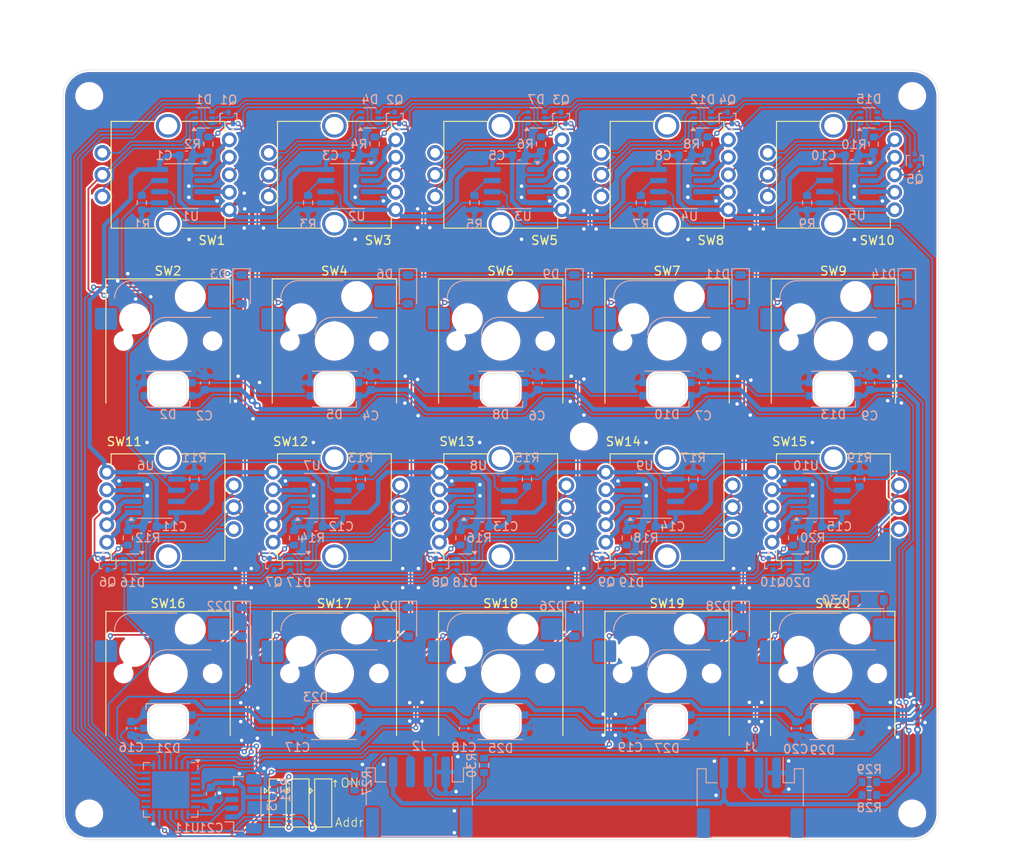
<source format=kicad_pcb>
(kicad_pcb (version 20240108) (generator "pcbnew") (generator_version "8.0")
  (layers (0 "F.Cu" signal) (31 "B.Cu" signal) (34 "B.Paste" user) (35 "F.Paste" user) (36 "B.SilkS" user "B.Silkscreen") (37 "F.SilkS" user "F.Silkscreen") (38 "B.Mask" user) (39 "F.Mask" user) (44 "Edge.Cuts" user))
  (net 0 "")
  (net 1 "+5V")
  (net 2 "GND")
  (net 3 "/RotaryEncoder_COL1/H_QA")
  (net 4 "/R1_QA")
  (net 5 "/RotaryEncoder_COL1/H_QB")
  (net 6 "/R1_QB")
  (net 7 "/RotaryEncoder_COL1/Q_HS")
  (net 8 "/R2_SW")
  (net 9 "/KeyboardKey_COL2/DOUT")
  (net 10 "/KeyboardKey_COL1/SW_ND")
  (net 11 "/RotaryEncoder_COL2/H_QB")
  (net 12 "/RotaryEncoder_COL2/H_QA")
  (net 13 "/RotaryEncoder_COL2/Q_HS")
  (net 14 "/R1_SW")
  (net 15 "/RotaryEncoder_COL1/H_SW")
  (net 16 "/RotaryEncoder_COL2/H_SW")
  (net 17 "/RotaryEncoder_COL1/VREF")
  (net 18 "/RotaryEncoder_COL2/VREF")
  (net 19 "/RotaryEncoder_COL1/OUTR")
  (net 20 "/RotaryEncoder_COL1/OUTG")
  (net 21 "/RotaryEncoder_COL1/OUTB")
  (net 22 "/RotaryEncoder_COL2/OUTB")
  (net 23 "/RotaryEncoder_COL2/OUTR")
  (net 24 "/RotaryEncoder_COL2/OUTG")
  (net 25 "/RotaryEncoder_COL1/SDO")
  (net 26 "/RotaryEncoder_COL1/SDI")
  (net 27 "/RotaryEncoder_COL2/SDI")
  (net 28 "/COL1")
  (net 29 "/COL2")
  (net 30 "/KeyboardKey_COL2/SW_ND")
  (net 31 "/KeyboardKey_COL1/DOUT")
  (net 32 "/RotaryEncoder_COL3/Q_HS")
  (net 33 "/RotaryEncoder_COL3/H_QA")
  (net 34 "/RotaryEncoder_COL3/H_QB")
  (net 35 "/COL3")
  (net 36 "/KeyboardKey_COL3/DOUT")
  (net 37 "/KeyboardKey_COL3/SW_ND")
  (net 38 "/RotaryEncoder_COL3/H_SW")
  (net 39 "/RotaryEncoder_COL3/VREF")
  (net 40 "/RotaryEncoder_COL3/OUTG")
  (net 41 "/RotaryEncoder_COL3/OUTR")
  (net 42 "/RotaryEncoder_COL3/OUTB")
  (net 43 "/RotaryEncoder_COL3/SDI")
  (net 44 "/KeyboardKey_COL4/DOUT")
  (net 45 "/KeyboardKey_COL4/SW_ND")
  (net 46 "/RotaryEncoder_COL4/Q_HS")
  (net 47 "/RotaryEncoder_COL4/H_QA")
  (net 48 "/RotaryEncoder_COL4/H_QB")
  (net 49 "/COL4")
  (net 50 "/KeyboardKey_COL7/DIN")
  (net 51 "/KeyboardKey_COL5/SW_ND")
  (net 52 "/RotaryEncoder_COL5/Q_HS")
  (net 53 "/COL5")
  (net 54 "/RotaryEncoder_COL5/H_QB")
  (net 55 "/RotaryEncoder_COL5/H_QA")
  (net 56 "/RotaryEncoder_COL4/H_SW")
  (net 57 "/RotaryEncoder_COL5/H_SW")
  (net 58 "/RotaryEncoder_COL4/VREF")
  (net 59 "/RotaryEncoder_COL5/VREF")
  (net 60 "/RotaryEncoder_COL4/OUTR")
  (net 61 "/RotaryEncoder_COL4/OUTG")
  (net 62 "/RotaryEncoder_COL4/OUTB")
  (net 63 "/RotaryEncoder_COL5/OUTG")
  (net 64 "/RotaryEncoder_COL5/OUTR")
  (net 65 "/RotaryEncoder_COL5/OUTB")
  (net 66 "/RotaryEncoder_COL4/SDI")
  (net 67 "/R3_QB")
  (net 68 "/R3_QA")
  (net 69 "/RotaryEncoder_COL6/Q_HS")
  (net 70 "/RotaryEncoder_COL6/H_QA")
  (net 71 "/RotaryEncoder_COL6/H_QB")
  (net 72 "/RotaryEncoder_COL7/Q_HS")
  (net 73 "/RotaryEncoder_COL7/H_QB")
  (net 74 "/RotaryEncoder_COL7/H_QA")
  (net 75 "/RotaryEncoder_COL8/H_QB")
  (net 76 "/RotaryEncoder_COL8/H_QA")
  (net 77 "/RotaryEncoder_COL8/Q_HS")
  (net 78 "/RotaryEncoder_COL9/Q_HS")
  (net 79 "/RotaryEncoder_COL9/H_QA")
  (net 80 "/RotaryEncoder_COL9/H_QB")
  (net 81 "/RotaryEncoder_COL10/Q_HS")
  (net 82 "/RotaryEncoder_COL10/H_QA")
  (net 83 "/RotaryEncoder_COL10/H_QB")
  (net 84 "/KeyboardKey_COL6/DIN")
  (net 85 "/R4_SW")
  (net 86 "/KeyboardKey_COL6/SW_ND")
  (net 87 "/KeyboardKey_COL8/DIN")
  (net 88 "/KeyboardKey_COL7/SW_ND")
  (net 89 "/RotaryEncoder_COL7/SDO")
  (net 90 "/KeyboardKey_COL8/SW_ND")
  (net 91 "/KeyboardKey_COL10/DIN")
  (net 92 "/KeyboardKey_COL9/SW_ND")
  (net 93 "/KeyboardKey_COL10/DOUT")
  (net 94 "/KeyboardKey_COL10/SW_ND")
  (net 95 "/R3_SW")
  (net 96 "/RotaryEncoder_COL6/H_SW")
  (net 97 "/RotaryEncoder_COL7/H_SW")
  (net 98 "/RotaryEncoder_COL8/H_SW")
  (net 99 "/RotaryEncoder_COL9/H_SW")
  (net 100 "/RotaryEncoder_COL10/H_SW")
  (net 101 "/RotaryEncoder_COL6/VREF")
  (net 102 "/RotaryEncoder_COL7/VREF")
  (net 103 "/RotaryEncoder_COL8/VREF")
  (net 104 "/RotaryEncoder_COL9/VREF")
  (net 105 "/RotaryEncoder_COL10/VREF")
  (net 106 "/RotaryEncoder_COL6/OUTG")
  (net 107 "/RotaryEncoder_COL6/OUTR")
  (net 108 "/RotaryEncoder_COL6/OUTB")
  (net 109 "/RotaryEncoder_COL7/OUTR")
  (net 110 "/RotaryEncoder_COL7/OUTB")
  (net 111 "/RotaryEncoder_COL7/OUTG")
  (net 112 "/RotaryEncoder_COL8/OUTB")
  (net 113 "/RotaryEncoder_COL8/OUTG")
  (net 114 "/RotaryEncoder_COL8/OUTR")
  (net 115 "/RotaryEncoder_COL9/OUTG")
  (net 116 "/RotaryEncoder_COL9/OUTR")
  (net 117 "/RotaryEncoder_COL9/OUTB")
  (net 118 "/RotaryEncoder_COL10/OUTR")
  (net 119 "/RotaryEncoder_COL10/OUTG")
  (net 120 "/RotaryEncoder_COL10/OUTB")
  (net 121 "/RotaryEncoder_COL8/SDO")
  (net 122 "/RotaryEncoder_COL6/SDO")
  (net 123 "/DIN")
  (net 124 "/DOUT")
  (net 125 "/RotaryEncoder_COL10/SDI")
  (net 131 "/SDIN")
  (net 132 "/SDOUT")
  (net 133 "+3V3")
  (net 134 "/SDA")
  (net 135 "/A1")
  (net 136 "/A0")
  (net 137 "/A2")
  (net 141 "/SCK")
  (net 142 "/KeyboardKey_COL1/DIN")
  (net 143 "/KeyboardKey_COL6/DOUT")
  (net 144 "/RotaryEncoder_COL5/SDI")
  (net 145 "/RotaryEncoder_COL10/SDO")
  (net 146 "/3v3_PUP")
  (footprint "woodpecker:SW_Hotswap_Kailh_MX_1.00u" (layer "F.Cu") (at 119 120)
    (property "Reference" "SW19")
    (property "Value" "SW_Push")
  )
  (footprint "Jumper:SolderJumper-3_P2.0mm_Open_TrianglePad1.0x1.5mm" (layer "F.Cu") (at 77.1 134.8 -90)
    (property "Reference" "JP2" (hide yes))
    (property "Value" "~")
  )
  (footprint "woodpecker:PEL12T-4xxxS-S1024" (layer "F.Cu") (at 81 101 90)
    (property "Reference" "SW12")
    (property "Value" "PEL12T")
  )
  (footprint "MountingHole:MountingHole_2.7mm_M2.5" (layer "F.Cu") (at 109.5 92.925)
    (property "Reference" "REF**" (hide yes))
    (property "Value" "MountingHole_2.7mm_M2.5")
  )
  (footprint "woodpecker:SW_Hotswap_Kailh_MX_1.00u" (layer "F.Cu") (at 137.92 120)
    (property "Reference" "SW20")
    (property "Value" "SW_Push")
  )
  (footprint "woodpecker:SW_Hotswap_Kailh_MX_1.00u" (layer "F.Cu") (at 100 82)
    (property "Reference" "SW6")
    (property "Value" "SW_Push")
  )
  (footprint "woodpecker:PEL12T-4xxxS-S1024" (layer "F.Cu") (at 100 63 -90)
    (property "Reference" "SW5")
    (property "Value" "PEL12T")
  )
  (footprint "MountingHole:MountingHole_2.7mm_M2.5" (layer "F.Cu") (at 53 54)
    (property "Reference" "REF**" (hide yes))
    (property "Value" "MountingHole_2.7mm_M2.5")
  )
  (footprint "woodpecker:SW_Hotswap_Kailh_MX_1.00u" (layer "F.Cu") (at 100 120)
    (property "Reference" "SW18")
    (property "Value" "SW_Push")
  )
  (footprint "woodpecker:PEL12T-4xxxS-S1024" (layer "F.Cu") (at 81 63 -90)
    (property "Reference" "SW3")
    (property "Value" "PEL12T")
  )
  (footprint "woodpecker:SW_Hotswap_Kailh_MX_1.00u" (layer "F.Cu") (at 62 120)
    (property "Reference" "SW16")
    (property "Value" "SW_Push")
  )
  (footprint "woodpecker:PEL12T-4xxxS-S1024" (layer "F.Cu") (at 100 101 90)
    (property "Reference" "SW13")
    (property "Value" "PEL12T")
  )
  (footprint "MountingHole:MountingHole_2.7mm_M2.5" (layer "F.Cu") (at 147 136)
    (property "Reference" "REF**" (hide yes))
    (property "Value" "MountingHole_2.7mm_M2.5")
  )
  (footprint "MountingHole:MountingHole_2.7mm_M2.5" (layer "F.Cu") (at 147 54)
    (property "Reference" "REF**" (hide yes))
    (property "Value" "MountingHole_2.7mm_M2.5")
  )
  (footprint "woodpecker:PEL12T-4xxxS-S1024" (layer "F.Cu") (at 138 101 90)
    (property "Reference" "SW15")
    (property "Value" "PEL12T")
  )
  (footprint "woodpecker:SW_Hotswap_Kailh_MX_1.00u" (layer "F.Cu") (at 81 82)
    (property "Reference" "SW4")
    (property "Value" "SW_Push")
  )
  (footprint "Jumper:SolderJumper-3_P2.0mm_Open_TrianglePad1.0x1.5mm" (layer "F.Cu") (at 79.7 134.8 -90)
    (property "Reference" "JP1" (hide yes))
    (property "Value" "~")
  )
  (footprint "woodpecker:PEL12T-4xxxS-S1024" (layer "F.Cu") (at 119 63 -90)
    (property "Reference" "SW8")
    (property "Value" "PEL12T")
  )
  (footprint "woodpecker:PEL12T-4xxxS-S1024" (layer "F.Cu") (at 62 63 -90)
    (property "Reference" "SW1")
    (property "Value" "PEL12T")
  )
  (footprint "MountingHole:MountingHole_2.7mm_M2.5" (layer "F.Cu") (at 53 136)
    (property "Reference" "REF**" (hide yes))
    (property "Value" "MountingHole_2.7mm_M2.5")
  )
  (footprint "woodpecker:SW_Hotswap_Kailh_MX_1.00u" (layer "F.Cu") (at 62 82)
    (property "Reference" "SW2")
    (property "Value" "SW_Push")
  )
  (footprint "woodpecker:SW_Hotswap_Kailh_MX_1.00u" (layer "F.Cu") (at 119 82)
    (property "Reference" "SW7")
    (property "Value" "SW_Push")
  )
  (footprint "woodpecker:PEL12T-4xxxS-S1024" (layer "F.Cu") (at 62 101 90)
    (property "Reference" "SW11")
    (property "Value" "PEL12T")
  )
  (footprint "Jumper:SolderJumper-3_P2.0mm_Open_TrianglePad1.0x1.5mm" (layer "F.Cu") (at 74.5 134.8 -90)
    (property "Reference" "JP3" (hide yes))
    (property "Value" "~")
  )
  (footprint "woodpecker:SW_Hotswap_Kailh_MX_1.00u" (layer "F.Cu") (at 81 120)
    (property "Reference" "SW17")
    (property "Value" "SW_Push")
  )
  (footprint "woodpecker:PEL12T-4xxxS-S1024" (layer "F.Cu") (at 138 63 -90)
    (property "Reference" "SW10")
    (property "Value" "PEL12T")
  )
  (footprint "woodpecker:SW_Hotswap_Kailh_MX_1.00u" (layer "F.Cu") (at 138 82)
    (property "Reference" "SW9")
    (property "Value" "SW_Push")
  )
  (footprint "woodpecker:PEL12T-4xxxS-S1024" (layer "F.Cu") (at 119 101 90)
    (property "Reference" "SW14")
    (property "Value" "PEL12T")
  )
  (footprint "Diode_SMD:D_SOD-123" (layer "B.Cu") (at 70.4 114.1 -90)
    (property "Reference" "D22")
    (property "Value" "1N4148W")
  )
  (footprint "Capacitor_SMD:C_0603_1608Metric" (layer "B.Cu") (at 102.1 60.8)
    (property "Reference" "C5")
    (property "Value" "100n")
  )
  (footprint "Resistor_SMD:R_0603_1608Metric" (layer "B.Cu") (at 122 97.800001 90)
    (property "Reference" "R17")
    (property "Value" "11k")
  )
  (footprint "Resistor_SMD:R_0603_1608Metric" (layer "B.Cu") (at 57.4 104.499999 90)
    (property "Reference" "R12")
    (property "Value" "11k")
  )
  (footprint "Resistor_SMD:R_0603_1608Metric" (layer "B.Cu") (at 66.6 59.5 -90)
    (property "Reference" "R2")
    (property "Value" "11k")
  )
  (footprint "Capacitor_SMD:C_0603_1608Metric" (layer "B.Cu") (at 83.1 60.8)
    (property "Reference" "C3")
    (property "Value" "100n")
  )
  (footprint "woodpecker:JST_PH_S4B-PH-SM4-TB_1x04-1MP_P2.00mm_Horizontal" (layer "B.Cu") (at 128.5 134.2 180)
    (property "Reference" "J1")
    (property "Value" "JST PH")
  )
  (footprint "Resistor_SMD:R_0603_1608Metric" (layer "B.Cu") (at 78 66.2 -90)
    (property "Reference" "R3")
    (property "Value" "11k")
  )
  (footprint "Package_TO_SOT_SMD:SOT-416" (layer "B.Cu") (at 131.1 107.499999 -90)
    (property "Reference" "Q10")
    (property "Value" "RE1C002UN")
  )
  (footprint "Package_TO_SOT_SMD:SOT-363_SC-70-6" (layer "B.Cu") (at 123.05897 56.5)
    (property "Reference" "D12")
    (property "Value" "BAS16TW")
  )
  (footprint "Capacitor_SMD:C_0603_1608Metric" (layer "B.Cu") (at 66.2 86.8 90)
    (property "Reference" "C2")
    (property "Value" "100n")
  )
  (footprint "Package_TO_SOT_SMD:SOT-363_SC-70-6" (layer "B.Cu") (at 66.05897 56.5)
    (property "Reference" "D1")
    (property "Value" "BAS16TW")
  )
  (footprint "Package_TO_SOT_SMD:SOT-416" (layer "B.Cu") (at 68.9 56.5 90)
    (property "Reference" "Q1")
    (property "Value" "RE1C002UN")
  )
  (footprint "Resistor_SMD:R_0603_1608Metric" (layer "B.Cu") (at 83.3 132.5 90)
    (property "Reference" "R27")
    (property "Value" "33")
  )
  (footprint "Capacitor_SMD:C_0603_1608Metric" (layer "B.Cu") (at 59.9 103.199999 180)
    (property "Reference" "C11")
    (property "Value" "100n")
  )
  (footprint "Capacitor_SMD:C_0603_1608Metric" (layer "B.Cu") (at 97.9 103.199999 180)
    (property "Reference" "C13")
    (property "Value" "100n")
  )
  (footprint "Package_TO_SOT_SMD:SOT-416" (layer "B.Cu") (at 55.1 107.499999 -90)
    (property "Reference" "Q6")
    (property "Value" "RE1C002UN")
  )
  (footprint "woodpecker:LED_Inolux_IN-PI32TAR_PLCC4_3.2x2.8mm_P1.5mm" (layer "B.Cu") (at 119 125.5)
    (property "Reference" "D27")
    (property "Value" "IN-PI32TAR")
    (fp_line (start -2.15 0.8) (end -2.15 -0.8) (stroke (width 0.05)) (layer "Edge.Cuts"))
    (fp_line (start -1.149999 -1.799999) (end 1.15 -1.8) (stroke (width 0.05)) (layer "Edge.Cuts"))
    (fp_line (start 1.1 1.8) (end -1.15 1.8) (stroke (width 0.05)) (layer "Edge.Cuts"))
    (fp_line (start 2.15 -0.8) (end 2.15 0.75) (stroke (width 0.05)) (layer "Edge.Cuts"))
    (fp_arc (start -2.149999 -0.799999) (mid -1.857106 -1.507106) (end -1.149999 -1.799999) (stroke (width 0.05)) (layer "Edge.Cuts"))
    (fp_arc (start -1.149999 1.799998) (mid -1.857106 1.507105) (end -2.149999 0.799998) (stroke (width 0.05)) (layer "Edge.Cuts"))
    (fp_arc (start 1.15 -1.8) (mid 1.857107 -1.507107) (end 2.15 -0.8) (stroke (width 0.05)) (layer "Edge.Cuts"))
    (fp_arc (start 2.15 0.75) (mid 1.842462 1.492462) (end 1.1 1.8) (stroke (width 0.05)) (layer "Edge.Cuts"))
  )
  (footprint "Resistor_SMD:R_0603_1608Metric" (layer "B.Cu") (at 74 133.3 90)
    (property "Reference" "R31")
    (property "Value" "11k")
  )
  (footprint "Resistor_SMD:R_0603_1608Metric" (layer "B.Cu") (at 97 66.2 -90)
    (property "Reference" "R5")
    (property "Value" "11k")
  )
  (footprint "Diode_SMD:D_SOD-123" (layer "B.Cu") (at 146.4 76.1 -90)
    (property "Reference" "D14")
    (property "Value" "1N4148W")
  )
  (footprint "woodpecker:JST_SH_BM04B-SRSS-TB_1x04-1MP_P1.00mm_Vertical" (layer "B.Cu") (at 70.6 134.9 90)
    (property "Reference" "J3")
    (property "Value" "JST SH")
  )
  (footprint "Package_SO:SOIC-8_3.9x4.9mm_P1.27mm" (layer "B.Cu") (at 82.5 64.3 180)
    (property "Reference" "U2")
    (property "Value" "TLC5973")
  )
  (footprint "Capacitor_SMD:C_0603_1608Metric" (layer "B.Cu") (at 135.9 103.199999 180)
    (property "Reference" "C15")
    (property "Value" "100n")
  )
  (footprint "Capacitor_SMD:C_0603_1608Metric" (layer "B.Cu") (at 133.72 126.275 -90)
    (property "Reference" "C20")
    (property "Value" "100n")
  )
  (footprint "woodpecker:LED_Inolux_IN-PI32TAR_PLCC4_3.2x2.8mm_P1.5mm" (layer "B.Cu") (at 138 87.5 180)
    (property "Reference" "D13")
    (property "Value" "IN-PI32TAR")
    (fp_line (start 2.15 -0.8) (end 2.15 0.75) (stroke (width 0.05)) (layer "Edge.Cuts"))
    (fp_line (start 1.1 1.8) (end -1.15 1.8) (stroke (width 0.05)) (layer "Edge.Cuts"))
    (fp_line (start -1.149999 -1.799999) (end 1.15 -1.8) (stroke (width 0.05)) (layer "Edge.Cuts"))
    (fp_line (start -2.15 0.8) (end -2.15 -0.8) (stroke (width 0.05)) (layer "Edge.Cuts"))
    (fp_arc (start 2.15 0.75) (mid 1.842462 1.492462) (end 1.1 1.8) (stroke (width 0.05)) (layer "Edge.Cuts"))
    (fp_arc (start 1.15 -1.8) (mid 1.857107 -1.507107) (end 2.15 -0.8) (stroke (width 0.05)) (layer "Edge.Cuts"))
    (fp_arc (start -1.149999 1.799998) (mid -1.857106 1.507105) (end -2.149999 0.799998) (stroke (width 0.05)) (layer "Edge.Cuts"))
    (fp_arc (start -2.149999 -0.799999) (mid -1.857106 -1.507106) (end -1.149999 -1.799999) (stroke (width 0.05)) (layer "Edge.Cuts"))
  )
  (footprint "Resistor_SMD:R_0603_1608Metric" (layer "B.Cu") (at 98.1 130.5 -90)
    (property "Reference" "R30")
    (property "Value" "33")
  )
  (footprint "Resistor_SMD:R_0603_1608Metric" (layer "B.Cu") (at 84 97.800001 90)
    (property "Reference" "R13")
    (property "Value" "11k")
  )
  (footprint "Resistor_SMD:R_0603_1608Metric" (layer "B.Cu") (at 116 66.2 -90)
    (property "Reference" "R7")
    (property "Value" "11k")
  )
  (footprint "Capacitor_SMD:C_0603_1608Metric" (layer "B.Cu") (at 121.1 60.8)
    (property "Reference" "C8")
    (property "Value" "100n")
  )
  (footprint "Package_TO_SOT_SMD:SOT-416" (layer "B.Cu") (at 125.9 56.5 90)
    (property "Reference" "Q4")
    (property "Value" "RE1C002UN")
  )
  (footprint "woodpecker:LED_Inolux_IN-PI32TAR_PLCC4_3.2x2.8mm_P1.5mm" (layer "B.Cu") (at 100 125.5)
    (property "Reference" "D25")
    (property "Value" "IN-PI32TAR")
    (fp_line (start -2.15 0.8) (end -2.15 -0.8) (stroke (width 0.05)) (layer "Edge.Cuts"))
    (fp_line (start -1.149999 -1.799999) (end 1.15 -1.8) (stroke (width 0.05)) (layer "Edge.Cuts"))
    (fp_line (start 1.1 1.8) (end -1.15 1.8) (stroke (width 0.05)) (layer "Edge.Cuts"))
    (fp_line (start 2.15 -0.8) (end 2.15 0.75) (stroke (width 0.05)) (layer "Edge.Cuts"))
    (fp_arc (start -2.149999 -0.799999) (mid -1.857106 -1.507106) (end -1.149999 -1.799999) (stroke (width 0.05)) (layer "Edge.Cuts"))
    (fp_arc (start -1.149999 1.799998) (mid -1.857106 1.507105) (end -2.149999 0.799998) (stroke (width 0.05)) (layer "Edge.Cuts"))
    (fp_arc (start 1.15 -1.8) (mid 1.857107 -1.507107) (end 2.15 -0.8) (stroke (width 0.05)) (layer "Edge.Cuts"))
    (fp_arc (start 2.15 0.75) (mid 1.842462 1.492462) (end 1.1 1.8) (stroke (width 0.05)) (layer "Edge.Cuts"))
  )
  (footprint "woodpecker:LED_Inolux_IN-PI32TAR_PLCC4_3.2x2.8mm_P1.5mm" (layer "B.Cu") (at 100 87.5 180)
    (property "Reference" "D8")
    (property "Value" "IN-PI32TAR")
    (fp_line (start 2.15 -0.8) (end 2.15 0.75) (stroke (width 0.05)) (layer "Edge.Cuts"))
    (fp_line (start 1.1 1.8) (end -1.15 1.8) (stroke (width 0.05)) (layer "Edge.Cuts"))
    (fp_line (start -1.149999 -1.799999) (end 1.15 -1.8) (stroke (width 0.05)) (layer "Edge.Cuts"))
    (fp_line (start -2.15 0.8) (end -2.15 -0.8) (stroke (width 0.05)) (layer "Edge.Cuts"))
    (fp_arc (start 2.15 0.75) (mid 1.842462 1.492462) (end 1.1 1.8) (stroke (width 0.05)) (layer "Edge.Cuts"))
    (fp_arc (start 1.15 -1.8) (mid 1.857107 -1.507107) (end 2.15 -0.8) (stroke (width 0.05)) (layer "Edge.Cuts"))
    (fp_arc (start -1.149999 1.799998) (mid -1.857106 1.507105) (end -2.149999 0.799998) (stroke (width 0.05)) (layer "Edge.Cuts"))
    (fp_arc (start -2.149999 -0.799999) (mid -1.857106 -1.507106) (end -1.149999 -1.799999) (stroke (width 0.05)) (layer "Edge.Cuts"))
  )
  (footprint "Resistor_SMD:R_0603_1608Metric" (layer "B.Cu") (at 135 66.2 -90)
    (property "Reference" "R9")
    (property "Value" "11k")
  )
  (footprint "Package_SO:SOIC-8_3.9x4.9mm_P1.27mm" (layer "B.Cu") (at 117.500001 99.7)
    (property "Reference" "U9")
    (property "Value" "TLC5973")
  )
  (footprint "Resistor_SMD:R_0603_1608Metric" (layer "B.Cu") (at 104.6 59.5 -90)
    (property "Reference" "R6")
    (property "Value" "11k")
  )
  (footprint "Package_SO:SOIC-8_3.9x4.9mm_P1.27mm" (layer "B.Cu") (at 136.500001 99.7)
    (property "Reference" "U10")
    (property "Value" "TLC5973")
  )
  (footprint "Package_TO_SOT_SMD:SOT-363_SC-70-6" (layer "B.Cu") (at 142.05897 56.5)
    (property "Reference" "D15")
    (property "Value" "BAS16TW")
  )
  (footprint "Diode_SMD:D_SOD-123" (layer "B.Cu") (at 89.4 114.1 -90)
    (property "Reference" "D24")
    (property "Value" "1N4148W")
  )
  (footprint "Resistor_SMD:R_0603_1608Metric" (layer "B.Cu") (at 65 97.800001 90)
    (property "Reference" "R11")
    (property "Value" "11k")
  )
  (footprint "Capacitor_SMD:C_0603_1608Metric" (layer "B.Cu") (at 140.1 60.8)
    (property "Reference" "C10")
    (property "Value" "100n")
  )
  (footprint "Capacitor_SMD:C_0603_1608Metric" (layer "B.Cu") (at 57.8 126.275 -90)
    (property "Reference" "C16")
    (property "Value" "100n")
  )
  (footprint "Resistor_SMD:R_0603_1608Metric" (layer "B.Cu") (at 142.1 132.4 180)
    (property "Reference" "R29")
    (property "Value" "33")
  )
  (footprint "woodpecker:JST_PH_S4B-PH-SM4-TB_1x04-1MP_P2.00mm_Horizontal" (layer "B.Cu") (at 90.7 134.1 180)
    (property "Reference" "J2")
    (property "Value" "JST PH")
  )
  (footprint "Diode_SMD:D_SOD-123" (layer "B.Cu") (at 142.1 111.6)
    (property "Reference" "D30")
    (property "Value" "1N4148W")
  )
  (footprint "Capacitor_SMD:C_0603_1608Metric" (layer "B.Cu") (at 78.9 103.199999 180)
    (property "Reference" "C12")
    (property "Value" "100n")
  )
  (footprint "Capacitor_SMD:C_0603_1608Metric" (layer "B.Cu") (at 116.9 103.199999 180)
    (property "Reference" "C14")
    (property "Value" "100n")
  )
  (footprint "woodpecker:LED_Inolux_IN-PI32TAR_PLCC4_3.2x2.8mm_P1.5mm" (layer "B.Cu") (at 119 87.5 180)
    (property "Reference" "D10")
    (property "Value" "IN-PI32TAR")
    (fp_line (start 2.15 -0.8) (end 2.15 0.75) (stroke (width 0.05)) (layer "Edge.Cuts"))
    (fp_line (start 1.1 1.8) (end -1.15 1.8) (stroke (width 0.05)) (layer "Edge.Cuts"))
    (fp_line (start -1.149999 -1.799999) (end 1.15 -1.8) (stroke (width 0.05)) (layer "Edge.Cuts"))
    (fp_line (start -2.15 0.8) (end -2.15 -0.8) (stroke (width 0.05)) (layer "Edge.Cuts"))
    (fp_arc (start 2.15 0.75) (mid 1.842462 1.492462) (end 1.1 1.8) (stroke (width 0.05)) (layer "Edge.Cuts"))
    (fp_arc (start 1.15 -1.8) (mid 1.857107 -1.507107) (end 2.15 -0.8) (stroke (width 0.05)) (layer "Edge.Cuts"))
    (fp_arc (start -1.149999 1.799998) (mid -1.857106 1.507105) (end -2.149999 0.799998) (stroke (width 0.05)) (layer "Edge.Cuts"))
    (fp_arc (start -2.149999 -0.799999) (mid -1.857106 -1.507106) (end -1.149999 -1.799999) (stroke (width 0.05)) (layer "Edge.Cuts"))
  )
  (footprint "Resistor_SMD:R_0603_1608Metric" (layer "B.Cu") (at 133.4 104.499999 90)
    (property "Reference" "R20")
    (property "Value" "11k")
  )
  (footprint "Package_DFN_QFN:QFN-28-1EP_6x6mm_P0.65mm_EP4.25x4.25mm" (layer "B.Cu") (at 62.3 133.3 180)
    (property "Reference" "U11")
    (property "Value" "MCP23017_ML")
  )
  (footprint "Diode_SMD:D_SOD-123" (layer "B.Cu") (at 70.4 76.1 -90)
    (property "Reference" "D3")
    (property "Value" "1N4148W")
  )
  (footprint "Package_TO_SOT_SMD:SOT-363_SC-70-6" (layer "B.Cu") (at 104.05897 56.5)
    (property "Reference" "D7")
    (property "Value" "BAS16TW")
  )
  (footprint "Capacitor_SMD:C_0603_1608Metric" (layer "B.Cu") (at 123.2 86.8 90)
    (property "Reference" "C7")
    (property "Value" "100n")
  )
  (footprint "Diode_SMD:D_SOD-123" (layer "B.Cu") (at 108.4 76.1 -90)
    (property "Reference" "D9")
    (property "Value" "1N4148W")
  )
  (footprint "woodpecker:LED_Inolux_IN-PI32TAR_PLCC4_3.2x2.8mm_P1.5mm" (layer "B.Cu") (at 62 125.5)
    (property "Reference" "D21")
    (property "Value" "IN-PI32TAR")
    (fp_line (start -2.15 0.8) (end -2.15 -0.8) (stroke (width 0.05)) (layer "Edge.Cuts"))
    (fp_line (start -1.149999 -1.799999) (end 1.15 -1.8) (stroke (width 0.05)) (layer "Edge.Cuts"))
    (fp_line (start 1.1 1.8) (end -1.15 1.8) (stroke (width 0.05)) (layer "Edge.Cuts"))
    (fp_line (start 2.15 -0.8) (end 2.15 0.75) (stroke (width 0.05)) (layer "Edge.Cuts"))
    (fp_arc (start -2.149999 -0.799999) (mid -1.857106 -1.507106) (end -1.149999 -1.799999) (stroke (width 0.05)) (layer "Edge.Cuts"))
    (fp_arc (start -1.149999 1.799998) (mid -1.857106 1.507105) (end -2.149999 0.799998) (stroke (width 0.05)) (layer "Edge.Cuts"))
    (fp_arc (start 1.15 -1.8) (mid 1.857107 -1.507107) (end 2.15 -0.8) (stroke (width 0.05)) (layer "Edge.Cuts"))
    (fp_arc (start 2.15 0.75) (mid 1.842462 1.492462) (end 1.1 1.8) (stroke (width 0.05)) (layer "Edge.Cuts"))
  )
  (footprint "woodpecker:LED_Inolux_IN-PI32TAR_PLCC4_3.2x2.8mm_P1.5mm" (layer "B.Cu") (at 81 87.5 180)
    (property "Reference" "D5")
    (property "Value" "IN-PI32TAR")
    (fp_line (start 2.15 -0.8) (end 2.15 0.75) (stroke (width 0.05)) (layer "Edge.Cuts"))
    (fp_line (start 1.1 1.8) (end -1.15 1.8) (stroke (width 0.05)) (layer "Edge.Cuts"))
    (fp_line (start -1.149999 -1.799999) (end 1.15 -1.8) (stroke (width 0.05)) (layer "Edge.Cuts"))
    (fp_line (start -2.15 0.8) (end -2.15 -0.8) (stroke (width 0.05)) (layer "Edge.Cuts"))
    (fp_arc (start 2.15 0.75) (mid 1.842462 1.492462) (end 1.1 1.8) (stroke (width 0.05)) (layer "Edge.Cuts"))
    (fp_arc (start 1.15 -1.8) (mid 1.857107 -1.507107) (end 2.15 -0.8) (stroke (width 0.05)) (layer "Edge.Cuts"))
    (fp_arc (start -1.149999 1.799998) (mid -1.857106 1.507105) (end -2.149999 0.799998) (stroke (width 0.05)) (layer "Edge.Cuts"))
    (fp_arc (start -2.149999 -0.799999) (mid -1.857106 -1.507106) (end -1.149999 -1.799999) (stroke (width 0.05)) (layer "Edge.Cuts"))
  )
  (footprint "Package_TO_SOT_SMD:SOT-416" (layer "B.Cu") (at 147.3 61.3 90)
    (property "Reference" "Q5")
    (property "Value" "RE1C002UN")
  )
  (footprint "Package_TO_SOT_SMD:SOT-416" (layer "B.Cu") (at 74.1 107.499999 -90)
    (property "Reference" "Q7")
    (property "Value" "RE1C002UN")
  )
  (footprint "Package_TO_SOT_SMD:SOT-416" (layer "B.Cu") (at 87.9 56.5 90)
    (property "Reference" "Q2")
    (property "Value" "RE1C002UN")
  )
  (footprint "Capacitor_SMD:C_0603_1608Metric" (layer "B.Cu") (at 95.8 126.275 -90)
    (property "Reference" "C18")
    (property "Value" "100n")
  )
  (footprint "Resistor_SMD:R_0603_1608Metric" (layer "B.Cu") (at 142.1 133.9)
    (property "Reference" "R28")
    (property "Value" "33")
  )
  (footprint "Package_TO_SOT_SMD:SOT-363_SC-70-6" (layer "B.Cu") (at 85.05897 56.5)
    (property "Reference" "D4")
    (property "Value" "BAS16TW")
  )
  (footprint "Capacitor_SMD:C_0603_1608Metric" (layer "B.Cu") (at 64.1 60.8)
    (property "Reference" "C1")
    (property "Value" "100n")
  )
  (footprint "Resistor_SMD:R_0603_1608Metric" (layer "B.Cu") (at 85.6 59.5 -90)
    (property "Reference" "R4")
    (property "Value" "11k")
  )
  (footprint "woodpecker:LED_Inolux_IN-PI32TAR_PLCC4_3.2x2.8mm_P1.5mm" (layer "B.Cu") (at 81 125.5)
    (property "Reference" "D23")
    (property "Value" "IN-PI32TAR")
    (fp_line (start -2.15 0.8) (end -2.15 -0.8) (stroke (width 0.05)) (layer "Edge.Cuts"))
    (fp_line (start -1.149999 -1.799999) (end 1.15 -1.8) (stroke (width 0.05)) (layer "Edge.Cuts"))
    (fp_line (start 1.1 1.8) (end -1.15 1.8) (stroke (width 0.05)) (layer "Edge.Cuts"))
    (fp_line (start 2.15 -0.8) (end 2.15 0.75) (stroke (width 0.05)) (layer "Edge.Cuts"))
    (fp_arc (start -2.149999 -0.799999) (mid -1.857106 -1.507106) (end -1.149999 -1.799999) (stroke (width 0.05)) (layer "Edge.Cuts"))
    (fp_arc (start -1.149999 1.799998) (mid -1.857106 1.507105) (end -2.149999 0.799998) (stroke (width 0.05)) (layer "Edge.Cuts"))
    (fp_arc (start 1.15 -1.8) (mid 1.857107 -1.507107) (end 2.15 -0.8) (stroke (width 0.05)) (layer "Edge.Cuts"))
    (fp_arc (start 2.15 0.75) (mid 1.842462 1.492462) (end 1.1 1.8) (stroke (width 0.05)) (layer "Edge.Cuts"))
  )
  (footprint "Capacitor_SMD:C_0603_1608Metric" (layer "B.Cu") (at 66.9 133.8 -90)
    (property "Reference" "C21")
    (property "Value" "100n")
  )
  (footprint "Resistor_SMD:R_0603_1608Metric" (layer "B.Cu") (at 114.4 104.499999 90)
    (property "Reference" "R18")
    (property "Value" "11k")
  )
  (footprint "Package_SO:SOIC-8_3.9x4.9mm_P1.27mm" (layer "B.Cu") (at 79.500001 99.7)
    (property "Reference" "U7")
    (property "Value" "TLC5973")
  )
  (footprint "Package_TO_SOT_SMD:SOT-416" (layer "B.Cu") (at 106.9 56.5 90)
    (property "Reference" "Q3")
    (property "Value" "RE1C002UN")
  )
  (footprint "Capacitor_SMD:C_0603_1608Metric" (layer "B.Cu") (at 76.8 126.275 -90)
    (property "Reference" "C17")
    (property "Value" "100n")
  )
  (footprint "Package_SO:SOIC-8_3.9x4.9mm_P1.27mm" (layer "B.Cu") (at 98.500001 99.7)
    (property "Reference" "U8")
    (property "Value" "TLC5973")
  )
  (footprint "Resistor_SMD:R_0603_1608Metric" (layer "B.Cu") (at 59 66.2 -90)
    (property "Reference" "R1")
    (property "Value" "11k")
  )
  (footprint "Package_TO_SOT_SMD:SOT-416" (layer "B.Cu") (at 112.1 107.499999 -90)
    (property "Reference" "Q9")
    (property "Value" "RE1C002UN")
  )
  (footprint "Resistor_SMD:R_0603_1608Metric" (layer "B.Cu") (at 142.6 59.5 -90)
    (property "Reference" "R10")
    (property "Value" "11k")
  )
  (footprint "Package_SO:SOIC-8_3.9x4.9mm_P1.27mm" (layer "B.Cu") (at 139.5 64.3 180)
    (property "Reference" "U5")
    (property "Value" "TLC5973")
  )
  (footprint "Package_SO:SOIC-8_3.9x4.9mm_P1.27mm" (layer "B.Cu") (at 101.5 64.3 180)
    (property "Reference" "U3")
    (property "Value" "TLC5973")
  )
  (footprint "Diode_SMD:D_SOD-123" (layer "B.Cu") (at 127.4 114.1 -90)
    (property "Reference" "D28")
    (property "Value" "1N4148W")
  )
  (footprint "Package_SO:SOIC-8_3.9x4.9mm_P1.27mm" (layer "B.Cu") (at 60.500001 99.7)
    (property "Reference" "U6")
    (property "Value" "TLC5973")
  )
  (footprint "Capacitor_SMD:C_0603_1608Metric" (layer "B.Cu") (at 114.8 126.275 -90)
    (property "Reference" "C19")
    (property "Value" "100n")
  )
  (footprint "woodpecker:LED_Inolux_IN-PI32TAR_PLCC4_3.2x2.8mm_P1.5mm" (layer "B.Cu") (at 137.92 125.5)
    (property "Reference" "D29")
    (property "Value" "IN-PI32TAR")
    (fp_line (start -2.15 0.8) (end -2.15 -0.8) (stroke (width 0.05)) (layer "Edge.Cuts"))
    (fp_line (start -1.149999 -1.799999) (end 1.15 -1.8) (stroke (width 0.05)) (layer "Edge.Cuts"))
    (fp_line (start 1.1 1.8) (end -1.15 1.8) (stroke (width 0.05)) (layer "Edge.Cuts"))
    (fp_line (start 2.15 -0.8) (end 2.15 0.75) (stroke (width 0.05)) (layer "Edge.Cuts"))
    (fp_arc (start -2.149999 -0.799999) (mid -1.857106 -1.507106) (end -1.149999 -1.799999) (stroke (width 0.05)) (layer "Edge.Cuts"))
    (fp_arc (start -1.149999 1.799998) (mid -1.857106 1.507105) (end -2.149999 0.799998) (stroke (width 0.05)) (layer "Edge.Cuts"))
    (fp_arc (start 1.15 -1.8) (mid 1.857107 -1.507107) (end 2.15 -0.8) (stroke (width 0.05)) (layer "Edge.Cuts"))
    (fp_arc (start 2.15 0.75) (mid 1.842462 1.492462) (end 1.1 1.8) (stroke (width 0.05)) (layer "Edge.Cuts"))
  )
  (footprint "woodpecker:LED_Inolux_IN-PI32TAR_PLCC4_3.2x2.8mm_P1.5mm" (layer "B.Cu") (at 62 87.5 180)
    (property "Reference" "D2")
    (property "Value" "IN-PI32TAR")
    (fp_line (start 2.15 -0.8) (end 2.15 0.75) (stroke (width 0.05)) (layer "Edge.Cuts"))
    (fp_line (start 1.1 1.8) (end -1.15 1.8) (stroke (width 0.05)) (layer "Edge.Cuts"))
    (fp_line (start -1.149999 -1.799999) (end 1.15 -1.8) (stroke (width 0.05)) (layer "Edge.Cuts"))
    (fp_line (start -2.15 0.8) (end -2.15 -0.8) (stroke (width 0.05)) (layer "Edge.Cuts"))
    (fp_arc (start 2.15 0.75) (mid 1.842462 1.492462) (end 1.1 1.8) (stroke (width 0.05)) (layer "Edge.Cuts"))
    (fp_arc (start 1.15 -1.8) (mid 1.857107 -1.507107) (end 2.15 -0.8) (stroke (width 0.05)) (layer "Edge.Cuts"))
    (fp_arc (start -1.149999 1.799998) (mid -1.857106 1.507105) (end -2.149999 0.799998) (stroke (width 0.05)) (layer "Edge.Cuts"))
    (fp_arc (start -2.149999 -0.799999) (mid -1.857106 -1.507106) (end -1.149999 -1.799999) (stroke (width 0.05)) (layer "Edge.Cuts"))
  )
  (footprint "Package_TO_SOT_SMD:SOT-363_SC-70-6" (layer "B.Cu") (at 57.94103 107.499999 180)
    (property "Reference" "D16")
    (property "Value" "BAS16TW")
  )
  (footprint "Diode_SMD:D_SOD-123" (layer "B.Cu") (at 127.4 76.1 -90)
    (property "Reference" "D11")
    (property "Value" "1N4148W")
  )
  (footprint "Capacitor_SMD:C_0603_1608Metric" (layer "B.Cu") (at 104.2 86.8 90)
    (property "Reference" "C6")
    (property "Value" "100n")
  )
  (footprint "Resistor_SMD:R_0603_1608Metric" (layer "B.Cu") (at 103 97.800001 90)
    (property "Reference" "R15")
    (property "Value" "11k")
  )
  (footprint "Package_SO:SOIC-8_3.9x4.9mm_P1.27mm" (layer "B.Cu") (at 63.5 64.3 180)
    (property "Reference" "U1")
    (property "Value" "TLC5973")
  )
  (footprint "Capacitor_SMD:C_0603_1608Metric" (layer "B.Cu") (at 85.2 86.8 90)
    (property "Reference" "C4")
    (property "Value" "100n")
  )
  (footprint "Package_TO_SOT_SMD:SOT-363_SC-70-6" (layer "B.Cu") (at 133.94103 107.499999 180)
    (property "Reference" "D20")
    (property "Value" "BAS16TW")
  )
  (footprint "Package_TO_SOT_SMD:SOT-416" (layer "B.Cu") (at 93.1 107.499999 -90)
    (property "Reference" "Q8")
    (property "Value" "RE1C002UN")
  )
  (footprint "Diode_SMD:D_SOD-123" (layer "B.Cu") (at 108.4 114.1 -90)
    (property "Reference" "D26")
    (property "Value" "1N4148W")
  )
  (footprint "Package_TO_SOT_SMD:SOT-363_SC-70-6" (layer "B.Cu") (at 95.94103 107.499999 180)
    (property "Reference" "D18")
    (property "Value" "BAS16TW")
  )
  (footprint "Resistor_SMD:R_0603_1608Metric" (layer "B.Cu") (at 95.4 104.499999 90)
    (property "Reference" "R16")
    (property "Value" "11k")
  )
  (footprint "Package_TO_SOT_SMD:SOT-363_SC-70-6" (layer "B.Cu") (at 114.94103 107.499999 180)
    (property "Reference" "D19")
    (property "Value" "BAS16TW")
  )
  (footprint "Diode_SMD:D_SOD-123" (layer "B.Cu") (at 89.4 76.1 -90)
    (property "Reference" "D6")
    (property "Value" "1N4148W")
  )
  (footprint "Resistor_SMD:R_0603_1608Metric" (layer "B.Cu") (at 76.4 104.499999 90)
    (property "Reference" "R14")
    (property "Value" "11k")
  )
  (footprint "Package_SO:SOIC-8_3.9x4.9mm_P1.27mm" (layer "B.Cu") (at 120.5 64.3 180)
    (property "Reference" "U4")
    (property "Value" "TLC5973")
  )
  (footprint "Resistor_SMD:R_0603_1608Metric" (layer "B.Cu") (at 141 97.800001 90)
    (property "Reference" "R19")
    (property "Value" "11k")
  )
  (footprint "Capacitor_SMD:C_0603_1608Metric" (layer "B.Cu") (at 142.2 86.8 90)
    (property "Reference" "C9")
    (property "Value" "100n")
  )
  (footprint "Resistor_SMD:R_0603_1608Metric" (layer "B.Cu") (at 123.6 59.5 -90)
    (property "Reference" "R8")
    (property "Value" "11k")
  )
  (footprint "Package_TO_SOT_SMD:SOT-363_SC-70-6" (layer "B.Cu") (at 76.94103 107.499999 180)
    (property "Reference" "D17")
    (property "Value" "BAS16TW")
  )
  (gr_line (start 50 136) (end 50 54.025) (stroke (width 0.05)) (layer "Edge.Cuts"))
  (gr_line (start 150 54.025) (end 150 136) (stroke (width 0.05)) (layer "Edge.Cuts"))
  (gr_arc (start 150 136) (mid 149.12132 138.12132) (end 147 139) (stroke (width 0.05)) (layer "Edge.Cuts"))
  (gr_line (start 147 139) (end 53 139) (stroke (width 0.05)) (layer "Edge.Cuts"))
  (gr_arc (start 147 51.025) (mid 149.12132 51.90368) (end 150 54.025) (stroke (width 0.05)) (layer "Edge.Cuts"))
  (gr_arc (start 53 139) (mid 50.87868 138.12132) (end 50 136) (stroke (width 0.05)) (layer "Edge.Cuts"))
  (gr_line (start 53 51.025) (end 147 51.025) (stroke (width 0.05)) (layer "Edge.Cuts"))
  (gr_arc (start 50 54.025) (mid 50.87868 51.90368) (end 53 51.025) (stroke (width 0.05)) (layer "Edge.Cuts"))
  (gr_text "Addr" (at 81 137.6 0) (layer "F.SilkS") (effects (font (size 1 1) (thickness 0.1)) (justify left bottom)))
  (gr_text "↑ON" (at 80.4 133.1 0) (layer "F.SilkS") (effects (font (size 1 1) (thickness 0.1)) (justify left bottom)))
  (segment (start 69 67) (end 69.95 66.05) (width 0.5) (layer "F.Cu") (net 1))
  (segment (start 69.95 66.05) (end 71.102082 66.05) (width 0.5) (layer "F.Cu") (net 1))
  (segment (start 147.611762 123.711762) (end 147.205025 123.305025) (width 0.5) (layer "F.Cu") (net 1))
  (segment (start 71.102082 66.05) (end 71.6 66.547918) (width 0.5) (layer "F.Cu") (net 1))
  (segment (start 72.201042 89.401042) (end 71.6 88.8) (width 0.5) (layer "F.Cu") (net 1))
  (segment (start 71.6 66.547918) (end 71.6 88.8) (width 0.5) (layer "F.Cu") (net 1))
  (segment (start 147.611762 126.417136) (end 147.611762 123.711762) (width 0.5) (layer "F.Cu") (net 1))
  (via (at 71.6 88.8) (size 0.8) (drill 0.4) (layers "F.Cu" "B.Cu") (net 1))
  (via (at 147.205025 123.305025) (size 0.8) (drill 0.4) (layers "F.Cu" "B.Cu") (net 1))
  (via (at 72.201042 89.401042) (size 0.8) (drill 0.4) (layers "F.Cu" "B.Cu") (net 1))
  (via (at 147.611762 126.417136) (size 0.8) (drill 0.4) (layers "F.Cu" "B.Cu") (net 1))
  (segment (start 147.65 122.86005) (end 147.65 89.205636) (width 0.5) (layer "B.Cu") (net 1))
  (segment (start 120.325 60.8) (end 118.8 60.8) (width 0.5) (layer "B.Cu") (net 1))
  (segment (start 123.2 87.575) (end 127.375 87.575) (width 0.5) (layer "B.Cu") (net 1))
  (segment (start 54.7 96.7) (end 54.7 95.727818) (width 0.5) (layer "B.Cu") (net 1))
  (segment (start 59.225 124.100013) (end 60.125013 123.2) (width 0.5) (layer "B.Cu") (net 1))
  (segment (start 59.225 124.74) (end 59.225 124.100013) (width 0.5) (layer "B.Cu") (net 1))
  (segment (start 72.609972 89.809972) (end 83.410906 89.809972) (width 0.5) (layer "B.Cu") (net 1))
  (segment (start 83.410906 89.809972) (end 83.8 89.420878) (width 0.5) (layer "B.Cu") (net 1))
  (segment (start 140.855 123.2) (end 141.845 124.19) (width 0.5) (layer "B.Cu") (net 1))
  (segment (start 79.22479 123.200001) (end 78.682739 123.742052) (width 0.5) (layer "B.Cu") (net 1))
  (segment (start 138.975 102.425) (end 138.975 101.605) (width 0.5) (layer "B.Cu") (net 1))
  (segment (start 95.8 125.5) (end 94.49 124.19) (width 0.5) (layer "B.Cu") (net 1))
  (segment (start 147.611762 131.288238) (end 143.95 134.95) (width 0.5) (layer "B.Cu") (net 1))
  (segment (start 114.8 125.5) (end 110.7 125.5) (width 0.5) (layer "B.Cu") (net 1))
  (segment (start 98.7 103.175) (end 98.7 98) (width 0.5) (layer "B.Cu") (net 1))
  (segment (start 140.290028 89.809972) (end 140.8 89.3) (width 0.5) (layer "B.Cu") (net 1))
  (segment (start 147.205025 123.305025) (end 147.65 122.86005) (width 0.5) (layer "B.Cu") (net 1))
  (segment (start 120.3 60.825) (end 120.3 66) (width 0.5) (layer "B.Cu") (net 1))
  (segment (start 62.2 103.2) (end 62.975 102.425) (width 0.5) (layer "B.Cu") (net 1))
  (segment (start 86 97.977818) (end 86 100.5) (width 0.5) (layer "B.Cu") (net 1))
  (segment (start 103.515 88.26) (end 104.2 87.575) (width 0.5) (layer "B.Cu") (net 1))
  (segment (start 86.977818 97) (end 86 97.977818) (width 0.5) (layer "B.Cu") (net 1))
  (segment (start 125.5 134.425) (end 125.5 131.35) (width 0.5) (layer "B.Cu") (net 1))
  (segment (start 117.7 98) (end 116.7 97) (width 0.5) (layer "B.Cu") (net 1))
  (segment (start 140.3 67) (end 145 67) (width 0.5) (layer "B.Cu") (net 1))
  (segment (start 132.41 124.19) (end 133.72 125.5) (width 0.5) (layer "B.Cu") (net 1))
  (segment (start 124 97.977818) (end 124 100.5) (width 0.5) (layer "B.Cu") (net 1))
  (segment (start 112.072182 67.95) (end 114 66.022182) (width 0.5) (layer "B.Cu") (net 1))
  (segment (start 67 100.5) (end 65.895 101.605) (width 0.5) (layer "B.Cu") (net 1))
  (segment (start 137.025 61.575) (end 137.025 62.395) (width 0.5) (layer "B.Cu") (net 1))
  (segment (start 119.2 103.2) (end 119.975 102.425) (width 0.5) (layer "B.Cu") (net 1))
  (segment (start 140.775 88.975) (end 140.775 88.26) (width 0.5) (layer "B.Cu") (net 1))
  (segment (start 117.306461 123.200001) (end 121.800001 123.200001) (width 0.5) (layer "B.Cu") (net 1))
  (segment (start 119.975 102.425) (end 119.975 101.605) (width 0.5) (layer "B.Cu") (net 1))
  (segment (start 141.845 124.19) (end 146.470661 124.19) (width 0.5) (layer "B.Cu") (net 1))
  (segment (start 133 63.5) (end 134.105 62.395) (width 0.5) (layer "B.Cu") (net 1))
  (segment (start 83.775 88.26) (end 84.515 88.26) (width 0.5) (layer "B.Cu") (net 1))
  (segment (start 121.3 67) (end 126 67) (width 0.5) (layer "B.Cu") (net 1))
  (segment (start 97.225 124.74) (end 97.225 124.100013) (width 0.5) (layer "B.Cu") (net 1))
  (segment (start 70.375 87.575) (end 72.609972 89.809972) (width 0.5) (layer "B.Cu") (net 1))
  (segment (start 60.125013 123.2) (end 65.1 123.2) (width 0.5) (layer "B.Cu") (net 1))
  (segment (start 105 97.977818) (end 105 100.5) (width 0.5) (layer "B.Cu") (net 1))
  (segment (start 97.7 97) (end 93 97) (width 0.5) (layer "B.Cu") (net 1))
  (segment (start 116.682739 123.742052) (end 116.892052 123.532739) (width 0.5) (layer "B.Cu") (net 1))
  (segment (start 87.7 133.8) (end 88.75 134.85) (width 0.5) (layer "B.Cu") (net 1))
  (segment (start 147.65 89.205636) (end 146.019364 87.575) (width 0.5) (layer "B.Cu") (net 1))
  (segment (start 98.7 98) (end 97.7 97) (width 0.5) (layer "B.Cu") (net 1))
  (segment (start 60.7 98) (end 59.7 97) (width 0.5) (layer "B.Cu") (net 1))
  (segment (start 140.8 89.3) (end 140.8 89) (width 0.5) (layer "B.Cu") (net 1))
  (segment (start 61.8 60.8) (end 61.025 61.575) (width 0.5) (layer "B.Cu") (net 1))
  (segment (start 57.75 63.25) (end 58.605 62.395) (width 0.5) (layer "B.Cu") (net 1))
  (segment (start 93.272182 67.75) (end 95 66.022182) (width 0.5) (layer "B.Cu") (net 1))
  (segment (start 139.325 60.8) (end 137.8 60.8) (width 0.5) (layer "B.Cu") (net 1))
  (segment (start 63.3 60.825) (end 63.3 66) (width 0.5) (layer "B.Cu") (net 1))
  (segment (start 78.404999 124.261666) (end 78.401955 124.276968) (width 0.5) (layer "B.Cu") (net 1))
  (segment (start 116.41842 123.988256) (end 116.582859 123.742154) (width 0.5) (layer "B.Cu") (net 1))
  (segment (start 83.8 88.285) (end 83.775 88.26) (width 0.5) (layer "B.Cu") (net 1))
  (segment (start 54.7 75.7) (end 54.7 68.8) (width 0.5) (layer "B.Cu") (net 1))
  (segment (start 133 66.022182) (end 133 63.5) (width 0.5) (layer "B.Cu") (net 1))
  (segment (start 88.75 67.75) (end 93.272182 67.75) (width 0.5) (layer "B.Cu") (net 1))
  (segment (start 64.3 67) (end 69 67) (width 0.5) (layer "B.Cu") (net 1))
  (segment (start 76.8 125.5) (end 77.465 125.5) (width 0.5) (layer "B.Cu") (net 1))
  (segment (start 99.8 60.8) (end 99.025 61.575) (width 0.5) (layer "B.Cu") (net 1))
  (segment (start 81.199999 103.199999) (end 79.675 103.199999) (width 0.5) (layer "B.Cu") (net 1))
  (segment (start 66.2 87.575) (end 70.375 87.575) (width 0.5) (layer "B.Cu") (net 1))
  (segment (start 96.465 125.5) (end 97.225 124.74) (width 0.5) (layer "B.Cu") (net 1))
  (segment (start 69 67) (end 69.85 67.85) (width 0.5) (layer "B.Cu") (net 1))
  (segment (start 121.800001 123.200001) (end 122.79 124.19) (width 0.5) (layer "B.Cu") (net 1))
  (segment (start 116.7 97) (end 112 97) (width 0.5) (layer "B.Cu") (net 1))
  (segment (start 97.225 124.100013) (end 98.125013 123.2) (width 0.5) (layer "B.Cu") (net 1))
  (segment (start 58.465 125.5) (end 59.225 124.74) (width 0.5) (layer "B.Cu") (net 1))
  (segment (start 76.8 125.5) (end 72.7 125.5) (width 0.5) (layer "B.Cu") (net 1))
  (segment (start 63.325 60.8) (end 61.8 60.8) (width 0.5) (layer "B.Cu") (net 1))
  (segment (start 134.105 62.395) (end 137.025 62.395) (width 0.5) (layer "B.Cu") (net 1))
  (segment (start 112 97) (end 105.977818 97) (width 0.5) (layer "B.Cu") (net 1))
  (segment (start 122.895 101.605) (end 119.975 101.605) (width 0.5) (layer "B.Cu") (net 1))
  (segment (start 114.8 125.5) (end 115.465 125.5) (width 0.5) (layer "B.Cu") (net 1))
  (segment (start 135.145 124.74) (end 135.145 124.100013) (width 0.5) (layer "B.Cu") (net 1))
  (segment (start 114 63.5) (end 115.105 62.395) (width 0.5) (layer "B.Cu") (net 1))
  (segment (start 76 63.5) (end 77.105 62.395) (width 0.5) (layer "B.Cu") (net 1))
  (segment (start 53.05 94.077818) (end 53.05 77.35) (width 0.5) (layer "B.Cu") (net 1))
  (segment (start 87.7 131.25) (end 87.7 133.8) (width 0.5) (layer "B.Cu") (net 1))
  (segment (start 117.138184 123.368278) (end 117.306461 123.200001) (width 0.5) (layer "B.Cu") (net 1))
  (segment (start 116.892052 123.532739) (end 117.138184 123.368278) (width 0.5) (layer "B.Cu") (net 1))
  (segment (start 57.8 125.5) (end 58.465 125.5) (width 0.5) (layer "B.Cu") (net 1))
  (segment (start 143.95 134.95) (end 126.025 134.95) (width 0.5) (layer "B.Cu") (net 1))
  (segment (start 102.775 88.26) (end 103.515 88.26) (width 0.5) (layer "B.Cu") (net 1))
  (segment (start 116.225 124.74) (end 116.225 124.100013) (width 0.5) (layer "B.Cu") (net 1))
  (segment (start 139.3 66) (end 140.3 67) (width 0.5) (layer "B.Cu") (net 1))
  (segment (start 136.045013 123.2) (end 140.855 123.2) (width 0.5) (layer "B.Cu") (net 1))
  (segment (start 134.385 125.5) (end 135.145 124.74) (width 0.5) (layer "B.Cu") (net 1))
  (segment (start 84.895 101.605) (end 81.975 101.605) (width 0.5) (layer "B.Cu") (net 1))
  (segment (start 124.977818 97) (end 124 97.977818) (width 0.5) (layer "B.Cu") (net 1))
  (segment (start 74 97) (end 67.977818 97) (width 0.5) (layer "B.Cu") (net 1))
  (segment (start 133.72 125.5) (end 134.385 125.5) (width 0.5) (layer "B.Cu") (net 1))
  (segment (start 79.675 98.267919) (end 79.675 103.199999) (width 0.5) (layer "B.Cu") (net 1))
  (segment (start 139.3 60.825) (end 139.3 66) (width 0.5) (layer "B.Cu") (net 1))
  (segment (start 84.925 124.19) (end 83.935001 123.200001) (width 0.5) (layer "B.Cu") (net 1))
  (segment (start 65.515 88.26) (end 66.2 87.575) (width 0.5) (layer "B.Cu") (net 1))
  (segment (start 57.75 65.75) (end 57.75 63.25) (width 0.5) (layer "B.Cu") (net 1))
  (segment (start 99.025 61.575) (end 99.025 62.395) (width 0.5) (layer "B.Cu") (net 1))
  (segment (start 101.325 60.8) (end 99.8 60.8) (width 0.5) (layer "B.Cu") (net 1))
  (segment (start 136.7 98) (end 135.7 97) (width 0.5) (layer "B.Cu") (net 1))
  (segment (start 88.75 134.85) (end 125.075 134.85) (width 0.5) (layer "B.Cu") (net 1))
  (segment (start 96.105 62.395) (end 99.025 62.395) (width 0.5) (layer "B.Cu") (net 1))
  (segment (start 102.8 89.3) (end 102.8 89) (width 0.5) (layer "B.Cu") (net 1))
  (segment (start 60.7 103.175) (end 60.7 98) (width 0.5) (layer "B.Cu") (net 1))
  (segment (start 102.290028 89.809972) (end 102.8 89.3) (width 0.5) (layer "B.Cu") (net 1))
  (segment (start 147.205025 123.455636) (end 147.205025 123.305025) (width 0.5) (layer "B.Cu") (net 1))
  (segment (start 78.682739 123.742052) (end 78.518278 123.988184) (width 0.5) (layer "B.Cu") (net 1))
  (segment (start 76 66.022182) (end 76 63.5) (width 0.5) (layer "B.Cu") (net 1))
  (segment (start 77.105 62.395) (end 80.025 62.395) (width 0.5) (layer "B.Cu") (net 1))
  (segment (start 135.7 97) (end 131 97) (width 0.5) (layer "B.Cu") (net 1))
  (segment (start 107 67) (end 107.95 67.95) (width 0.5) (layer "B.Cu") (net 1))
  (segment (start 82.325 60.8) (end 80.8 60.8) (width 0.5) (layer "B.Cu") (net 1))
  (segment (start 100.975 102.425) (end 100.975 101.605) (width 0.5) (layer "B.Cu") (net 1))
  (segment (start 115.105 62.395) (end 118.025 62.395) (width 0.5) (layer "B.Cu") (net 1))
  (segment (start 103.925 124.19) (end 109.29 124.19) (width 0.5) (layer "B.Cu") (net 1))
  (segment (start 88 67) (end 88.75 67.75) (width 0.5) (layer "B.Cu") (net 1))
  (segment (start 138.2 103.2) (end 138.975 102.425) (width 0.5) (layer "B.Cu") (net 1))
  (segment (start 103.895 101.605) (end 100.975 101.605) (width 0.5) (layer "B.Cu") (net 1))
  (segment (start 80.8 60.8) (end 80.025 61.575) (width 0.5) (layer "B.Cu") (net 1))
  (segment (start 71.29 124.19) (end 72.6 125.5) (width 0.5) (layer "B.Cu") (net 1))
  (segment (start 126 67) (end 126.95 67.95) (width 0.5) (layer "B.Cu") (net 1))
  (segment (start 141.515 88.26) (end 142.2 87.575) (width 0.5) (layer "B.Cu") (net 1))
  (segment (start 116.225 124.100013) (end 116.329035 124.204048) (width 0.5) (layer "B.Cu") (net 1))
  (segment (start 117.7 103.175) (end 117.7 98) (width 0.5) (layer "B.Cu") (net 1))
  (segment (start 101.3 66) (end 102.3 67) (width 0.5) (layer "B.Cu") (net 1))
  (segment (start 117.675 103.2) (end 119.2 103.2) (width 0.5) (layer "B.Cu") (net 1))
  (segment (start 74.172182 67.85) (end 76 66.022182) (width 0.5) (layer "B.Cu") (net 1))
  (segment (start 61.025 61.575) (end 61.025 62.395) (width 0.5) (layer "B.Cu") (net 1))
  (segment (start 116.642692 123.801987) (end 116.682739 123.742052) (width 0.5) (layer "B.Cu") (net 1))
  (segment (start 95.8 125.5) (end 96.465 125.5) (width 0.5) (layer "B.Cu") (net 1))
  (segment (start 78.407081 97) (end 79.675 98.267919) (width 0.5) (layer "B.Cu") (net 1))
  (segment (start 85.2 87.575) (end 89.375 87.575) (width 0.5) (layer "B.Cu") (net 1))
  (segment (start 136.7 103.175) (end 136.7 98) (width 0.5) (layer "B.Cu") (net 1))
  (segment (start 94.49 124.19) (end 84.925 124.19) (width 0.5) (layer "B.Cu") (net 1))
  (segment (start 102.935 123.2) (end 103.925 124.19) (width 0.5) (layer "B.Cu") (net 1))
  (segment (start 89.375 87.575) (end 91.609972 89.809972) (width 0.5) (layer "B.Cu") (net 1))
  (segment (start 64.775 88.26) (end 65.515 88.26) (width 0.5) (layer "B.Cu") (net 1))
  (segment (start 65.895 101.605) (end 62.975 101.605) (width 0.5) (layer "B.Cu") (net 1))
  (segment (start 104.2 87.575) (end 108.375 87.575) (width 0.5) (layer "B.Cu") (net 1))
  (segment (start 86 100.5) (end 84.895 101.605) (width 0.5) (layer "B.Cu") (net 1))
  (segment (start 102.8 89) (end 102.775 88.975) (width 0.5) (layer "B.Cu") (net 1))
  (segment (start 54.7 68.8) (end 57.75 65.75) (width 0.5) (layer "B.Cu") (net 1))
  (segment (start 108.375 87.575) (end 110.609972 89.809972) (width 0.5) (layer "B.Cu") (net 1))
  (segment (start 107.95 67.95) (end 112.072182 67.95) (width 0.5) (layer "B.Cu") (net 1))
  (segment (start 100.2 103.2) (end 100.975 102.425) (width 0.5) (layer "B.Cu") (net 1))
  (segment (start 77.465 125.5) (end 78.225 124.74) (width 0.5) (layer "B.Cu") (net 1))
  (segment (start 83.935001 123.200001) (end 79.22479 123.200001) (width 0.5) (layer "B.Cu") (net 1))
  (segment (start 101.3 60.825) (end 101.3 66) (width 0.5) (layer "B.Cu") (net 1))
  (segment (start 66.09 124.19) (end 71.29 124.19) (width 0.5) (layer "B.Cu") (net 1))
  (segment (start 137.8 60.8) (end 137.025 61.575) (width 0.5) (layer "B.Cu") (net 1))
  (segment (start 126.95 67.95) (end 131.072182 67.95) (width 0.5) (layer "B.Cu") (net 1))
  (segment (start 93 97) (end 86.977818 97) (width 0.5) (layer "B.Cu") (net 1))
  (segment (start 70.375 87.575) (end 71.6 88.8) (width 0.5) (layer "B.Cu") (net 1))
  (segment (start 114 66.022182) (end 114 63.5) (width 0.5) (layer "B.Cu") (net 1))
  (segment (start 81.2 103.2) (end 81.199999 103.199999) (width 0.5) (layer "B.Cu") (net 1))
  (segment (start 121.775 88.975) (end 121.775 88.26) (width 0.5) (layer "B.Cu") (net 1))
  (segment (start 53.05 77.35) (end 54.7 75.7) (width 0.5) (layer "B.Cu") (net 1))
  (segment (start 121.290028 89.809972) (end 121.8 89.3) (width 0.5) (layer "B.Cu") (net 1))
  (segment (start 116.582859 123.742154) (end 116.642692 123.801987) (width 0.5) (layer "B.Cu") (net 1))
  (segment (start 116.329035 124.204048) (end 116.41842 123.988256) (width 0.5) (layer "B.Cu") (net 1))
  (segment (start 78.225 124.100013) (end 78.225 124.74) (width 0.5) (layer "B.Cu") (net 1))
  (segment (start 121.775 88.26) (end 122.515 88.26) (width 0.5) (layer "B.Cu") (net 1))
  (segment (start 109.29 124.19) (end 110.6 125.5) (width 0.5) (layer "B.Cu") (net 1))
  (segment (start 95 66.022182) (end 95 63.5) (width 0.5) (layer "B.Cu") (net 1))
  (segment (start 131.072182 67.95) (end 133 66.022182) (width 0.5) (layer "B.Cu") (net 1))
  (segment (start 82.3 66) (end 83.3 67) (width 0.5) (layer "B.Cu") (net 1))
  (segment (start 78.401955 124.276968) (end 78.225 124.100013) (width 0.5) (layer "B.Cu") (net 1))
  (segment (start 129.609972 89.809972) (end 140.290028 89.809972) (width 0.5) (layer "B.Cu") (net 1))
  (segment (start 84.515 88.26) (end 85.2 87.575) (width 0.5) (layer "B.Cu") (net 1))
  (segment (start 102.775 88.975) (end 102.775 88.26) (width 0.5) (layer "B.Cu") (net 1))
  (segment (start 140.8 89) (end 140.775 88.975) (width 0.5) (layer "B.Cu") (net 1))
  (segment (start 62.975 102.425) (end 62.975 101.605) (width 0.5) (layer "B.Cu") (net 1))
  (segment (start 120.3 66) (end 121.3 67) (width 0.5) (layer "B.Cu") (net 1))
  (segment (start 81.2 103.2) (end 81.975 102.425) (width 0.5) (layer "B.Cu") (net 1))
  (segment (start 146.470661 124.19) (end 147.205025 123.455636) (width 0.5) (layer "B.Cu") (net 1))
  (segment (start 147.611762 126.417136) (end 147.611762 131.288238) (width 0.5) (layer "B.Cu") (net 1))
  (segment (start 58.605 62.395) (end 61.025 62.395) (width 0.5) (layer "B.Cu") (net 1))
  (segment (start 125.075 134.85) (end 125.5 134.425) (width 0.5) (layer "B.Cu") (net 1))
  (segment (start 91.609972 89.809972) (end 102.290028 89.809972) (width 0.5) (layer "B.Cu") (net 1))
  (segment (start 124 100.5) (end 122.895 101.605) (width 0.5) (layer "B.Cu") (net 1))
  (segment (start 102.3 67) (end 107 67) (width 0.5) (layer "B.Cu") (net 1))
  (segment (start 121.8 89.3) (end 121.8 89) (width 0.5) (layer "B.Cu") (net 1))
  (segment (start 80.025 61.575) (end 80.025 62.395) (width 0.5) (layer "B.Cu") (net 1))
  (segment (start 81.975 102.425) (end 81.975 101.605) (width 0.5) (layer "B.Cu") (net 1))
  (segment (start 54.7 95.727818) (end 53.05 94.077818) (width 0.5) (layer "B.Cu") (net 1))
  (segment (start 136.675 103.2) (end 138.2 103.2) (width 0.5) (layer "B.Cu") (net 1))
  (segment (start 131 97) (end 124.977818 97) (width 0.5) (layer "B.Cu") (net 1))
  (segment (start 95 63.5) (end 96.105 62.395) (width 0.5) (layer "B.Cu") (net 1))
  (segment (start 146.019364 87.575) (end 142.2 87.575) (width 0.5) (layer "B.Cu") (net 1))
  (segment (start 65.1 123.2) (end 66.09 124.19) (width 0.5) (layer "B.Cu") (net 1))
  (segment (start 122.79 124.19) (end 132.41 124.19) (width 0.5) (layer "B.Cu") (net 1))
  (segment (start 83.3 67) (end 88 67) (width 0.5) (layer "B.Cu") (net 1))
  (segment (start 74 97) (end 78.407081 97) (width 0.5) (layer "B.Cu") (net 1))
  (segment (start 69.85 67.85) (end 74.172182 67.85) (width 0.5) (layer "B.Cu") (net 1))
  (segment (start 118.025 61.575) (end 118.025 62.395) (width 0.5) (layer "B.Cu") (net 1))
  (segment (start 105 100.5) (end 103.895 101.605) (width 0.5) (layer "B.Cu") (net 1))
  (segment (start 115.465 125.5) (end 116.225 124.74) (width 0.5) (layer "B.Cu") (net 1))
  (segment (start 63.3 66) (end 64.3 67) (width 0.5) (layer "B.Cu") (net 1))
  (segment (start 110.609972 89.809972) (end 121.290028 89.809972) (width 0.5) (layer "B.Cu") (net 1))
  (segment (start 59.7 97) (end 55 97) (width 0.5) (layer "B.Cu") (net 1))
  (segment (start 135.145 124.100013) (end 136.045013 123.2) (width 0.5) (layer "B.Cu") (net 1))
  (segment (start 127.375 87.575) (end 129.609972 89.809972) (width 0.5) (layer "B.Cu") (net 1))
  (segment (start 122.515 88.26) (end 123.2 87.575) (width 0.5) (layer "B.Cu") (net 1))
  (segment (start 126.025 134.95) (end 125.5 134.425) (width 0.5) (layer "B.Cu") (net 1))
  (segment (start 67.977818 97) (end 67 97.977818) (width 0.5) (layer "B.Cu") (net 1))
  (segment (start 105.977818 97) (end 105 97.977818) (width 0.5) (layer "B.Cu") (net 1))
  (segment (start 98.675 103.2) (end 100.2 103.2) (width 0.5) (layer "B.Cu") (net 1))
  (segment (start 78.518278 123.988184) (end 78.404999 124.261666) (width 0.5) (layer "B.Cu") (net 1))
  (segment (start 82.3 60.825) (end 82.3 66) (width 0.5) (layer "B.Cu") (net 1))
  (segment (start 67 97.977818) (end 67 100.5) (width 0.5) (layer "B.Cu") (net 1))
  (segment (start 60.675 103.2) (end 62.2 103.2) (width 0.5) (layer "B.Cu") (net 1))
  (segment (start 118.8 60.8) (end 118.025 61.575) (width 0.5) (layer "B.Cu") (net 1))
  (segment (start 121.8 89) (end 121.775 88.975) (width 0.5) (layer "B.Cu") (net 1))
  (segment (start 83.8 89.420878) (end 83.8 88.285) (width 0.5) (layer "B.Cu") (net 1))
  (segment (start 98.125013 123.2) (end 102.935 123.2) (width 0.5) (layer "B.Cu") (net 1))
  (segment (start 140.775 88.26) (end 141.515 88.26) (width 0.5) (layer "B.Cu") (net 1))
  (segment (start 126.6 110.211395) (end 126.6 108) (width 0.5) (layer "F.Cu") (net 2))
  (segment (start 90.566199 90.533966) (end 90.566199 86.466199) (width 0.5) (layer "F.Cu") (net 2))
  (segment (start 110.9 69.2) (end 110.9 67.2) (width 0.5) (layer "F.Cu") (net 2))
  (segment (start 84.2 130.4) (end 84.5 130.1) (width 0.5) (layer "F.Cu") (net 2))
  (segment (start 59.76863 77.2) (end 60.02929 76.93934) (width 0.5) (layer "F.Cu") (net 2))
  (segment (start 108.05 86.025) (end 108.05 88.8) (width 0.5) (layer "F.Cu") (net 2))
  (segment (start 70.310661 56.4) (end 68.484293 56.4) (width 0.5) (layer "F.Cu") (net 2))
  (segment (start 94.8 131.3) (end 94.8 130.1) (width 0.5) (layer "F.Cu") (net 2))
  (segment (start 59.625 98.420001) (end 59.625 93.625) (width 0.5) (layer "F.Cu") (net 2))
  (segment (start 144.5 123.3) (end 144.5 126.1) (width 0.5) (layer "F.Cu") (net 2))
  (segment (start 69.77255 88.87745) (end 69.69755 88.87745) (width 0.5) (layer "F.Cu") (net 2))
  (segment (start 91.9 69.05) (end 91.9 66.9) (width 0.5) (layer "F.Cu") (net 2))
  (segment (start 88.8 110.2) (end 88.8 108) (width 0.5) (layer "F.Cu") (net 2))
  (segment (start 77.1 137.305) (end 78.195 138.4) (width 0.5) (layer "F.Cu") (net 2))
  (segment (start 129.8 123.3) (end 129.8 125.5) (width 0.5) (layer "F.Cu") (net 2))
  (segment (start 70 86.025) (end 70 88.65) (width 0.5) (layer "F.Cu") (net 2))
  (segment (start 68.484293 56.4) (end 64.375 60.509293) (width 0.5) (layer "F.Cu") (net 2))
  (segment (start 72.95 130.85) (end 73.3 130.5) (width 0.5) (layer "F.Cu") (net 2))
  (segment (start 78.625 98.420001) (end 78.625 93.625) (width 0.5) (layer "F.Cu") (net 2))
  (segment (start 71.92051 90.883656) (end 73.051042 89.753124) (width 0.5) (layer "F.Cu") (net 2))
  (segment (start 89.6 125.44) (end 89.6 123.34) (width 0.5) (layer "F.Cu") (net 2))
  (segment (start 130 67.15) (end 129.95 67.1) (width 0.5) (layer "F.Cu") (net 2))
  (segment (start 67.868919 133.658694) (end 67.94256 133.658694) (width 0.5) (layer "F.Cu") (net 2))
  (segment (start 69.950219 128.101035) (end 69.950219 131.251473) (width 0.5) (layer "F.Cu") (net 2))
  (segment (start 89.1 89.05) (end 89.05 89.1) (width 0.5) (layer "F.Cu") (net 2))
  (segment (start 144.4 126.2) (end 145.474265 127.274265) (width 0.5) (layer "F.Cu") (net 2))
  (segment (start 90.6 110.2) (end 90.6 108) (width 0.5) (layer "F.Cu") (net 2))
  (segment (start 70.75 69.05) (end 70.7 69.1) (width 0.5) (layer "F.Cu") (net 2))
  (segment (start 72.95 128.089339) (end 72.95 130.85) (width 0.5) (layer "F.Cu") (net 2))
  (segment (start 145.13098 130.1) (end 147.11549 128.11549) (width 0.5) (layer "F.Cu") (net 2))
  (segment (start 59.6 98.395001) (end 59.625 98.420001) (width 0.5) (layer "F.Cu") (net 2))
  (segment (start 72.251041 127.351244) (end 72.2 127.402285) (width 0.5) (layer "F.Cu") (net 2))
  (segment (start 70.95 57.039339) (end 70.310661 56.4) (width 0.5) (layer "F.Cu") (net 2))
  (segment (start 71.5 110.2) (end 71.5 108) (width 0.5) (layer "F.Cu") (net 2))
  (segment (start 144.3 88.725) (end 144.2 88.825) (width 0.5) (layer "F.Cu") (net 2))
  (segment (start 79.7 136.8) (end 80.455 136.8) (width 0.5) (layer "F.Cu") (net 2))
  (segment (start 70.3 125.5) (end 70.3 123.34) (width 0.5) (layer "F.Cu") (net 2))
  (segment (start 145.763298 86.088298) (end 145.7 86.025) (width 0.5) (layer "F.Cu") (net 2))
  (segment (start 70.75 66.9) (end 70.75 69.05) (width 0.5) (layer "F.Cu") (net 2))
  (segment (start 73.051042 87.341042) (end 72.45 86.74) (width 0.5) (layer "F.Cu") (net 2))
  (segment (start 84.1 130.5) (end 84.2 130.4) (width 0.5) (layer "F.Cu") (net 2))
  (segment (start 121.375 65.579999) (end 121.375 70.375) (width 0.5) (layer "F.Cu") (net 2))
  (segment (start 146.8 122.35068) (end 147.452762 122.35068) (width 0.5) (layer "F.Cu") (net 2))
  (segment (start 78.760661 138.4) (end 79.7 137.460661) (width 0.5) (layer "F.Cu") (net 2))
  (segment (start 69.7 110.2) (end 69.7 108) (width 0.5) (layer "F.Cu") (net 2))
  (segment (start 140.375 65.579999) (end 140.375 70.375) (width 0.5) (layer "F.Cu") (net 2))
  (segment (start 76.060661 138.4) (end 75.539339 138.4) (width 0.5) (layer "F.Cu") (net 2))
  (segment (start 77.1 136.8) (end 77.1 137.305) (width 0.5) (layer "F.Cu") (net 2))
  (segment (start 72.410661 127.55) (end 72.95 128.089339) (width 0.5) (layer "F.Cu") (net 2))
  (segment (start 91 123.3) (end 91 125.44) (width 0.5) (layer "F.Cu") (net 2))
  (segment (start 148.461762 123.35968) (end 148.461762 125.6) (width 0.5) (layer "F.Cu") (net 2))
  (segment (start 73.051042 89.753124) (end 73.051042 87.341042) (width 0.5) (layer "F.Cu") (net 2))
  (segment (start 73.3 130.5) (end 82.1 130.5) (width 0.5) (layer "F.Cu") (net 2))
  (segment (start 127.05 89.15) (end 127 89.2) (width 0.5) (layer "F.Cu") (net 2))
  (segment (start 78.195 138.4) (end 78.760661 138.4) (width 0.5) (layer "F.Cu") (net 2))
  (segment (start 72.2 127.402285) (end 72.347715 127.55) (width 0.5) (layer "F.Cu") (net 2))
  (segment (start 90.566199 86.466199) (end 90.5 86.4) (width 0.5) (layer "F.Cu") (net 2))
  (segment (start 97.625 98.420001) (end 97.625 93.625) (width 0.5) (layer "F.Cu") (net 2))
  (segment (start 80.455 136.8) (end 82.1 135.155) (width 0.5) (layer "F.Cu") (net 2))
  (segment (start 57.088733 74.3) (end 56.249392 75.139341) (width 0.5) (layer "F.Cu") (net 2))
  (segment (start 84.5 130.1) (end 94.8 130.1) (width 0.5) (layer "F.Cu") (net 2))
  (segment (start 69.950219 131.251473) (end 70.15 131.451254) (width 0.5) (layer "F.Cu") (net 2))
  (segment (start 109.5 90.467766) (end 109.5 86.35) (width 0.5) (layer "F.Cu") (net 2))
  (segment (start 113.1 124.65) (end 113.1 127.05) (width 0.5) (layer "F.Cu") (net 2))
  (segment (start 145.763298 89.086702) (end 145.763298 86.088298) (width 0.5) (layer "F.Cu") (net 2))
  (segment (start 77.1 137.360661) (end 76.060661 138.4) (width 0.5) (layer "F.Cu") (net 2))
  (segment (start 58.3 77.2) (end 59.76863 77.2) (width 0.5) (layer "F.Cu") (net 2))
  (segment (start 148.461762 125.6) (end 148.461762 126.769218) (width 0.5) (layer "F.Cu") (net 2))
  (segment (start 146.8 122.35068) (end 145.388656 122.35068) (width 0.5) (layer "F.Cu") (net 2))
  (segment (start 128.499999 86.550001) (end 128.575 86.475) (width 0.5) (layer "F.Cu") (net 2))
  (segment (start 77.1 136.8) (end 77.1 137.360661) (width 0.5) (layer "F.Cu") (net 2))
  (segment (start 57.4 74.3) (end 57.088733 74.3) (width 0.5) (layer "F.Cu") (net 2))
  (segment (start 59.6 93.6) (end 59.6 98.395001) (width 0.5) (layer "F.Cu") (net 2))
  (segment (start 64.375 60.509293) (end 64.375 64.3) (width 0.5) (layer "F.Cu") (net 2))
  (segment (start 102.375 65.579999) (end 102.375 70.375) (width 0.5) (layer "F.Cu") (net 2))
  (segment (start 72.347715 127.55) (end 72.410661 127.55) (width 0.5) (layer "F.Cu") (net 2))
  (segment (start 130 69.2) (end 130 67.15) (width 0.5) (layer "F.Cu") (net 2))
  (segment (start 128.499999 90.467766) (end 128.499999 86.550001) (width 0.5) (layer "F.Cu") (net 2))
  (segment (start 148.461762 126.769218) (end 147.11549 128.11549) (width 0.5) (layer "F.Cu") (net 2))
  (segment (start 75.539339 138.4) (end 74.5 137.360661) (width 0.5) (layer "F.Cu") (net 2))
  (segment (start 135.625 98.420001) (end 135.625 93.625) (width 0.5) (layer "F.Cu") (net 2))
  (segment (start 128.4 67.1) (end 128.4 69.15) (width 0.5) (layer "F.Cu") (net 2))
  (segment (start 109.5 110.211395) (end 109.5 108) (width 0.5) (layer "F.Cu") (net 2))
  (segment (start 89.1 86.025) (end 89.1 89.05) (width 0.5) (layer "F.Cu") (net 2))
  (segment (start 144.5 123.239336) (end 144.5 123.3) (width 0.5) (layer "F.Cu") (net 2))
  (segment (start 79.7 137.460661) (end 79.7 136.8) (width 0.5) (layer "F.Cu") (net 2))
  (segment (start 82.1 130.5) (end 83.15 130.5) (width 0.5) (layer "F.Cu") (net 2))
  (segment (start 70.7 65.1) (end 70.95 64.85) (width 0.5) (layer "F.Cu") (net 2))
  (segment (start 109.5 67.1) (end 109.5 69.2) (width 0.5) (layer "F.Cu") (net 2))
  (segment (start 72.9 69.1) (end 72.9 67) (width 0.5) (layer "F.Cu") (net 2))
  (segment (start 116.625 98.420001) (end 116.625 93.625) (width 0.5) (layer "F.Cu") (net 2))
  (segment (start 83.15 130.5) (end 84.1 130.5) (width 0.5) (layer "F.Cu") (net 2))
  (segment (start 60.3 137.2) (end 64.327613 137.2) (width 0.5) (layer "F.Cu") (net 2))
  (segment (start 83.375 65.579999) (end 83.375 70.375) (width 0.5) (layer "F.Cu") (net 2))
  (segment (start 144.5 126.1) (end 144.4 126.2) (width 0.5) (layer "F.Cu") (net 2))
  (segment (start 145.388656 122.35068) (end 144.5 123.239336) (width 0.5) (layer "F.Cu") (net 2))
  (segment (start 147.452762 122.35068) (end 148.461762 123.35968) (width 0.5) (layer "F.Cu") (net 2))
  (segment (start 74.5 137.360661) (end 74.5 136.8) (width 0.5) (layer "F.Cu") (net 2))
  (segment (start 144.3 86.025) (end 144.3 88.725) (width 0.5) (layer "F.Cu") (net 2))
  (segment (start 111.7 127.05) (end 111.7 124.65) (width 0.5) (layer "F.Cu") (net 2))
  (segment (start 128.4 125.5) (end 128.4 123.3) (width 0.5) (layer "F.Cu") (net 2))
  (segment (start 67.94256 133.658694) (end 70.15 131.451254) (width 0.5) (layer "F.Cu") (net 2))
  (segment (start 146.274265 127.274265) (end 147.11549 128.11549) (width 0.5) (layer "F.Cu") (net 2))
  (segment (start 145.474265 127.274265) (end 146.274265 127.274265) (width 0.5) (layer "F.Cu") (net 2))
  (segment (start 70 88.65) (end 69.77255 88.87745) (width 0.5) (layer "F.Cu") (net 2))
  (segment (start 127.05 86.025) (end 127.05 89.15) (width 0.5) (layer "F.Cu") (net 2))
  (segment (start 72.251041 123.948959) (end 72.251041 127.351244) (width 0.5) (layer "F.Cu") (net 2))
  (segment (start 128.4 69.15) (end 128.45 69.2) (width 0.5) (layer "F.Cu") (net 2))
  (segment (start 90.5 66.9) (end 90.5 69.05) (width 0.5) (layer "F.Cu") (net 2))
  (segment (start 82.1 135.155) (end 82.1 130.5) (width 0.5) (layer "F.Cu") (net 2))
  (segment (start 108.05 88.8) (end 107.941116 88.908884) (width 0.5) (layer "F.Cu") (net 2))
  (segment (start 128.4 110.211395) (end 128.4 108) (width 0.5) (layer "F.Cu") (net 2))
  (segment (start 107.7 108) (end 107.7 110.211395) (width 0.5) (layer "F.Cu") (net 2))
  (segment (start 94.8 130.1) (end 145.13098 130.1) (width 0.5) (layer "F.Cu") (net 2))
  (segment (start 110.9 67.2) (end 111 67.1) (width 0.5) (layer "F.Cu") (net 2))
  (segment (start 64.327613 137.2) (end 67.868919 133.658694) (width 0.5) (layer "F.Cu") (net 2))
  (segment (start 64.375 65.579999) (end 64.375 70.375) (width 0.5) (layer "F.Cu") (net 2))
  (segment (start 71.703755 90.883656) (end 71.92051 90.883656) (width 0.5) (layer "F.Cu") (net 2))
  (segment (start 70.4 127.651254) (end 69.950219 128.101035) (width 0.5) (layer "F.Cu") (net 2))
  (segment (start 70.95 64.85) (end 70.95 57.039339) (width 0.5) (layer "F.Cu") (net 2))
  (via (at 70.4 127.651254) (size 0.8) (drill 0.4) (layers "F.Cu" "B.Cu") (net 2))
  (via (at 70.75 66.9) (size 0.8) (drill 0.4) (layers "F.Cu" "B.Cu") (net 2))
  (via (at 144.2 88.825) (size 0.8) (drill 0.4) (layers "F.Cu" "B.Cu") (net 2))
  (via (at 70 86.025) (size 0.8) (drill 0.4) (layers "F.Cu" "B.Cu") (net 2))
  (via (at 70.7 65.1) (size 0.8) (drill 0.4) (layers "F.Cu" "B.Cu") (net 2))
  (via (at 67.6 66) (size 0.8) (drill 0.4) (layers "F.Cu" "B.Cu") (net 2))
  (via (at 56.249392 75.139341) (size 0.8) (drill 0.4) (layers "F.Cu" "B.Cu") (net 2))
  (via (at 72.251041 123.948959) (size 0.8) (drill 0.4) (layers "F.Cu" "B.Cu") (net 2))
  (via (at 58.3 77.2) (size 0.8) (drill 0.4) (layers "F.Cu" "B.Cu") (net 2))
  (via (at 86.6 130.4) (size 0.8) (drill 0.4) (layers "F.Cu" "B.Cu") (net 2))
  (via (at 78.6 93.6) (size 0.8) (drill 0.4) (layers "F.Cu" "B.Cu") (net 2))
  (via (at 75.4 98) (size 0.8) (drill 0.4) (layers "F.Cu" "B.Cu") (net 2))
  (via (at 97.625 98.420001) (size 0.8) (drill 0.4) (layers "F.Cu" "B.Cu") (net 2))
  (via (at 128.4 123.3) (size 0.8) (drill 0.4) (layers "F.Cu" "B.Cu") (net 2))
  (via (at 144.4 126.2) (size 0.8) (drill 0.4) (layers "F.Cu" "B.Cu") (net 2))
  (via (at 144.5 123.3) (size 0.8) (drill 0.4) (layers "F.Cu" "B.Cu") (net 2))
  (via (at 89.6 123.34) (size 0.8) (drill 0.4) (layers "F.Cu" "B.Cu") (net 2))
  (via (at 83.375 65.579999) (size 0.8) (drill 0.4) (layers "F.Cu" "B.Cu") (net 2))
  (via (at 70.15 131.451254) (size 0.8) (drill 0.4) (layers "F.Cu" "B.Cu") (net 2))
  (via (at 113.1 124.65) (size 0.8) (drill 0.4) (layers "F.Cu" "B.Cu") (net 2))
  (via (at 64.375 64.3) (size 0.8) (drill 0.4) (layers "F.Cu" "B.Cu") (net 2))
  (via (at 127 89.2) (size 0.8) (drill 0.4) (layers "F.Cu" "B.Cu") (net 2))
  (via (at 109.5 90.467766) (size 0.8) (drill 0.4) (layers "F.Cu" "B.Cu") (net 2))
  (via (at 108.05 86.025) (size 0.8) (drill 0.4) (layers "F.Cu" "B.Cu") (net 2))
  (via (at 116.6 93.6) (size 0.8) (drill 0.4) (layers "F.Cu" "B.Cu") (net 2))
  (via (at 90.5 69.05) (size 0.8) (drill 0.4) (layers "F.Cu" "B.Cu") (net 2))
  (via (at 71.5 108) (size 0.8) (drill 0.4) (layers "F.Cu" "B.Cu") (net 2))
  (via (at 124.4 130.025) (size 0.8) (drill 0.4) (layers "F.Cu" "B.Cu") (net 2))
  (via (at 59.625 99.7) (size 0.8) (drill 0.4) (layers "F.Cu" "B.Cu") (net 2))
  (via (at 94.9 133.5) (size 0.8) (drill 0.4) (layers "F.Cu" "B.Cu") (net 2))
  (via (at 91.9 69.05) (size 0.8) (drill 0.4) (layers "F.Cu" "B.Cu") (net 2))
  (via (at 78.625 99.7) (size 0.8) (drill 0.4) (layers "F.Cu" "B.Cu") (net 2))
  (via (at 102.375 64.3) (size 0.8) (drill 0.4) (layers "F.Cu" "B.Cu") (net 2))
  (via (at 78.625 98.420001) (size 0.8) (drill 0.4) (layers "F.Cu" "B.Cu") (net 2))
  (via (at 111.7 124.65) (size 0.8) (drill 0.4) (layers "F.Cu" "B.Cu") (net 2))
  (via (at 64.375 65.579999) (size 0.8) (drill 0.4) (layers "F.Cu" "B.Cu") (net 2))
  (via (at 107.7 110.211395) (size 0.8) (drill 0.4) (layers "F.Cu" "B.Cu") (net 2))
  (via (at 143.6 66) (size 0.8) (drill 0.4) (layers "F.Cu" "B.Cu") (net 2))
  (via (at 132.4 98) (size 0.8) (drill 0.4) (layers "F.Cu" "B.Cu") (net 2))
  (via (at 90.6 110.2) (size 0.8) (drill 0.4) (layers "F.Cu" "B.Cu") (net 2))
  (via (at 128.4 125.5) (size 0.8) (drill 0.4) (layers "F.Cu" "B.Cu") (net 2))
  (via (at 91.9 66.9) (size 0.8) (drill 0.4) (layers "F.Cu" "B.Cu") (net 2))
  (via (at 109.5 69.2) (size 0.8) (drill 0.4) (layers "F.Cu" "B.Cu") (net 2))
  (via (at 128.575 86.475) (size 0.8) (drill 0.4) (layers "F.Cu" "B.Cu") (net 2))
  (via (at 148.461762 125.6) (size 0.8) (drill 0.4) (layers "F.Cu" "B.Cu") (net 2))
  (via (at 121.4 70.4) (size 0.8) (drill 0.4) (layers "F.Cu" "B.Cu") (net 2))
  (via (at 129.8 123.3) (size 0.8) (drill 0.4) (layers "F.Cu" "B.Cu") (net 2))
  (via (at 109.5 86.35) (size 0.8) (drill 0.4) (layers "F.Cu" "B.Cu") (net 2))
  (via (at 59.6 93.6) (size 0.8) (drill 0.4) (layers "F.Cu" "B.Cu") (net 2))
  (via (at 72.45 86.74) (size 0.8) (drill 0.4) (layers "F.Cu" "B.Cu") (net 2))
  (via (at 59.625 98.420001) (size 0.8) (drill 0.4) (layers "F.Cu" "B.Cu") (net 2))
  (via (at 97.6 93.6) (size 0.8) (drill 0.4) (layers "F.Cu" "B.Cu") (net 2))
  (via (at 124.6 66) (size 0.8) (drill 0.4) (layers "F.Cu" "B.Cu") (net 2))
  (via (at 89.05 89.1) (size 0.8) (drill 0.4) (layers "F.Cu" "B.Cu") (net 2))
  (via (at 140.375 64.3) (size 0.8) (drill 0.4) (layers "F.Cu" "B.Cu") (net 2))
  (via (at 71.703755 90.883656) (size 0.8) (drill 0.4) (layers "F.Cu" "B.Cu") (net 2))
  (via (at 70.3 123.34) (size 0.8) (drill 0.4) (layers "F.Cu" "B.Cu") (net 2))
  (via (at 121.375 65.579999) (size 0.8) (drill 0.4) (layers "F.Cu" "B.Cu") (net 2))
  (via (at 89.6 125.44) (size 0.8) (drill 0.4) (layers "F.Cu" "B.Cu") (net 2))
  (via (at 86.6 66) (size 0.8) (drill 0.4) (layers "F.Cu" "B.Cu") (net 2))
  (via (at 128.499999 90.467766) (size 0.8) (drill 0.4) (layers "F.Cu" "B.Cu") (net 2))
  (via (at 110.9 69.2) (size 0.8) (drill 0.4) (layers "F.Cu" "B.Cu") (net 2))
  (via (at 121.375 64.3) (size 0.8) (drill 0.4) (layers "F.Cu" "B.Cu") (net 2))
  (via (at 128.4 108) (size 0.8) (drill 0.4) (layers "F.Cu" "B.Cu") (net 2))
  (via (at 95.1 129.5) (size 0.8) (drill 0.4) (layers "F.Cu" "B.Cu") (net 2))
  (via (at 107.941116 88.908884) (size 0.8) (drill 0.4) (layers "F.Cu" "B.Cu") (net 2))
  (via (at 128.4 110.211395) (size 0.8) (drill 0.4) (layers "F.Cu" "B.Cu") (net 2))
  (via (at 72.95 130.85) (size 0.8) (drill 0.4) (layers "F.Cu" "B.Cu") (net 2))
  (via (at 64.4 70.4) (size 0.8) (drill 0.4) (layers "F.Cu" "B.Cu") (net 2))
  (via (at 140.375 65.579999) (size 0.8) (drill 0.4) (layers "F.Cu" "B.Cu") (net 2))
  (via (at 70.3 125.5) (size 0.8) (drill 0.4) (layers "F.Cu" "B.Cu") (net 2))
  (via (at 127.05 86.025) (size 0.8) (drill 0.4) (layers "F.Cu" "B.Cu") (net 2))
  (via (at 135.625 98.420001) (size 0.8) (drill 0.4) (layers "F.Cu" "B.Cu") (net 2))
  (via (at 145.763298 89.086702) (size 0.8) (drill 0.4) (layers "F.Cu" "B.Cu") (net 2))
  (via (at 70.7 69.1) (size 0.8) (drill 0.4) (layers "F.Cu" "B.Cu") (net 2))
  (via (at 94.4 98) (size 0.8) (drill 0.4) (layers "F.Cu" "B.Cu") (net 2))
  (via (at 129.95 67.1) (size 0.8) (drill 0.4) (layers "F.Cu" "B.Cu") (net 2))
  (via (at 111 67.1) (size 0.8) (drill 0.4) (layers "F.Cu" "B.Cu") (net 2))
  (via (at 69.7 108) (size 0.8) (drill 0.4) (layers "F.Cu" "B.Cu") (net 2))
  (via (at 69.69755 88.87745) (size 0.8) (drill 0.4) (layers "F.Cu" "B.Cu") (net 2))
  (via (at 109.5 110.211395) (size 0.8) (drill 0.4) (layers "F.Cu" "B.Cu") (net 2))
  (via (at 140.4 70.4) (size 0.8) (drill 0.4) (layers "F.Cu" "B.Cu") (net 2))
  (via (at 116.625 98.420001) (size 0.8) (drill 0.4) (layers "F.Cu" "B.Cu") (net 2))
  (via (at 116.625 99.7) (size 0.8) (drill 0.4) (layers "F.Cu" "B.Cu") (net 2))
  (via (at 88.8 108) (size 0.8) (drill 0.4) (layers "F.Cu" "B.Cu") (net 2))
  (via (at 129.8 125.5) (size 0.8) (drill 0.4) (layers "F.Cu" "B.Cu") (net 2))
  (via (at 71.5 110.2) (size 0.8) (drill 0.4) (layers "F.Cu" "B.Cu") (net 2))
  (via (at 132.9 130) (size 0.8) (drill 0.4) (layers "F.Cu" "B.Cu") (net 2))
  (via (at 90.5 66.9) (size 0.8) (drill 0.4) (layers "F.Cu" "B.Cu") (net 2))
  (via (at 102.375 65.579999) (size 0.8) (drill 0.4) (layers "F.Cu" "B.Cu") (net 2))
  (via (at 130 69.2) (size 0.8) (drill 0.4) (layers "F.Cu" "B.Cu") (net 2))
  (via (at 146.8 122.35068) (size 0.8) (drill 0.4) (layers "F.Cu" "B.Cu") (net 2))
  (via (at 72.9 67) (size 0.8) (drill 0.4) (layers "F.Cu" "B.Cu") (net 2))
  (via (at 126.6 108) (size 0.8) (drill 0.4) (layers "F.Cu" "B.Cu") (net 2))
  (via (at 83.375 64.3) (size 0.8) (drill 0.4) (layers "F.Cu" "B.Cu") (net 2))
  (via (at 56.4 98) (size 0.8) (drill 0.4) (layers "F.Cu" "B.Cu") (net 2))
  (via (at 72.9 69.1) (size 0.8) (drill 0.4) (layers "F.Cu" "B.Cu") (net 2))
  (via (at 83.375 70.375) (size 0.8) (drill 0.4) (layers "F.Cu" "B.Cu") (net 2))
  (via (at 94.7 135.7) (size 0.8) (drill 0.4) (layers "F.Cu" "B.Cu") (net 2))
  (via (at 111.7 127.05) (size 0.8) (drill 0.4) (layers "F.Cu" "B.Cu") (net 2))
  (via (at 132.9 133.225) (size 0.8) (drill 0.4) (layers "F.Cu" "B.Cu") (net 2))
  (via (at 144.3 86.025) (size 0.8) (drill 0.4) (layers "F.Cu" "B.Cu") (net 2))
  (via (at 105.6 66) (size 0.8) (drill 0.4) (layers "F.Cu" "B.Cu") (net 2))
  (via (at 60.3 137.2) (size 0.8) (drill 0.4) (layers "F.Cu" "B.Cu") (net 2))
  (via (at 94.7 138.2) (size 0.8) (drill 0.4) (layers "F.Cu" "B.Cu") (net 2))
  (via (at 69.7 110.2) (size 0.8) (drill 0.4) (layers "F.Cu" "B.Cu") (net 2))
  (via (at 97.625 99.7) (size 0.8) (drill 0.4) (layers "F.Cu" "B.Cu") (net 2))
  (via (at 57.4 74.3) (size 0.8) (drill 0.4) (layers "F.Cu" "B.Cu") (net 2))
  (via (at 60.02929 76.93934) (size 0.8) (drill 0.4) (layers "F.Cu" "B.Cu") (net 2))
  (via (at 72.2 127.402285) (size 0.8) (drill 0.4) (layers "F.Cu" "B.Cu") (net 2))
  (via (at 90.566199 90.533966) (size 0.8) (drill 0.4) (layers "F.Cu" "B.Cu") (net 2))
  (via (at 90.5 86.4) (size 0.8) (drill 0.4) (layers "F.Cu" "B.Cu") (net 2))
  (via (at 126.6 110.211395) (size 0.8) (drill 0.4) (layers "F.Cu" "B.Cu") (net 2))
  (via (at 89.1 86.025) (size 0.8) (drill 0.4) (layers "F.Cu" "B.Cu") (net 2))
  (via (at 91 125.44) (size 0.8) (drill 0.4) (layers "F.Cu" "B.Cu") (net 2))
  (via (at 109.5 67.1) (size 0.8) (drill 0.4) (layers "F.Cu" "B.Cu") (net 2))
  (via (at 91 123.3) (size 0.8) (drill 0.4) (layers "F.Cu" "B.Cu") (net 2))
  (via (at 88.8 110.2) (size 0.8) (drill 0.4) (layers "F.Cu" "B.Cu") (net 2))
  (via (at 90.6 108) (size 0.8) (drill 0.4) (layers "F.Cu" "B.Cu") (net 2))
  (via (at 107.7 108) (size 0.8) (drill 0.4) (layers "F.Cu" "B.Cu") (net 2))
  (via (at 67.868919 133.658694) (size 0.8) (drill 0.4) (layers "F.Cu" "B.Cu") (net 2))
  (via (at 113.1 127.05) (size 0.8) (drill 0.4) (layers "F.Cu" "B.Cu") (net 2))
  (via (at 128.45 69.2) (size 0.8) (drill 0.4) (layers "F.Cu" "B.Cu") (net 2))
  (via (at 109.5 108) (size 0.8) (drill 0.4) (layers "F.Cu" "B.Cu") (net 2))
  (via (at 128.4 67.1) (size 0.8) (drill 0.4) (layers "F.Cu" "B.Cu") (net 2))
  (via (at 84.2 130.4) (size 0.8) (drill 0.4) (layers "F.Cu" "B.Cu") (net 2))
  (via (at 145.7 86.025) (size 0.8) (drill 0.4) (layers "F.Cu" "B.Cu") (net 2))
  (via (at 124.6 133.925) (size 0.8) (drill 0.4) (layers "F.Cu" "B.Cu") (net 2))
  (via (at 145.324265 127.274265) (size 0.8) (drill 0.4) (layers "F.Cu" "B.Cu") (net 2))
  (via (at 102.375 70.375) (size 0.8) (drill 0.4) (layers "F.Cu" "B.Cu") (net 2))
  (via (at 135.6 93.6) (size 0.8) (drill 0.4) (layers "F.Cu" "B.Cu") (net 2))
  (via (at 113.4 98) (size 0.8) (drill 0.4) (layers "F.Cu" "B.Cu") (net 2))
  (via (at 135.625 99.7) (size 0.8) (drill 0.4) (layers "F.Cu" "B.Cu") (net 2))
  (segment (start 78.7 85.2) (end 78.225 85.675) (width 0.5) (layer "B.Cu") (net 2))
  (segment (start 103.975 66.205) (end 105.395 66.205) (width 0.5) (layer "B.Cu") (net 2))
  (segment (start 59.625 98.420001) (end 58.999999 97.795) (width 0.5) (layer "B.Cu") (net 2))
  (segment (start 97.6 93.6) (end 101.6 93.6) (width 0.5) (layer "B.Cu") (net 2))
  (segment (start 93.7 131.25) (end 94.75 131.25) (width 0.5) (layer "B.Cu") (net 2))
  (segment (start 60.35 136.1375) (end 60.35 137.15) (width 0.3) (layer "B.Cu") (net 2))
  (segment (start 71.94 86.74) (end 78.225 86.74) (width 0.5) (layer "B.Cu") (net 2))
  (segment (start 146.987818 125.29) (end 144.4 125.29) (width 0.5) (layer "B.Cu") (net 2))
  (segment (start 141 95.2) (end 141 95) (width 0.5) (layer "B.Cu") (net 2))
  (segment (start 65.535 125.5) (end 64.775 126.26) (width 0.5) (layer "B.Cu") (net 2))
  (segment (start 71.125 86.025) (end 71.84 86.74) (width 0.5) (layer "B.Cu") (net 2))
  (segment (start 144.5 86.025) (end 144.3 86.025) (width 0.5) (layer "B.Cu") (net 2))
  (segment (start 116.625 98.420001) (end 116.625 99.7) (width 0.5) (layer "B.Cu") (net 2))
  (segment (start 85.125 60.8) (end 85.6 60.325) (width 0.5) (layer "B.Cu") (net 2))
  (segment (start 64.775 126.925) (end 64.775 126.26) (width 0.5) (layer "B.Cu") (net 2))
  (segment (start 126.6 110.211395) (end 126.711395 110.1) (width 0.5) (layer "B.Cu") (net 2))
  (segment (start 64.375 65.579999) (end 64.375 64.3) (width 0.5) (layer "B.Cu") (net 2))
  (segment (start 56.605 97.795) (end 56.4 98) (width 0.5) (layer "B.Cu") (net 2))
  (segment (start 89.05 89.1) (end 89.132233 89.1) (width 0.5) (layer "B.Cu") (net 2))
  (segment (start 59.625 98.420001) (end 59.625 99.7) (width 0.5) (layer "B.Cu") (net 2))
  (segment (start 66.9 134.575) (end 68.075 133.4) (width 0.5) (layer "B.Cu") (net 2))
  (segment (start 144.4 125.29) (end 141.665 125.29) (width 0.5) (layer "B.Cu") (net 2))
  (segment (start 82.898746 127.801254) (end 83.775 126.925) (width 0.5) (layer "B.Cu") (net 2))
  (segment (start 65 96.975) (end 65 95.2) (width 0.5) (layer "B.Cu") (net 2))
  (segment (start 72.2 127.402285) (end 72.2 126.977818) (width 0.5) (layer "B.Cu") (net 2))
  (segment (start 141.665 125.29) (end 140.695 126.26) (width 0.5) (layer "B.Cu") (net 2))
  (segment (start 148.75 88.75) (end 148.75 123.527818) (width 0.5) (layer "B.Cu") (net 2))
  (segment (start 114.875 103.2) (end 114.4 103.675) (width 0.5) (layer "B.Cu") (net 2))
  (segment (start 88.8 110.2) (end 90.6 110.2) (width 0.5) (layer "B.Cu") (net 2))
  (segment (start 83.775 126.26) (end 84.735 125.3) (width 0.5) (layer "B.Cu") (net 2))
  (segment (start 88.8 110.2) (end 88.9 110.1) (width 0.5) (layer "B.Cu") (net 2))
  (segment (start 111.7 124.65) (end 113.1 124.65) (width 0.5) (layer "B.Cu") (net 2))
  (segment (start 128.94 86.74) (end 135.225 86.74) (width 0.5) (layer "B.Cu") (net 2))
  (segment (start 73.05 68.95) (end 74.627818 68.95) (width 0.5) (layer "B.Cu") (net 2))
  (segment (start 59 67.025) (end 59 68.8) (width 0.5) (layer "B.Cu") (net 2))
  (segment (start 135.125 103.2) (end 133.875 103.2) (width 0.5) (layer "B.Cu") (net 2))
  (segment (start 103 96.975) (end 103 95.2) (width 0.5) (layer "B.Cu") (net 2))
  (segment (start 78.125 103.2) (end 78.625 102.7) (width 0.5) (layer "B.Cu") (net 2))
  (segment (start 97 67.025) (end 95.552818 67.025) (width 0.5) (layer "B.Cu") (net 2))
  (segment (start 103.000001 66.205) (end 103.975 66.205) (width 0.5) (layer "B.Cu") (net 2))
  (segment (start 95.8 127.05) (end 96.551254 127.801254) (width 0.5) (layer "B.Cu") (net 2))
  (segment (start 129.8 125.5) (end 131.5 125.5) (width 0.5) (layer "B.Cu") (net 2))
  (segment (start 107.941116 88.908884) (end 107.941118 88.908884) (width 0.5) (layer "B.Cu") (net 2))
  (segment (start 70.75 65.15) (end 70.7 65.1) (width 0.5) (layer "B.Cu") (net 2))
  (segment (start 141 95) (end 139.6 93.6) (width 0.5) (layer "B.Cu") (net 2))
  (segment (start 58.4 87.565) (end 58.4 92.4) (width 0.5) (layer "B.Cu") (net 2))
  (segment (start 99.2 70.4) (end 102.35 70.4) (width 0.5) (layer "B.Cu") (net 2))
  (segment (start 64.875 60.8) (end 66.125 60.8) (width 0.5) (layer "B.Cu") (net 2))
  (segment (start 64.875 60.8) (end 64.375 61.3) (width 0.5) (layer "B.Cu") (net 2))
  (segment (start 94.75 131.25) (end 94.8 131.3) (width 0.5) (layer "B.Cu") (net 2))
  (segment (start 63.898746 127.801254) (end 64.775 126.925) (width 0.5) (layer "B.Cu") (net 2))
  (segment (start 57.4 74.31005) (end 60.02929 76.93934) (width 0.5) (layer "B.Cu") (net 2))
  (segment (start 135.125 103.2) (end 135.625 102.7) (width 0.5) (layer "B.Cu") (net 2))
  (segment (start 101.898746 127.801254) (end 102.775 126.925) (width 0.5) (layer "B.Cu") (net 2))
  (segment (start 89.132233 89.1) (end 90.566199 90.533966) (width 0.5) (layer "B.Cu") (net 2))
  (segment (start 96.999999 97.795) (end 96.025 97.795) (width 0.5) (layer "B.Cu") (net 2))
  (segment (start 122.75 69.05) (end 130 69.05) (width 0.5) (layer "B.Cu") (net 2))
  (segment (start 90.125 86.025) (end 90.5 86.4) (width 0.5) (layer "B.Cu") (net 2))
  (segment (start 64.375 65.579999) (end 65.000001 66.205) (width 0.5) (layer "B.Cu") (net 2))
  (segment (start 65.975 66.205) (end 67.395 66.205) (width 0.5) (layer "B.Cu") (net 2))
  (segment (start 83.375 65.579999) (end 83.375 64.3) (width 0.5) (layer "B.Cu") (net 2))
  (segment (start 58.999999 97.795) (end 58.025 97.795) (width 0.5) (layer "B.Cu") (net 2))
  (segment (start 103.375 85.2) (end 97.7 85.2) (width 0.5) (layer "B.Cu") (net 2))
  (segment (start 85.2 86.025) (end 84.375 85.2) (width 0.5) (layer "B.Cu") (net 2))
  (segment (start 84.000001 66.205) (end 84.975 66.205) (width 0.5) (layer "B.Cu") (net 2))
  (segment (start 109.94 86.74) (end 116.225 86.74) (width 0.5) (layer "B.Cu") (net 2))
  (segment (start 97.125 103.2) (end 97.625 102.7) (width 0.5) (layer "B.Cu") (net 2))
  (segment (start 72.95 130.85) (end 72.9 130.85) (width 0.2) (layer "B.Cu") (net 2))
  (segment (start 84.735 125.3) (end 89.2 125.3) (width 0.5) (layer "B.Cu") (net 2))
  (segment (start 78 67.025) (end 78 68.8) (width 0.5) (layer "B.Cu") (net 2))
  (segment (start 102.375 70.375) (end 103.7 69.05) (width 0.5) (layer "B.Cu") (net 2))
  (segment (start 110.272182 127.05) (end 113.1 127.05) (width 0.5) (layer "B.Cu") (net 2))
  (segment (start 56.249392 75.149392) (end 58.3 77.2) (width 0.5) (layer "B.Cu") (net 2))
  (segment (start 142.2 86.025) (end 141.375 85.2) (width 0.5) (layer "B.Cu") (net 2))
  (segment (start 144.4 126.2) (end 144.4 125.29) (width 0.5) (layer "B.Cu") (net 2))
  (segment (start 76.8 127.05) (end 76.447715 127.402285) (width 0.5) (layer "B.Cu") (net 2))
  (segment (start 121.4 70.4) (end 122.75 69.05) (width 0.5) (layer "B.Cu") (net 2))
  (segment (start 65.375 85.2) (end 59.7 85.2) (width 0.5) (layer "B.Cu") (net 2))
  (segment (start 135.625 98.420001) (end 135.625 99.7) (width 0.5) (layer "B.Cu") (net 2))
  (segment (start 76.447715 127.402285) (end 72.2 127.402285) (width 0.5) (layer "B.Cu") (net 2))
  (segment (start 122.375 85.2) (end 116.7 85.2) (width 0.5) (layer "B.Cu") (net 2))
  (segment (start 84 95.2) (end 84 95) (width 0.5) (layer "B.Cu") (net 2))
  (segment (start 130.15 69.05) (end 130 69.2) (width 0.5) (layer "B.Cu") (net 2))
  (segment (start 97.7 85.2) (end 97.225 85.675) (width 0.5) (layer "B.Cu") (net 2))
  (segment (start 83.875 60.8) (end 83.375 61.3) (width 0.5) (layer "B.Cu") (net 2))
  (segment (start 113.1 127.05) (end 114.8 127.05) (width 0.5) (layer "B.Cu") (net 2))
  (segment (start 131.5 125.5) (end 133.05 127.05) (width 0.5) (layer "B.Cu") (net 2))
  (segment (start 94.605 97.795) (end 94.4 98) (width 0.5) (layer "B.Cu") (net 2))
  (segment (start 76.552818 67.025) (end 78 67.025) (width 0.5) (layer "B.Cu") (net 2))
  (segment (start 76.875 103.2) (end 76.4 103.675) (width 0.5) (layer "B.Cu") (net 2))
  (segment (start 139.05 127.851254) (end 139.1 127.801254) (width 0.5) (layer "B.Cu") (net 2))
  (segment (start 122 96.975) (end 122 95.2) (width 0.5) (layer "B.Cu") (net 2))
  (segment (start 89.6 123.34) (end 90.96 123.34) (width 0.5) (layer "B.Cu") (net 2))
  (segment (start 70.75 66.9) (end 70.75 65.15) (width 0.5) (layer "B.Cu") (net 2))
  (segment (start 116.125 103.2) (end 116.625 102.7) (width 0.5) (layer "B.Cu") (net 2))
  (segment (start 84 96.975) (end 84 95.2) (width 0.5) (layer "B.Cu") (net 2))
  (segment (start 145.7 86.025) (end 146.025 86.025) (width 0.5) (layer "B.Cu") (net 2))
  (segment (start 103 95) (end 101.6 93.6) (width 0.5) (layer "B.Cu") (net 2))
  (segment (start 96.551254 127.801254) (end 101.898746 127.801254) (width 0.5) (layer "B.Cu") (net 2))
  (segment (start 89.2 86.025) (end 90.125 86.025) (width 0.5) (layer "B.Cu") (net 2))
  (segment (start 74.627818 68.95) (end 76.552818 67.025) (width 0.5) (layer "B.Cu") (net 2))
  (segment (start 141 96.975) (end 141 95.2) (width 0.5) (layer "B.Cu") (net 2))
  (segment (start 78.625 102.7) (end 78.625 99.7) (width 0.5) (layer "B.Cu") (net 2))
  (segment (start 97.625 98.420001) (end 96.999999 97.795) (width 0.5) (layer "B.Cu") (net 2))
  (segment (start 135.6 93.6) (end 139.6 93.6) (width 0.5) (layer "B.Cu") (net 2))
  (segment (start 95.552818 67.025) (end 93.677818 68.9) (width 0.5) (layer "B.Cu") (net 2))
  (segment (start 69.7 110.2) (end 71.5 110.2) (width 0.5) (layer "B.Cu") (net 2))
  (segment (start 135.625 98.420001) (end 134.999999 97.795) (width 0.5) (layer "B.Cu") (net 2))
  (segment (start 70.722182 125.5) (end 70.3 125.5) (width 0.5) (layer "B.Cu") (net 2))
  (segment (start 115.025 97.795) (end 113.605 97.795) (width 0.5) (layer "B.Cu") (net 2))
  (segment (start 105.395 66.205) (end 105.6 66) (width 0.5) (layer "B.Cu") (net 2))
  (segment (start 91.9 68.9) (end 91.9 69.05) (width 0.5) (layer "B.Cu") (net 2))
  (segment (start 78 69) (end 79.4 70.4) (width 0.5) (layer "B.Cu") (net 2))
  (segment (start 72.9 67) (end 71.5 67) (width 0.5) (layer "B.Cu") (net 2))
  (segment (start 71.716344 90.883656) (end 71.703755 90.883656) (width 0.5) (layer "B.Cu") (net 2))
  (segment (start 143.395 66.205) (end 143.6 66) (width 0.5) (layer "B.Cu") (net 2))
  (segment (start 72.2 127.402285) (end 72.052285 127.55) (width 0.5) (layer "B.Cu") (net 2))
  (segment (start 66.2 86.025) (end 71.125 86.025) (width 0.5) (layer "B.Cu") (net 2))
  (segment (start 102.875 60.8) (end 102.375 61.3) (width 0.5) (layer "B.Cu") (net 2))
  (segment (start 128.575 86.475) (end 128.84 86.74) (width 0.5) (layer "B.Cu") (net 2))
  (segment (start 130 69.05) (end 130.15 69.05) (width 0.5) (layer "B.Cu") (net 2))
  (segment (start 65.85 68.95) (end 64.4 70.4) (width 0.5) (layer "B.Cu") (net 2))
  (segment (start 77.551254 127.801254) (end 82.898746 127.801254) (width 0.5) (layer "B.Cu") (net 2))
  (segment (start 84 95) (end 82.6 93.6) (width 0.5) (layer "B.Cu") (net 2))
  (segment (start 58.4 92.4) (end 59.6 93.6) (width 0.5) (layer "B.Cu") (net 2))
  (segment (start 135.225 85.675) (end 135.225 86.74) (width 0.5) (layer "B.Cu") (net 2))
  (segment (start 97.625 98.420001) (end 97.625 99.7) (width 0.5) (layer "B.Cu") (net 2))
  (segment (start 64.375 61.3) (end 64.375 64.3) (width 0.5) (layer "B.Cu") (net 2))
  (segment (start 128.125 86.025) (end 128.575 86.475) (width 0.5) (layer "B.Cu") (net 2))
  (segment (start 70.85 67) (end 70.75 66.9) (width 0.5) (layer "B.Cu") (net 2))
  (segment (start 86.395 66.205) (end 86.6 66) (width 0.5) (layer "B.Cu") (net 2))
  (segment (start 121.375 61.3) (end 121.375 64.3) (width 0.5) (layer "B.Cu") (net 2))
  (segment (start 76.8 127.05) (end 77.551254 127.801254) (width 0.5) (layer "B.Cu") (net 2))
  (segment (start 129.95 67.1) (end 128.4 67.1) (width 0.5) (layer "B.Cu") (net 2))
  (segment (start 69.69755 88.87745) (end 69.77745 88.87745) (width 0.5) (layer "B.Cu") (net 2))
  (segment (start 133.875 103.2) (end 133.4 103.675) (width 0.5) (layer "B.Cu") (net 2))
  (segment (start 123.4 93.6) (end 135.6 93.6) (width 0.5) (layer "B.Cu") (net 2))
  (segment (start 59.125 103.2) (end 59.625 102.7) (width 0.5) (layer "B.Cu") (net 2))
  (segment (start 91.9 68.9) (end 84.85 68.9) (width 0.5) (layer "B.Cu") (net 2))
  (segment (start 121.875 60.8) (end 123.125 60.8) (width 0.5) (layer "B.Cu") (net 2))
  (segment (start 71.75 90.85) (end 71.716344 90.883656) (width 0.5) (layer "B.Cu") (net 2))
  (segment (start 84.975 66.205) (end 86.395 66.205) (width 0.5) (layer "B.Cu") (net 2))
  (segment (start 140.375 61.3) (end 140.375 64.3) (width 0.5) (layer "B.Cu") (net 2))
  (segment (start 141.375 85.2) (end 135.7 85.2) (width 0.5) (layer "B.Cu") (net 2))
  (segment (start 59.225 86.74) (end 58.4 87.565) (width 0.5) (layer "B.Cu") (net 2))
  (segment (start 116.125 103.2) (end 114.875 103.2) (width 0.5) (layer "B.Cu") (net 2))
  (segment (start 83.875 60.8) (end 85.125 60.8) (width 0.5) (layer "B.Cu") (net 2))
  (segment (start 90.96 123.34) (end 91 123.3) (width 0.5) (layer "B.Cu") (net 2))
  (segment (start 116 69) (end 117.4 70.4) (width 0.5) (layer "B.Cu") (net 2))
  (segment (start 123.125 60.8) (end 123.6 60.325) (width 0.5) (layer "B.Cu") (net 2))
  (segment (start 108.522182 125.3) (end 110.272182 127.05) (width 0.5) (layer "B.Cu") (net 2))
  (segment (start 110.8 69.05) (end 110.8 69.1) (width 0.5) (layer "B.Cu") (net 2))
  (segment (start 65 95) (end 63.6 93.6) (width 0.5) (layer "B.Cu") (net 2))
  (segment (start 122 95) (end 120.6 93.6) (width 0.5) (layer "B.Cu") (net 2))
  (segment (start 142.2 86.025) (end 144.5 86.025) (width 0.5) (layer "B.Cu") (net 2))
  (segment (start 96.025 97.795) (end 94.605 97.795) (width 0.5) (layer "B.Cu") (net 2))
  (segment (start 104.2 86.025) (end 109.125 86.025) (width 0.5) (layer "B.Cu") (net 2))
  (segment (start 107.7 110.211395) (end 107.738605 110.25) (width 0.5) (layer "B.Cu") (net 2))
  (segment (start 70.55 68.95) (end 65.85 68.95) (width 0.5) (layer "B.Cu") (net 2))
  (segment (start 116.625 98.420001) (end 115.999999 97.795) (width 0.5) (layer "B.Cu") (net 2))
  (segment (start 122.535 125.5) (end 128.5 125.5) (width 0.5) (layer "B.Cu") (net 2))
  (segment (start 114.8 127.05) (end 115.551254 127.801254) (width 0.5) (layer "B.Cu") (net 2))
  (segment (start 140.875 60.8) (end 142.125 60.8) (width 0.5) (layer "B.Cu") (net 2))
  (segment (start 70.3 123.34) (end 71.642082 123.34) (width 0.5) (layer "B.Cu") (net 2))
  (segment (start 67.395 66.205) (end 67.6 66) (width 0.5) (layer "B.Cu") (net 2))
  (segment (start 75.605 97.795) (end 75.4 98) (width 0.5) (layer "B.Cu") (net 2))
  (segment (start 70.501254 127.55) (end 70.4 127.651254) (width 0.5) (layer "B.Cu") (net 2))
  (segment (start 139.818746 127.801254) (end 140.695 126.925) (width 0.5) (layer "B.Cu") (net 2))
  (segment (start 72.2 126.977818) (end 70.722182 125.5) (width 0.5) (layer "B.Cu") (net 2))
  (segment (start 78.625 98.420001) (end 78.625 99.7) (width 0.5) (layer "B.Cu") (net 2))
  (segment (start 130 69.05) (end 134.95 69.05) (width 0.5) (layer "B.Cu") (net 2))
  (segment (start 71.642082 123.34) (end 72.251041 123.948959) (width 0.5) (layer "B.Cu") (net 2))
  (segment (start 78.625 98.420001) (end 77.999999 97.795) (width 0.5) (layer "B.Cu") (net 2))
  (segment (start 134.999999 97.795) (end 134.025 97.795) (width 0.5) (layer "B.Cu") (net 2))
  (segment (start 83.35 70.4) (end 83.375 70.375) (width 0.5) (layer "B.Cu") (net 2))
  (segment (start 79.4 70.4) (end 83.35 70.4) (width 0.5) (layer "B.Cu") (net 2))
  (segment (start 56.249392 75.139341) (end 56.249392 75.149392) (width 0.5) (layer "B.Cu") (net 2))
  (segment (start 83.775 126.925) (end 83.775 126.26) (width 0.5) (layer "B.Cu") (net 2))
  (segment (start 133.72 127.05) (end 134.471254 127.801254) (width 0.5) (layer "B.Cu") (net 2))
  (segment (start 71.5 108) (end 69.7 108) (width 0.5) (layer "B.Cu") (net 2))
  (segment (start 97.625 102.7) (end 97.625 99.7) (width 0.5) (layer "B.Cu") (net 2))
  (segment (start 83.375 61.3) (end 83.375 64.3) (width 0.5) (layer "B.Cu") (net 2))
  (segment (start 57.8 127.05) (end 58.551254 127.801254) (width 0.5) (layer "B.Cu") (net 2))
  (segment (start 140.375 65.579999) (end 140.375 64.3) (width 0.5) (layer "B.Cu") (net 2))
  (segment (start 104.2 86.025) (end 103.375 85.2) (width 0.5) (layer "B.Cu") (net 2))
  (segment (start 127 89.2) (end 127.232233 89.2) (width 0.5) (layer "B.Cu") (net 2))
  (segment (start 90.94 86.74) (end 97.225 86.74) (width 0.5) (layer "B.Cu") (net 2))
  (segment (start 116 67.025) (end 116 68.8) (width 0.5) (layer "B.Cu") (net 2))
  (segment (start 71.5 67) (end 70.85 67) (width 0.5) (layer "B.Cu") (net 2))
  (segment (start 91.9 66.9) (end 90.5 66.9) (width 0.5) (layer "B.Cu") (net 2))
  (segment (start 66.4 93.6) (end 65 95) (width 0.5) (layer "B.Cu") (net 2))
  (segment (start 89.2 86.025) (end 89.1 86.025) (width 0.5) (layer "B.Cu") (net 2))
  (segment (start 116.7 85.2) (end 116.225 85.675) (width 0.5) (layer "B.Cu") (net 2))
  (segment (start 117.4 70.4) (end 121.4 70.4) (width 0.5) (layer "B.Cu") (net 2))
  (segment (start 128.4 123.3) (end 129.8 123.3) (width 0.5) (layer "B.Cu") (net 2))
  (segment (start 123.2 86.025) (end 128.125 86.025) (width 0.5) (layer "B.Cu") (net 2))
  (segment (start 135.7 85.2) (end 135.225 85.675) (width 0.5) (layer "B.Cu") (net 2))
  (segment (start 78.225 85.675) (end 78.225 86.74) (width 0.5) (layer "B.Cu") (net 2))
  (segment (start 102.875 60.8) (end 104.125 60.8) (width 0.5) (layer "B.Cu") (net 2))
  (segment (start 77.999999 97.795) (end 77.025 97.795) (width 0.5) (layer "B.Cu") (net 2))
  (segment (start 66.4 93.6) (end 78.6 93.6) (width 0.5) (layer "B.Cu") (net 2))
  (segment (start 140.695 126.925) (end 140.695 126.26) (width 0.5) (layer "B.Cu") (net 2))
  (segment (start 128.5 125.5) (end 129.8 125.5) (width 0.5) (layer "B.Cu") (net 2))
  (segment (start 58.025 97.795) (end 56.605 97.795) (width 0.5) (layer "B.Cu") (net 2))
  (segment (start 126.6 110.211395) (end 128.4 110.211395) (width 0.5) (layer "B.Cu") (net 2))
  (segment (start 77.025 97.795) (end 75.605 97.795) (width 0.5) (layer "B.Cu") (net 2))
  (segment (start 85.2 86.025) (end 89.2 86.025) (width 0.5) (layer "B.Cu") (net 2))
  (segment (start 121.375 65.579999) (end 122.000001 66.205) (width 0.5) (layer "B.Cu") (net 2))
  (segment (start 148.75 123.527818) (end 146.987818 125.29) (width 0.5) (layer "B.Cu") (net 2))
  (segment (start 144.5 86.025) (end 145.7 86.025) (width 0.5) (layer "B.Cu") (net 2))
  (segment (start 97.225 85.675) (end 97.225 86.74) (width 0.5) (layer "B.Cu") (net 2))
  (segment (start 116.6 93.6) (end 120.6 93.6) (width 0.5) (layer "B.Cu") (net 2))
  (segment (start 145.501596 88.825) (end 145.763298 89.086702) (width 0.5) (layer "B.Cu") (net 2))
  (segment (start 78.6 93.6) (end 82.6 93.6) (width 0.5) (layer "B.Cu") (net 2))
  (segment (start 85.4 93.6) (end 97.6 93.6) (width 0.5) (layer "B.Cu") (net 2))
  (segment (start 78 68.8) (end 78 69) (width 0.5) (layer "B.Cu") (net 2))
  (segment (start 109.5 108) (end 107.7 108) (width 0.5) (layer "B.Cu") (net 2))
  (segment (start 58.551254 127.801254) (end 63.898746 127.801254) (width 0.5) (layer "B.Cu") (net 2))
  (segment (start 124.395 66.205) (end 124.6 66) (width 0.5) (layer "B.Cu") (net 2))
  (segment (start 121.775 126.925) (end 121.775 126.26) (width 0.5) (layer "B.Cu") (net 2))
  (segment (start 90.6 108) (end 88.8 108) (width 0.5) (layer "B.Cu") (net 2))
  (segment (start 65 95.2) (end 65 95) (width 0.5) (layer "B.Cu") (net 2))
  (segment (start 103.025 95.025) (end 115.175 95.025) (width 0.5) (layer "B.Cu") (net 2))
  (segment (start 140.375 65.579999) (end 141.000001 66.205) (width 0.5) (layer "B.Cu") (net 2))
  (segment (start 78 67.4) (end 78 69) (width 0.5) (layer "B.Cu") (net 2))
  (segment (start 59.7 85.2) (end 59.225 85.675) (width 0.5) (layer "B.Cu") (net 2))
  (segment (start 134.95 69.05) (end 135 69) (width 0.5) (layer "B.Cu") (net 2))
  (segment (start 134.471254 127.801254) (end 136.8 127.801254) (width 0.5) (layer "B.Cu") (net 2))
  (segment (start 95.875 103.2) (end 95.4 103.675) (width 0.5) (layer "B.Cu") (net 2))
  (segment (start 60.35 137.15) (end 60.3 137.2) (width 0.3) (layer "B.Cu") (net 2))
  (segment (start 66.2 86.025) (end 65.375 85.2) (width 0.5) (layer "B.Cu") (net 2))
  (segment (start 93.467975 125.3) (end 95.217975 127.05) (width 0.5) (layer "B.Cu") (net 2))
  (segment (start 72.9 69.1) (end 73.05 68.95) (width 0.5) (layer "B.Cu") (net 2))
  (segment (start 72.9 69.1) (end 70.7 69.1) (width 0.5) (layer "B.Cu") (net 2))
  (segment (start 65.000001 66.205) (end 65.975 66.205) (width 0.5) (layer "B.Cu") (net 2))
  (segment (start 142.125 60.8) (end 142.6 60.325) (width 0.5) (layer "B.Cu") (net 2))
  (segment (start 60.4 70.4) (end 64.4 70.4) (width 0.5) (layer "B.Cu") (net 2))
  (segment (start 139.1 127.801254) (end 139.818746 127.801254) (width 0.5) (layer "B.Cu") (net 2))
  (segment (start 110.8 69.1) (end 110.9 69.2) (width 0.5) (layer "B.Cu") (net 2))
  (segment (start 127.232233 89.2) (end 128.499999 90.467766) (width 0.5) (layer "B.Cu") (net 2))
  (segment (start 109.125 86.025) (end 109.84 86.74) (width 0.5) (layer "B.Cu") (net 2))
  (segment (start 135 67.025) (end 135 68.8) (width 0.5) (layer "B.Cu") (net 2))
  (segment (start 57.4 74.3) (end 57.4 74.31005) (width 0.5) (layer "B.Cu") (net 2))
  (segment (start 122.975 66.205) (end 124.395 66.205) (width 0.5) (layer "B.Cu") (net 2))
  (segment (start 97 68.2) (end 99.2 70.4) (width 0.5) (layer "B.Cu") (net 2))
  (segment (start 95.217975 127.05) (end 95.8 127.05) (width 0.5) (layer "B.Cu") (net 2))
  (segment (start 133.05 127.05) (end 133.72 127.05) (width 0.5) (layer "B.Cu") (net 2))
  (segment (start 59.225 85.675) (end 59.225 86.74) (width 0.5) (layer "B.Cu") (net 2))
  (segment (start 115.999999 97.795) (end 115.025 97.795) (width 0.5) (layer "B.Cu") (net 2))
  (segment (start 59 68.8) (end 59 69) (width 0.5) (layer "B.Cu") (net 2))
  (segment (start 115.551254 127.801254) (end 120.898746 127.801254) (width 0.5) (layer "B.Cu") (net 2))
  (segment (start 115.175 95.025) (end 116.6 93.6) (width 0.5) (layer "B.Cu") (net 2))
  (segment (start 85.4 93.6) (end 84 95) (width 0.5) (layer "B.Cu") (net 2))
  (segment (start 116.625 102.7) (end 116.625 99.7) (width 0.5) (layer "B.Cu") (net 2))
  (segment (start 59.625 102.7) (end 59.625 99.7) (width 0.5) (layer "B.Cu") (net 2))
  (segment (start 84.85 68.9) (end 83.375 70.375) (width 0.5) (layer "B.Cu") (net 2))
  (segment (start 123.4 93.6) (end 122 95) (width 0.5) (layer "B.Cu") (net 2))
  (segment (start 116 68.8) (end 116 69) (width 0.5) (layer "B.Cu") (net 2))
  (segment (start 135 69) (end 136.4 70.4) (width 0.5) (layer "B.Cu") (net 2))
  (segment (start 70.3 125.5) (end 65.535 125.5) (width 0.5) (layer "B.Cu") (net 2))
  (segment (start 113.605 97.795) (end 113.4 98) (width 0.5) (layer "B.Cu") (net 2))
  (segment (start 136.8 127.801254) (end 139.1 127.801254) (width 0.5) (layer "B.Cu") (net 2))
  (segment (start 66.125 60.8) (end 66.6 60.325) (width 0.5) (layer "B.Cu") (net 2))
  (segment (start 83.375 65.579999) (end 84.000001 66.205) (width 0.5) (layer "B.Cu") (net 2))
  (segment (start 107.941118 88.908884) (end 109.5 90.467766) (width 0.5) (layer "B.Cu") (net 2))
  (segment (start 122 95.2) (end 122 95) (width 0.5) (layer "B.Cu") (net 2))
  (segment (start 121.775 126.26) (end 122.535 125.5) (width 0.5) (layer "B.Cu") (net 2))
  (segment (start 141.000001 66.205) (end 141.975 66.205) (width 0.5) (layer "B.Cu") (net 2))
  (segment (start 69.77745 88.87745) (end 71.75 90.85) (width 0.5) (layer "B.Cu") (net 2))
  (segment (start 132.605 97.795) (end 132.4 98) (width 0.5) (layer "B.Cu") (net 2))
  (segment (start 68.075 133.4) (end 69.275 133.4) (width 0.5) (layer "B.Cu") (net 2))
  (segment (start 89.2 125.3) (end 89.46 125.3) (width 0.5) (layer "B.Cu") (net 2))
  (segment (start 134.025 97.795) (end 132.605 97.795) (width 0.5) (layer "B.Cu") (net 2))
  (segment (start 102.375 65.579999) (end 103.000001 66.205) (width 0.5) (layer "B.Cu") (net 2))
  (segment (start 102.775 126.925) (end 102.775 126.26) (width 0.5) (layer "B.Cu") (net 2))
  (segment (start 59 69) (end 60.4 70.4) (width 0.5) (layer "B.Cu") (net 2))
  (segment (start 84.375 85.2) (end 78.7 85.2) (width 0.5) (layer "B.Cu") (net 2))
  (segment (start 72.052285 127.55) (end 70.501254 127.55) (width 0.5) (layer "B.Cu") (net 2))
  (segment (start 70.45 131.151254) (end 70.15 131.451254) (width 0.2) (layer "B.Cu") (net 2))
  (segment (start 136.4 70.4) (end 140.4 70.4) (width 0.5) (layer "B.Cu") (net 2))
  (segment (start 146.025 86.025) (end 148.75 88.75) (width 0.5) (layer "B.Cu") (net 2))
  (segment (start 72.9 130.85) (end 72.598746 131.151254) (width 0.2) (layer "B.Cu") (net 2))
  (segment (start 111 67.1) (end 109.5 67.1) (width 0.5) (layer "B.Cu") (net 2))
  (segment (start 144.2 88.825) (end 145.501596 88.825) (width 0.5) (layer "B.Cu") (net 2))
  (segment (start 57.875 103.2) (end 57.4 103.675) (width 0.5) (layer "B.Cu") (net 2))
  (segment (start 110.8 69.05) (end 115.95 69.05) (width 0.5) (layer "B.Cu") (net 2))
  (segment (start 93.677818 68.9) (end 91.9 68.9) (width 0.5) (layer "B.Cu") (net 2))
  (segment (start 103.7 69.05) (end 110.8 69.05) (width 0.5) (layer "B.Cu") (net 2))
  (segment (start 103 95) (end 103.025 95.025) (width 0.5) (layer "B.Cu") (net 2))
  (segment (start 63.6 93.6) (end 59.6 93.6) (width 0.5) (layer "B.Cu") (net 2))
  (segment (start 128.4 108) (end 126.6 108) (width 0.5) (layer "B.Cu") (net 2))
  (segment (start 102.375 65.579999) (end 102.375 64.3) (width 0.5) (layer "B.Cu") (net 2))
  (segment (start 107.738605 110.25) (end 109.4 110.25) (width 0.5) (layer "B.Cu") (net 2))
  (segment (start 102.375 61.3) (end 102.375 64.3) (width 0.5) (layer "B.Cu") (net 2))
  (segment (start 115.95 69.05) (end 116 69) (width 0.5) (layer "B.Cu") (net 2))
  (segment (start 89.46 125.3) (end 89.6 125.44) (width 0.5) (layer "B.Cu") (net 2))
  (segment (start 135.625 102.7) (end 135.625 99.7) (width 0.5) (layer "B.Cu") (net 2))
  (segment (start 140.875 60.8) (end 140.375 61.3) (width 0.5) (layer "B.Cu") (net 2))
  (segment (start 70.7 69.1) (end 70.55 68.95) (width 0.5) (layer "B.Cu") (net 2))
  (segment (start 59.125 103.2) (end 57.875 103.2) (width 0.5) (layer "B.Cu") (net 2))
  (segment (start 128.5 125.5) (end 128.4 125.5) (width 0.5) (layer "B.Cu") (net 2))
  (segment (start 123.2 86.025) (end 122.375 85.2) (width 0.5) (layer "B.Cu") (net 2))
  (segment (start 102.775 126.26) (end 103.735 125.3) (width 0.5) (layer "B.Cu") (net 2))
  (segment (start 121.875 60.8) (end 121.375 61.3) (width 0.5) (layer "B.Cu") (net 2))
  (segment (start 97.125 103.2) (end 95.875 103.2) (width 0.5) (layer "B.Cu") (net 2))
  (segment (start 89.2 125.3) (end 93.467975 125.3) (width 0.5) (layer "B.Cu") (net 2))
  (segment (start 141.975 66.205) (end 143.395 66.205) (width 0.5) (layer "B.Cu") (net 2))
  (segment (start 120.898746 127.801254) (end 121.775 126.925) (width 0.5) (layer "B.Cu") (net 2))
  (segment (start 78.125 103.2) (end 76.875 103.2) (width 0.5) (layer "B.Cu") (net 2))
  (segment (start 121.375 65.579999) (end 121.375 64.3) (width 0.5) (layer "B.Cu") (net 2))
  (segment (start 90.5 86.4) (end 90.84 86.74) (width 0.5) (layer "B.Cu") (net 2))
  (segment (start 116.225 85.675) (end 116.225 86.74) (width 0.5) (layer "B.Cu") (net 2))
  (segment (start 145.324265 127.274265) (end 141.24853 131.35) (width 0.5) (layer "B.Cu") (net 2))
  (segment (start 97 67.025) (end 97 68.2) (width 0.5) (layer "B.Cu") (net 2))
  (segment (start 104.125 60.8) (end 104.6 60.325) (width 0.5) (layer "B.Cu") (net 2))
  (segment (start 103 95.2) (end 103 95) (width 0.5) (layer "B.Cu") (net 2))
  (segment (start 102.35 70.4) (end 102.375 70.375) (width 0.5) (layer "B.Cu") (net 2))
  (segment (start 72.598746 131.151254) (end 70.45 131.151254) (width 0.2) (layer "B.Cu") (net 2))
  (segment (start 141.24853 131.35) (end 131.5 131.35) (width 0.5) (layer "B.Cu") (net 2))
  (segment (start 135 68.8) (end 135 69) (width 0.5) (layer "B.Cu") (net 2))
  (segment (start 65.1375 134.6) (end 66.875 134.6) (width 0.3) (layer "B.Cu") (net 2))
  (segment (start 122.000001 66.205) (end 122.975 66.205) (width 0.5) (layer "B.Cu") (net 2))
  (segment (start 103.735 125.3) (end 108.522182 125.3) (width 0.5) (layer "B.Cu") (net 2))
  (segment (start 54.5 60.5) (end 56.434314 60.5) (width 0.2) (layer "B.Cu") (net 3))
  (segment (start 57.734314 59.2) (end 63.468628 59.2) (width 0.2) (layer "B.Cu") (net 3))
  (segment (start 64.08397 58.584658) (end 64.08397 56.41603) (width 0.2) (layer "B.Cu") (net 3))
  (segment (start 64.65 55.85) (end 65.10897 55.85) (width 0.2) (layer "B.Cu") (net 3))
  (segment (start 56.434314 60.5) (end 57.734314 59.2) (width 0.2) (layer "B.Cu") (net 3))
  (segment (start 63.468628 59.2) (end 64.08397 58.584658) (width 0.2) (layer "B.Cu") (net 3))
  (segment (start 64.08397 56.41603) (end 64.65 55.85) (width 0.2) (layer "B.Cu") (net 3))
  (segment (start 108.734314 54.5) (end 107.984314 55.25) (width 0.2) (layer "B.Cu") (net 4))
  (segment (start 51.3 126.525488) (end 58.724513 133.95) (width 0.2) (layer "B.Cu") (net 4))
  (segment (start 124.60897 55.25) (end 124.00897 55.85) (width 0.2) (layer "B.Cu") (net 4))
  (segment (start 143.00897 55.85) (end 143.00897 55.725173) (width 0.2) (layer "B.Cu") (net 4))
  (segment (start 67.00897 55.85) (end 67.00897 55.725173) (width 0.2) (layer "B.Cu") (net 4))
  (segment (start 65.783797 54.5) (end 61.268628 54.5) (width 0.2) (layer "B.Cu") (net 4))
  (segment (start 107.984314 55.25) (end 105.60897 55.25) (width 0.2) (layer "B.Cu") (net 4))
  (segment (start 85.606717 55.311525) (end 84.783797 54.488605) (width 0.2) (layer "B.Cu") (net 4))
  (segment (start 86.00897 55.85) (end 86.60897 55.25) (width 0.2) (layer "B.Cu") (net 4))
  (segment (start 122.783798 54.5) (end 124.00897 55.725172) (width 0.2) (layer "B.Cu") (net 4))
  (segment (start 85.606717 55.32292) (end 85.606717 55.311525) (width 0.2) (layer "B.Cu") (net 4))
  (segment (start 122.783798 54.5) (end 108.734314 54.5) (width 0.2) (layer "B.Cu") (net 4))
  (segment (start 103.783797 54.5) (end 105.00897 55.725173) (width 0.2) (layer "B.Cu") (net 4))
  (segment (start 57.768628 58) (end 54.171571 58) (width 0.2) (layer "B.Cu") (net 4))
  (segment (start 69.984314 55.25) (end 67.60897 55.25) (width 0.2) (layer "B.Cu") (net 4))
  (segment (start 127.745709 54.488605) (end 126.984314 55.25) (width 0.2) (layer "B.Cu") (net 4))
  (segment (start 143.00897 55.725173) (end 141.772402 54.488605) (width 0.2) (layer "B.Cu") (net 4))
  (segment (start 86.00897 55.725173) (end 85.606717 55.32292) (width 0.2) (layer "B.Cu") (net 4))
  (segment (start 105.60897 55.25) (end 105.00897 55.85) (width 0.2) (layer "B.Cu") (net 4))
  (segment (start 51.3 60.871571) (end 51.3 126.525488) (width 0.2) (layer "B.Cu") (net 4))
  (segment (start 105.00897 55.725173) (end 105.00897 55.85) (width 0.2) (layer "B.Cu") (net 4))
  (segment (start 70.745709 54.488605) (end 69.984314 55.25) (width 0.2) (layer "B.Cu") (net 4))
  (segment (start 54.171571 58) (end 51.3 60.871571) (width 0.2) (layer "B.Cu") (net 4))
  (segment (start 61.268628 54.5) (end 57.768628 58) (width 0.2) (layer "B.Cu") (net 4))
  (segment (start 58.724513 133.95) (end 59.4625 133.95) (width 0.2) (layer "B.Cu") (net 4))
  (segment (start 88.984314 55.25) (end 89.734314 54.5) (width 0.2) (layer "B.Cu") (net 4))
  (segment (start 86.60897 55.25) (end 88.984314 55.25) (width 0.2) (layer "B.Cu") (net 4))
  (segment (start 84.783797 54.488605) (end 70.745709 54.488605) (width 0.2) (layer "B.Cu") (net 4))
  (segment (start 126.984314 55.25) (end 124.60897 55.25) (width 0.2) (layer "B.Cu") (net 4))
  (segment (start 141.772402 54.488605) (end 127.745709 54.488605) (width 0.2) (layer "B.Cu") (net 4))
  (segment (start 89.734314 54.5) (end 103.783797 54.5) (width 0.2) (layer "B.Cu") (net 4))
  (segment (start 86.00897 55.85) (end 86.00897 55.725173) (width 0.2) (layer "B.Cu") (net 4))
  (segment (start 67.00897 55.725173) (end 65.783797 54.5) (width 0.2) (layer "B.Cu") (net 4))
  (segment (start 67.60897 55.25) (end 67.00897 55.85) (width 0.2) (layer "B.Cu") (net 4))
  (segment (start 124.00897 55.725172) (end 124.00897 55.85) (width 0.2) (layer "B.Cu") (net 4))
  (segment (start 55.7 63.523528) (end 55.7 62.365686) (width 0.2) (layer "B.Cu") (net 5))
  (segment (start 64.88397 57.375) (end 65.10897 57.15) (width 0.2) (layer "B.Cu") (net 5))
  (segment (start 64.88397 58.91603) (end 64.88397 57.375) (width 0.2) (layer "B.Cu") (net 5))
  (segment (start 54.5 64.723528) (end 55.7 63.523528) (width 0.2) (layer "B.Cu") (net 5))
  (segment (start 58.065686 60) (end 63.8 60) (width 0.2) (layer "B.Cu") (net 5))
  (segment (start 63.8 60) (end 64.88397 58.91603) (width 0.2) (layer "B.Cu") (net 5))
  (segment (start 55.7 62.365686) (end 58.065686 60) (width 0.2) (layer "B.Cu") (net 5))
  (segment (start 70.9 54.9) (end 69.35 56.45) (width 0.2) (layer "B.Cu") (net 6))
  (segment (start 68.195494 56.45) (end 67.495494 57.15) (width 0.2) (layer "B.Cu") (net 6))
  (segment (start 124.00897 57.15) (end 124.495494 57.15) (width 0.2) (layer "B.Cu") (net 6))
  (segment (start 105.00897 57.15) (end 104.765514 57.15) (width 0.2) (layer "B.Cu") (net 6))
  (segment (start 58.640198 133.3) (end 51.7 126.359802) (width 0.2) (layer "B.Cu") (net 6))
  (segment (start 125.195494 56.45) (end 126.35 56.45) (width 0.2) (layer "B.Cu") (net 6))
  (segment (start 123.206717 56.591203) (end 123.206717 55.488605) (width 0.2) (layer "B.Cu") (net 6))
  (segment (start 123.765514 57.15) (end 123.206717 56.591203) (width 0.2) (layer "B.Cu") (net 6))
  (segment (start 57.934314 58.4) (end 61.434314 54.9) (width 0.2) (layer "B.Cu") (net 6))
  (segment (start 105.00897 57.15) (end 105.495494 57.15) (width 0.2) (layer "B.Cu") (net 6))
  (segment (start 85.765514 57.15) (end 85.206717 56.591203) (width 0.2) (layer "B.Cu") (net 6))
  (segment (start 124.495494 57.15) (end 125.195494 56.45) (width 0.2) (layer "B.Cu") (net 6))
  (segment (start 142.45 57.15) (end 142.206717 56.906717) (width 0.2) (layer "B.Cu") (net 6))
  (segment (start 103.618112 54.9) (end 89.9 54.9) (width 0.2) (layer "B.Cu") (net 6))
  (segment (start 66.206717 56.591203) (end 66.765514 57.15) (width 0.2) (layer "B.Cu") (net 6))
  (segment (start 54.337257 58.4) (end 57.934314 58.4) (width 0.2) (layer "B.Cu") (net 6))
  (segment (start 66.206717 55.488605) (end 66.206717 56.591203) (width 0.2) (layer "B.Cu") (net 6))
  (segment (start 51.7 61.037257) (end 54.337257 58.4) (width 0.2) (layer "B.Cu") (net 6))
  (segment (start 104.206717 56.591203) (end 104.206717 55.488605) (width 0.2) (layer "B.Cu") (net 6))
  (segment (start 85.206717 56.591203) (end 85.206717 55.488605) (width 0.2) (layer "B.Cu") (net 6))
  (segment (start 65.618112 54.9) (end 66.206717 55.488605) (width 0.2) (layer "B.Cu") (net 6))
  (segment (start 85.206717 55.488605) (end 84.618112 54.9) (width 0.2) (layer "B.Cu") (net 6))
  (segment (start 51.7 126.359802) (end 51.7 61.037257) (width 0.2) (layer "B.Cu") (net 6))
  (segment (start 142.206717 55.488605) (end 141.618112 54.9) (width 0.2) (layer "B.Cu") (net 6))
  (segment (start 106.195494 56.45) (end 107.35 56.45) (width 0.2) (layer "B.Cu") (net 6))
  (segment (start 142.206717 56.906717) (end 142.206717 55.488605) (width 0.2) (layer "B.Cu") (net 6))
  (segment (start 61.434314 54.9) (end 65.618112 54.9) (width 0.2) (layer "B.Cu") (net 6))
  (segment (start 67.495494 57.15) (end 67.00897 57.15) (width 0.2) (layer "B.Cu") (net 6))
  (segment (start 59.462501 133.3) (end 58.640198 133.3) (width 0.2) (layer "B.Cu") (net 6))
  (segment (start 104.765514 57.15) (end 104.206717 56.591203) (width 0.2) (layer "B.Cu") (net 6))
  (segment (start 123.206717 55.488605) (end 122.618112 54.9) (width 0.2) (layer "B.Cu") (net 6))
  (segment (start 66.765514 57.15) (end 67.00897 57.15) (width 0.2) (layer "B.Cu") (net 6))
  (segment (start 88.35 56.45) (end 89.9 54.9) (width 0.2) (layer "B.Cu") (net 6))
  (segment (start 86.00897 57.15) (end 85.765514 57.15) (width 0.2) (layer "B.Cu") (net 6))
  (segment (start 86.00897 57.15) (end 86.495494 57.15) (width 0.2) (layer "B.Cu") (net 6))
  (segment (start 124.00897 57.15) (end 123.765514 57.15) (width 0.2) (layer "B.Cu") (net 6))
  (segment (start 126.35 56.45) (end 127.9 54.9) (width 0.2) (layer "B.Cu") (net 6))
  (segment (start 127.9 54.9) (end 141.618112 54.9) (width 0.2) (layer "B.Cu") (net 6))
  (segment (start 69.35 56.45) (end 68.195494 56.45) (width 0.2) (layer "B.Cu") (net 6))
  (segment (start 122.618112 54.9) (end 108.9 54.9) (width 0.2) (layer "B.Cu") (net 6))
  (segment (start 87.195494 56.45) (end 88.35 56.45) (width 0.2) (layer "B.Cu") (net 6))
  (segment (start 105.495494 57.15) (end 106.195494 56.45) (width 0.2) (layer "B.Cu") (net 6))
  (segment (start 84.618112 54.9) (end 70.9 54.9) (width 0.2) (layer "B.Cu") (net 6))
  (segment (start 107.35 56.45) (end 108.9 54.9) (width 0.2) (layer "B.Cu") (net 6))
  (segment (start 143.00897 57.15) (end 142.45 57.15) (width 0.2) (layer "B.Cu") (net 6))
  (segment (start 86.495494 57.15) (end 87.195494 56.45) (width 0.2) (layer "B.Cu") (net 6))
  (segment (start 104.206717 55.488605) (end 103.618112 54.9) (width 0.2) (layer "B.Cu") (net 6))
  (segment (start 67.579808 56.5) (end 68.229808 55.85) (width 0.2) (layer "B.Cu") (net 7))
  (segment (start 68.229808 55.85) (end 68.9 55.85) (width 0.2) (layer "B.Cu") (net 7))
  (segment (start 67.00897 56.5) (end 67.579808 56.5) (width 0.2) (layer "B.Cu") (net 7))
  (segment (start 53.5 75.839341) (end 60.360659 75.839341) (width 0.2) (layer "F.Cu") (net 8))
  (segment (start 60.360659 75.839341) (end 61.9 74.3) (width 0.2) (layer "F.Cu") (net 8))
  (segment (start 61.9 74.3) (end 68.8 74.3) (width 0.2) (layer "F.Cu") (net 8))
  (via (at 68.8 74.3) (size 0.6) (drill 0.3) (layers "F.Cu" "B.Cu") (net 8))
  (via (at 53.5 75.839341) (size 0.6) (drill 0.3) (layers "F.Cu" "B.Cu") (net 8))
  (segment (start 58.47157 132) (end 59.4625 132) (width 0.2) (layer "B.Cu") (net 8))
  (segment (start 68.8 74.3) (end 70.25 74.3) (width 0.2) (layer "B.Cu") (net 8))
  (segment (start 53.5 75.839341) (end 53.5 76.1) (width 0.2) (layer "B.Cu") (net 8))
  (segment (start 89.4 74.45) (end 108.4 74.45) (width 0.2) (layer "B.Cu") (net 8))
  (segment (start 127.4 74.45) (end 146.4 74.45) (width 0.2) (layer "B.Cu") (net 8))
  (segment (start 52.5 126.02843) (end 58.47157 132) (width 0.2) (layer "B.Cu") (net 8))
  (segment (start 53.5 76.1) (end 52.5 77.1) (width 0.2) (layer "B.Cu") (net 8))
  (segment (start 108.4 74.45) (end 127.4 74.45) (width 0.2) (layer "B.Cu") (net 8))
  (segment (start 70.4 74.45) (end 89.4 74.45) (width 0.2) (layer "B.Cu") (net 8))
  (segment (start 52.5 77.1) (end 52.5 126.02843) (width 0.2) (layer "B.Cu") (net 8))
  (segment (start 83.81 86.775) (end 89.775 86.775) (width 0.2) (layer "B.Cu") (net 9))
  (segment (start 97.225 88.26) (end 91.26 88.26) (width 0.2) (layer "B.Cu") (net 9))
  (segment (start 89.775 86.775) (end 91.26 88.26) (width 0.2) (layer "B.Cu") (net 9))
  (segment (start 70.4 77.75) (end 68.672 77.75) (width 0.2) (layer "B.Cu") (net 10))
  (segment (start 83.88397 58.91603) (end 83.88397 57.375) (width 0.2) (layer "B.Cu") (net 11))
  (segment (start 74.7 63.497057) (end 74.7 62.365686) (width 0.2) (layer "B.Cu") (net 11))
  (segment (start 73.5 65.5) (end 73.5 64.697057) (width 0.2) (layer "B.Cu") (net 11))
  (segment (start 83.88397 57.375) (end 84.10897 57.15) (width 0.2) (layer "B.Cu") (net 11))
  (segment (start 77.065686 60) (end 82.8 60) (width 0.2) (layer "B.Cu") (net 11))
  (segment (start 74.7 62.365686) (end 77.065686 60) (width 0.2) (layer "B.Cu") (net 11))
  (segment (start 73.5 64.697057) (end 74.7 63.497057) (width 0.2) (layer "B.Cu") (net 11))
  (segment (start 82.8 60) (end 83.88397 58.91603) (width 0.2) (layer "B.Cu") (net 11))
  (segment (start 76.734314 59.2) (end 82.468628 59.2) (width 0.2) (layer "B.Cu") (net 12))
  (segment (start 83.08397 58.584658) (end 83.08397 56.41603) (width 0.2) (layer "B.Cu") (net 12))
  (segment (start 75.434314 60.5) (end 76.734314 59.2) (width 0.2) (layer "B.Cu") (net 12))
  (segment (start 83.65 55.85) (end 84.10897 55.85) (width 0.2) (layer "B.Cu") (net 12))
  (segment (start 83.08397 56.41603) (end 83.65 55.85) (width 0.2) (layer "B.Cu") (net 12))
  (segment (start 82.468628 59.2) (end 83.08397 58.584658) (width 0.2) (layer "B.Cu") (net 12))
  (segment (start 73.5 60.5) (end 75.434314 60.5) (width 0.2) (layer "B.Cu") (net 12))
  (segment (start 86.00897 56.5) (end 86.579808 56.5) (width 0.2) (layer "B.Cu") (net 13))
  (segment (start 86.579808 56.5) (end 87.229808 55.85) (width 0.2) (layer "B.Cu") (net 13))
  (segment (start 87.229808 55.85) (end 87.9 55.85) (width 0.2) (layer "B.Cu") (net 13))
  (segment (start 103.806717 56.954291) (end 104.502426 57.65) (width 0.2) (layer "B.Cu") (net 14))
  (segment (start 122.806717 55.654291) (end 122.806717 56.954291) (width 0.2) (layer "B.Cu") (net 14))
  (segment (start 126.05 57.8) (end 127.198529 57.8) (width 0.2) (layer "B.Cu") (net 14))
  (segment (start 70.198529 57.8) (end 70.6 57.398529) (width 0.2) (layer "B.Cu") (net 14))
  (segment (start 109.065686 55.3) (end 122.452426 55.3) (width 0.2) (layer "B.Cu") (net 14))
  (segment (start 90.065686 55.3) (end 89.6 55.765686) (width 0.2) (layer "B.Cu") (net 14))
  (segment (start 58.1 58.8) (end 54.502943 58.8) (width 0.2) (layer "B.Cu") (net 14))
  (segment (start 145.642032 57.45) (end 146.75 58.557968) (width 0.2) (layer "B.Cu") (net 14))
  (segment (start 84.806717 55.654291) (end 84.806717 56.954291) (width 0.2) (layer "B.Cu") (net 14))
  (segment (start 104.502426 57.65) (end 105.9 57.65) (width 0.2) (layer "B.Cu") (net 14))
  (segment (start 71.065686 55.3) (end 84.452426 55.3) (width 0.2) (layer "B.Cu") (net 14))
  (segment (start 141.452426 55.3) (end 141.806717 55.654291) (width 0.2) (layer "B.Cu") (net 14))
  (segment (start 68.4 57.15) (end 67.9 57.65) (width 0.2) (layer "B.Cu") (net 14))
  (segment (start 141.806717 57.206717) (end 142.4 57.8) (width 0.2) (layer "B.Cu") (net 14))
  (segment (start 89.6 55.765686) (end 89.6 57.398529) (width 0.2) (layer "B.Cu") (net 14))
  (segment (start 125.4 57.15) (end 126.05 57.8) (width 0.2) (layer "B.Cu") (net 14))
  (segment (start 70.6 55.765686) (end 71.065686 55.3) (width 0.2) (layer "B.Cu") (net 14))
  (segment (start 70.6 57.398529) (end 70.6 55.765686) (width 0.2) (layer "B.Cu") (net 14))
  (segment (start 69.05 57.8) (end 70.198529 57.8) (width 0.2) (layer "B.Cu") (net 14))
  (segment (start 84.806717 56.954291) (end 85.502426 57.65) (width 0.2) (layer "B.Cu") (net 14))
  (segment (start 86.9 57.65) (end 87.4 57.15) (width 0.2) (layer "B.Cu") (net 14))
  (segment (start 146.75 61.9) (end 146.8 61.95) (width 0.2) (layer "B.Cu") (net 14))
  (segment (start 67.9 57.65) (end 66.502426 57.65) (width 0.2) (layer "B.Cu") (net 14))
  (segment (start 141.806717 55.654291) (end 141.806717 57.206717) (width 0.2) (layer "B.Cu") (net 14))
  (segment (start 142.4 57.8) (end 143.579269 57.8) (width 0.2) (layer "B.Cu") (net 14))
  (segment (start 65.806717 55.654291) (end 65.452426 55.3) (width 0.2) (layer "B.Cu") (net 14))
  (segment (start 89.198529 57.8) (end 88.05 57.8) (width 0.2) (layer "B.Cu") (net 14))
  (segment (start 54.502943 58.8) (end 52.1 61.202943) (width 0.2) (layer "B.Cu") (net 14))
  (segment (start 124.9 57.65) (end 125.4 57.15) (width 0.2) (layer "B.Cu") (net 14))
  (segment (start 105.9 57.65) (end 106.4 57.15) (width 0.2) (layer "B.Cu") (net 14))
  (segment (start 90.065686 55.3) (end 103.452426 55.3) (width 0.2) (layer "B.Cu") (net 14))
  (segment (start 103.806717 55.654291) (end 103.806717 56.954291) (width 0.2) (layer "B.Cu") (net 14))
  (segment (start 58.555884 132.65) (end 59.4625 132.65) (width 0.2) (layer "B.Cu") (net 14))
  (segment (start 122.806717 56.954291) (end 123.502426 57.65) (width 0.2) (layer "B.Cu") (net 14))
  (segment (start 52.1 126.194116) (end 58.555884 132.65) (width 0.2) (layer "B.Cu") (net 14))
  (segment (start 61.6 55.3) (end 58.1 58.8) (width 0.2) (layer "B.Cu") (net 14))
  (segment (start 89.6 57.398529) (end 89.198529 57.8) (width 0.2) (layer "B.Cu") (net 14))
  (segment (start 108.198529 57.8) (end 107.05 57.8) (width 0.2) (layer "B.Cu") (net 14))
  (segment (start 143.579269 57.8) (end 143.929269 57.45) (width 0.2) (layer "B.Cu") (net 14))
  (segment (start 103.452426 55.3) (end 103.806717 55.654291) (width 0.2) (layer "B.Cu") (net 14))
  (segment (start 108.6 57.398529) (end 108.198529 57.8) (width 0.2) (layer "B.Cu") (net 14))
  (segment (start 65.806717 56.954291) (end 65.806717 55.654291) (width 0.2) (layer "B.Cu") (net 14))
  (segment (start 88.05 57.8) (end 87.4 57.15) (width 0.2) (layer "B.Cu") (net 14))
  (segment (start 129.698529 55.3) (end 141.452426 55.3) (width 0.2) (layer "B.Cu") (net 14))
  (segment (start 65.452426 55.3) (end 61.6 55.3) (width 0.2) (layer "B.Cu") (net 14))
  (segment (start 123.502426 57.65) (end 124.9 57.65) (width 0.2) (layer "B.Cu") (net 14))
  (segment (start 108.6 55.765686) (end 108.6 57.398529) (width 0.2) (layer "B.Cu") (net 14))
  (segment (start 146.75 58.557968) (end 146.75 61.9) (width 0.2) (layer "B.Cu") (net 14))
  (segment (start 52.1 61.202943) (end 52.1 126.194116) (width 0.2) (layer "B.Cu") (net 14))
  (segment (start 122.452426 55.3) (end 122.806717 55.654291) (width 0.2) (layer "B.Cu") (net 14))
  (segment (start 143.929269 57.45) (end 145.642032 57.45) (width 0.2) (layer "B.Cu") (net 14))
  (segment (start 85.502426 57.65) (end 86.9 57.65) (width 0.2) (layer "B.Cu") (net 14))
  (segment (start 66.502426 57.65) (end 65.806717 56.954291) (width 0.2) (layer "B.Cu") (net 14))
  (segment (start 84.452426 55.3) (end 84.806717 55.654291) (width 0.2) (layer "B.Cu") (net 14))
  (segment (start 68.4 57.15) (end 69.05 57.8) (width 0.2) (layer "B.Cu") (net 14))
  (segment (start 107.05 57.8) (end 106.4 57.15) (width 0.2) (layer "B.Cu") (net 14))
  (segment (start 127.198529 57.8) (end 129.698529 55.3) (width 0.2) (layer "B.Cu") (net 14))
  (segment (start 109.065686 55.3) (end 108.6 55.765686) (width 0.2) (layer "B.Cu") (net 14))
  (segment (start 67.694954 58.25) (end 68.794954 57.15) (width 0.2) (layer "F.Cu") (net 15))
  (segment (start 70.4 57.55) (end 70.4 61.6) (width 0.2) (layer "F.Cu") (net 15))
  (segment (start 70.4 61.6) (end 69 63) (width 0.2) (layer "F.Cu") (net 15))
  (segment (start 68.794954 57.15) (end 70 57.15) (width 0.2) (layer "F.Cu") (net 15))
  (segment (start 70 57.15) (end 70.4 57.55) (width 0.2) (layer "F.Cu") (net 15))
  (via (at 70 57.15) (size 0.6) (drill 0.3) (layers "F.Cu" "B.Cu") (net 15))
  (via (at 67.694954 58.25) (size 0.6) (drill 0.3) (layers "F.Cu" "B.Cu") (net 15))
  (segment (start 70 57.15) (end 69.4 57.15) (width 0.2) (layer "B.Cu") (net 15))
  (segment (start 67.269954 58.675) (end 67.694954 58.25) (width 0.2) (layer "B.Cu") (net 15))
  (segment (start 66.6 58.675) (end 67.269954 58.675) (width 0.2) (layer "B.Cu") (net 15))
  (segment (start 89.4 61.6) (end 88 63) (width 0.2) (layer "F.Cu") (net 16))
  (segment (start 87.794954 57.15) (end 89 57.15) (width 0.2) (layer "F.Cu") (net 16))
  (segment (start 89.4 57.55) (end 89.4 61.6) (width 0.2) (layer "F.Cu") (net 16))
  (segment (start 86.694954 58.25) (end 87.794954 57.15) (width 0.2) (layer "F.Cu") (net 16))
  (segment (start 89 57.15) (end 89.4 57.55) (width 0.2) (layer "F.Cu") (net 16))
  (via (at 89 57.15) (size 0.6) (drill 0.3) (layers "F.Cu" "B.Cu") (net 16))
  (via (at 86.694954 58.25) (size 0.6) (drill 0.3) (layers "F.Cu" "B.Cu") (net 16))
  (segment (start 85.6 58.675) (end 86.269954 58.675) (width 0.2) (layer "B.Cu") (net 16))
  (segment (start 89 57.15) (end 88.4 57.15) (width 0.2) (layer "B.Cu") (net 16))
  (segment (start 86.269954 58.675) (end 86.694954 58.25) (width 0.2) (layer "B.Cu") (net 16))
  (segment (start 59 65.375) (end 59 64.975) (width 0.2) (layer "B.Cu") (net 17))
  (segment (start 59 64.975) (end 60.31 63.665) (width 0.2) (layer "B.Cu") (net 17))
  (segment (start 78 65.375) (end 78 64.975) (width 0.2) (layer "B.Cu") (net 18))
  (segment (start 78 64.975) (end 79.31 63.665) (width 0.2) (layer "B.Cu") (net 18))
  (segment (start 66.605 62.395) (end 67.7 61.3) (width 0.5) (layer "B.Cu") (net 19))
  (segment (start 67.7 61.3) (end 67.7 60.3) (width 0.5) (layer "B.Cu") (net 19))
  (segment (start 67.7 60.3) (end 69 59) (width 0.5) (layer "B.Cu") (net 19))
  (segment (start 67.035 63.665) (end 65.975 63.665) (width 0.5) (layer "B.Cu") (net 20))
  (segment (start 67.6 63.1) (end 67.035 63.665) (width 0.5) (layer "B.Cu") (net 20))
  (segment (start 67.6 62.497684) (end 67.6 63.1) (width 0.5) (layer "B.Cu") (net 20))
  (segment (start 69 61.097684) (end 67.6 62.497684) (width 0.5) (layer "B.Cu") (net 20))
  (segment (start 65.975 64.935) (end 68.935 64.935) (width 0.5) (layer "B.Cu") (net 21))
  (segment (start 84.975 64.935) (end 87.935 64.935) (width 0.5) (layer "B.Cu") (net 22))
  (segment (start 86.7 60.3) (end 88 59) (width 0.5) (layer "B.Cu") (net 23))
  (segment (start 85.605 62.395) (end 86.7 61.3) (width 0.5) (layer "B.Cu") (net 23))
  (segment (start 86.7 61.3) (end 86.7 60.3) (width 0.5) (layer "B.Cu") (net 23))
  (segment (start 86.035 63.665) (end 84.975 63.665) (width 0.5) (layer "B.Cu") (net 24))
  (segment (start 86.6 63.1) (end 86.035 63.665) (width 0.5) (layer "B.Cu") (net 24))
  (segment (start 86.6 62.497684) (end 86.6 63.1) (width 0.5) (layer "B.Cu") (net 24))
  (segment (start 88 61.097684) (end 86.6 62.497684) (width 0.5) (layer "B.Cu") (net 24))
  (segment (start 58.632352 66.205) (end 56.7 68.137352) (width 0.2) (layer "B.Cu") (net 25))
  (segment (start 56.7 68.137352) (end 56.7 74.6) (width 0.2) (layer "B.Cu") (net 25))
  (segment (start 60.065 77.965) (end 60.065 80.587412) (width 0.2) (layer "B.Cu") (net 25))
  (segment (start 61.025 66.205) (end 58.632352 66.205) (width 0.2) (layer "B.Cu") (net 25))
  (segment (start 56.7 74.6) (end 60.065 77.965) (width 0.2) (layer "B.Cu") (net 25))
  (segment (start 57.3 93.822182) (end 62.542818 99.065) (width 0.2) (layer "B.Cu") (net 25))
  (segment (start 60.065 80.587412) (end 57.3 83.352412) (width 0.2) (layer "B.Cu") (net 25))
  (segment (start 57.3 83.352412) (end 57.3 93.822182) (width 0.2) (layer "B.Cu") (net 25))
  (segment (start 62.7 65.4) (end 62.7 66.5) (width 0.2) (layer "B.Cu") (net 26))
  (segment (start 62.235 64.935) (end 62.7 65.4) (width 0.2) (layer "B.Cu") (net 26))
  (segment (start 62.7 66.5) (end 64.6 68.4) (width 0.2) (layer "B.Cu") (net 26))
  (segment (start 74.4 68.4) (end 76.595 66.205) (width 0.2) (layer "B.Cu") (net 26))
  (segment (start 76.595 66.205) (end 80.025 66.205) (width 0.2) (layer "B.Cu") (net 26))
  (segment (start 61.025 64.935) (end 62.235 64.935) (width 0.2) (layer "B.Cu") (net 26))
  (segment (start 64.6 68.4) (end 74.4 68.4) (width 0.2) (layer "B.Cu") (net 26))
  (segment (start 80.025 64.935) (end 81.235 64.935) (width 0.2) (layer "B.Cu") (net 27))
  (segment (start 81.7 65.4) (end 81.7 66.5) (width 0.2) (layer "B.Cu") (net 27))
  (segment (start 83.55 68.35) (end 93.45 68.35) (width 0.2) (layer "B.Cu") (net 27))
  (segment (start 81.7 66.5) (end 83.55 68.35) (width 0.2) (layer "B.Cu") (net 27))
  (segment (start 93.45 68.35) (end 95.595 66.205) (width 0.2) (layer "B.Cu") (net 27))
  (segment (start 95.595 66.205) (end 99.025 66.205) (width 0.2) (layer "B.Cu") (net 27))
  (segment (start 81.235 64.935) (end 81.7 65.4) (width 0.2) (layer "B.Cu") (net 27))
  (segment (start 52.9 76.08787) (end 52.9 64.6) (width 0.2) (layer "F.Cu") (net 28))
  (segment (start 55.221321 76.239341) (end 60.526345 76.239341) (width 0.2) (layer "F.Cu") (net 28))
  (segment (start 61.720686 75.045) (end 69.245 75.045) (width 0.2) (layer "F.Cu") (net 28))
  (segment (start 62.55335 115.585) (end 63.76335 116.795) (width 0.2) (layer "F.Cu") (net 28))
  (segment (start 70.7 114.1) (end 70.7 102.2) (width 0.2) (layer "F.Cu") (net 28))
  (segment (start 70.700219 128.951254) (end 70.700219 128.902727) (width 0.2) (layer "F.Cu") (net 28))
  (segment (start 69.245 75.045) (end 70.8 76.6) (width 0.2) (layer "F.Cu") (net 28))
  (segment (start 55.4 115.7) (end 55.515 115.585) (width 0.2) (layer "F.Cu") (net 28))
  (segment (start 71.2 118.334314) (end 71.2 114.6) (width 0.2) (layer "F.Cu") (net 28))
  (segment (start 54.680331 76.780331) (end 54.339341 76.439341) (width 0.2) (layer "F.Cu") (net 28))
  (segment (start 53.251471 76.439341) (end 52.9 76.08787) (width 0.2) (layer "F.Cu") (net 28))
  (segment (start 54.339341 76.439341) (end 53.251471 76.439341) (width 0.2) (layer "F.Cu") (net 28))
  (segment (start 52.9 64.6) (end 54.5 63) (width 0.2) (layer "F.Cu") (net 28))
  (segment (start 70.8 76.6) (end 70.8 99.7) (width 0.2) (layer "F.Cu") (net 28))
  (segment (start 68.005 116.795) (end 70.7 114.1) (width 0.2) (layer "F.Cu") (net 28))
  (segment (start 55.515 115.585) (end 62.55335 115.585) (width 0.2) (layer "F.Cu") (net 28))
  (segment (start 71.2 114.6) (end 70.7 114.1) (width 0.2) (layer "F.Cu") (net 28))
  (segment (start 69.5 101) (end 70.7 102.2) (width 0.2) (layer "F.Cu") (net 28))
  (segment (start 54.680331 76.780331) (end 55.221321 76.239341) (width 0.2) (layer "F.Cu") (net 28))
  (segment (start 70.8 99.7) (end 69.5 101) (width 0.2) (layer "F.Cu") (net 28))
  (segment (start 63.76335 116.795) (end 68.005 116.795) (width 0.2) (layer "F.Cu") (net 28))
  (segment (start 70.700219 128.902727) (end 71.1 128.502946) (width 0.2) (layer "F.Cu") (net 28))
  (segment (start 71.1 118.434314) (end 71.2 118.334314) (width 0.2) (layer "F.Cu") (net 28))
  (segment (start 60.526345 76.239341) (end 61.720686 75.045) (width 0.2) (layer "F.Cu") (net 28))
  (segment (start 71.1 128.502946) (end 71.1 118.434314) (width 0.2) (layer "F.Cu") (net 28))
  (via (at 54.680331 76.780331) (size 0.6) (drill 0.3) (layers "F.Cu" "B.Cu") (net 28))
  (via (at 55.4 115.7) (size 0.6) (drill 0.3) (layers "F.Cu" "B.Cu") (net 28))
  (via (at 70.700219 128.951254) (size 0.6) (drill 0.3) (layers "F.Cu" "B.Cu") (net 28))
  (segment (start 54.915 77.015) (end 54.915 79.46) (width 0.2) (layer "B.Cu") (net 28))
  (segment (start 63.634314 59.6) (end 64.48397 58.750344) (width 0.2) (layer "B.Cu") (net 28))
  (segment (start 66.1 104.4) (end 60.365686 104.4) (width 0.2) (layer "B.Cu") (net 28))
  (segment (start 62.3 129.251254) (end 62.3 130.462501) (width 0.2) (layer "B.Cu") (net 28))
  (segment (start 59.51603 107.18397) (end 59.2 107.5) (width 0.2) (layer "B.Cu") (net 28))
  (segment (start 57.9 59.6) (end 63.634314 59.6) (width 0.2) (layer "B.Cu") (net 28))
  (segment (start 59.51603 105.249656) (end 59.51603 107.18397) (width 0.2) (layer "B.Cu") (net 28))
  (segment (start 62.8 128.751254) (end 62.3 129.251254) (width 0.2) (layer "B.Cu") (net 28))
  (segment (start 55.4 115.7) (end 55.4 116.975) (width 0.2) (layer "B.Cu") (net 28))
  (segment (start 70.500219 128.751254) (end 62.8 128.751254) (width 0.2) (layer "B.Cu") (net 28))
  (segment (start 54.680331 76.780331) (end 54.915 77.015) (width 0.2) (layer "B.Cu") (net 28))
  (segment (start 60.365686 104.4) (end 59.51603 105.249656) (width 0.2) (layer "B.Cu") (net 28))
  (segment (start 64.48397 58.750344) (end 64.48397 56.81603) (width 0.2) (layer "B.Cu") (net 28))
  (segment (start 64.48397 56.81603) (end 64.8 56.5) (width 0.2) (layer "B.Cu") (net 28))
  (segment (start 54.5 63) (end 57.9 59.6) (width 0.2) (layer "B.Cu") (net 28))
  (segment (start 70.700219 128.951254) (end 70.500219 128.751254) (width 0.2) (layer "B.Cu") (net 28))
  (segment (start 69.5 101) (end 66.1 104.4) (width 0.2) (layer "B.Cu") (net 28))
  (segment (start 64.8 56.5) (end 65.10897 56.5) (width 0.2) (layer "B.Cu") (net 28))
  (segment (start 59.2 107.5) (end 58.89103 107.5) (width 0.2) (layer "B.Cu") (net 28))
  (segment (start 72.2 64.3) (end 72.2 75.2) (width 0.2) (layer "F.Cu") (net 29))
  (segment (start 74.606206 77.606206) (end 72.2 75.2) (width 0.2) (layer "F.Cu") (net 29))
  (segment (start 89.8 82.7) (end 89.8 99.7) (width 0.2) (layer "F.Cu") (net 29))
  (segment (start 71.5 118.6) (end 74.4 115.7) (width 0.2) (layer "F.Cu") (net 29))
  (segment (start 87.005 116.795) (end 89.7 114.1) (width 0.2) (layer "F.Cu") (net 29))
  (segment (start 72.2 64.3) (end 73.5 63) (width 0.2) (layer "F.Cu") (net 29))
  (segment (start 74.4 115.7) (end 74.515 115.585) (width 0.2) (layer "F.Cu") (net 29))
  (segment (start 81.55335 115.585) (end 82.76335 116.795) (width 0.2) (layer "F.Cu") (net 29))
  (segment (start 74.627412 77.585) (end 80.947412 77.585) (width 0.2) (layer "F.Cu") (net 29))
  (segment (start 74.606206 77.606206) (end 74.627412 77.585) (width 0.2) (layer "F.Cu") (net 29))
  (segment (start 89.7 114.1) (end 89.7 102.2) (width 0.2) (layer "F.Cu") (net 29))
  (segment (start 89.8 99.7) (end 88.5 101) (width 0.2) (layer "F.Cu") (net 29))
  (segment (start 84.137412 80.775) (end 87.875 80.775) (width 0.2) (layer "F.Cu") (net 29))
  (segment (start 88.5 101) (end 89.7 102.2) (width 0.2) (layer "F.Cu") (net 29))
  (segment (start 71.500221 128.951254) (end 71.5 128.951033) (width 0.2) (layer "F.Cu") (net 29))
  (segment (start 80.947412 77.585) (end 84.137412 80.775) (width 0.2) (layer "F.Cu") (net 29))
  (segment (start 74.515 115.585) (end 81.55335 115.585) (width 0.2) (layer "F.Cu") (net 29))
  (segment (start 82.76335 116.795) (end 87.005 116.795) (width 0.2) (layer "F.Cu") (net 29))
  (segment (start 71.5 128.951033) (end 71.5 118.6) (width 0.2) (layer "F.Cu") (net 29))
  (segment (start 87.875 80.775) (end 89.8 82.7) (width 0.2) (layer "F.Cu") (net 29))
  (via (at 74.606206 77.606206) (size 0.6) (drill 0.3) (layers "F.Cu" "B.Cu") (net 29))
  (via (at 74.4 115.7) (size 0.6) (drill 0.3) (layers "F.Cu" "B.Cu") (net 29))
  (via (at 71.500221 128.951254) (size 0.6) (drill 0.3) (layers "F.Cu" "B.Cu") (net 29))
  (segment (start 73.5 63) (end 76.9 59.6) (width 0.2) (layer "B.Cu") (net 29))
  (segment (start 78.51603 105.249656) (end 78.51603 107.18397) (width 0.2) (layer "B.Cu") (net 29))
  (segment (start 78.2 107.5) (end 77.89103 107.5) (width 0.2) (layer "B.Cu") (net 29))
  (segment (start 76.9 59.6) (end 82.634314 59.6) (width 0.2) (layer "B.Cu") (net 29))
  (segment (start 70.051689 129.151254) (end 63.448746 129.151254) (width 0.2) (layer "B.Cu") (net 29))
  (segment (start 74.4 115.7) (end 74.4 116.975) (width 0.2) (layer "B.Cu") (net 29))
  (segment (start 85.1 104.4) (end 79.365686 104.4) (width 0.2) (layer "B.Cu") (net 29))
  (segment (start 62.95 129.65) (end 62.95 130.4625) (width 0.2) (layer "B.Cu") (net 29))
  (segment (start 63.448746 129.151254) (end 62.95 129.65) (width 0.2) (layer "B.Cu") (net 29))
  (segment (start 88.5 101) (end 85.1 104.4) (width 0.2) (layer "B.Cu") (net 29))
  (segment (start 83.8 56.5) (end 84.10897 56.5) (width 0.2) (layer "B.Cu") (net 29))
  (segment (start 70.948747 129.551254) (end 70.451689 129.551254) (width 0.2) (layer "B.Cu") (net 29))
  (segment (start 83.48397 56.81603) (end 83.8 56.5) (width 0.2) (layer "B.Cu") (net 29))
  (segment (start 71.500221 128.951254) (end 71.500221 128.99978) (width 0.2) (layer "B.Cu") (net 29))
  (segment (start 78.51603 107.18397) (end 78.2 107.5) (width 0.2) (layer "B.Cu") (net 29))
  (segment (start 73.915 78.297412) (end 73.915 79.46) (width 0.2) (layer "B.Cu") (net 29))
  (segment (start 82.634314 59.6) (end 83.48397 58.750344) (width 0.2) (layer "B.Cu") (net 29))
  (segment (start 83.48397 58.750344) (end 83.48397 56.81603) (width 0.2) (layer "B.Cu") (net 29))
  (segment (start 71.500221 128.99978) (end 70.948747 129.551254) (width 0.2) (layer "B.Cu") (net 29))
  (segment (start 70.451689 129.551254) (end 70.051689 129.151254) (width 0.2) (layer "B.Cu") (net 29))
  (segment (start 74.606206 77.606206) (end 73.915 78.297412) (width 0.2) (layer "B.Cu") (net 29))
  (segment (start 79.365686 104.4) (end 78.51603 105.249656) (width 0.2) (layer "B.Cu") (net 29))
  (segment (start 89.4 77.75) (end 87.672 77.75) (width 0.2) (layer "B.Cu") (net 30))
  (segment (start 78.225 88.26) (end 72.26 88.26) (width 0.2) (layer "B.Cu") (net 31))
  (segment (start 70.775 86.775) (end 72.26 88.26) (width 0.2) (layer "B.Cu") (net 31))
  (segment (start 64.81 86.775) (end 70.775 86.775) (width 0.2) (layer "B.Cu") (net 31))
  (segment (start 106.229808 55.85) (end 106.9 55.85) (width 0.2) (layer "B.Cu") (net 32))
  (segment (start 105.00897 56.5) (end 105.579808 56.5) (width 0.2) (layer "B.Cu") (net 32))
  (segment (start 105.579808 56.5) (end 106.229808 55.85) (width 0.2) (layer "B.Cu") (net 32))
  (segment (start 102.65 55.85) (end 103.10897 55.85) (width 0.2) (layer "B.Cu") (net 33))
  (segment (start 92.5 60.5) (end 94.434314 60.5) (width 0.2) (layer "B.Cu") (net 33))
  (segment (start 94.434314 60.5) (end 95.734314 59.2) (width 0.2) (layer "B.Cu") (net 33))
  (segment (start 101.468628 59.2) (end 102.08397 58.584658) (width 0.2) (layer "B.Cu") (net 33))
  (segment (start 102.08397 58.584658) (end 102.08397 56.41603) (width 0.2) (layer "B.Cu") (net 33))
  (segment (start 95.734314 59.2) (end 101.468628 59.2) (width 0.2) (layer "B.Cu") (net 33))
  (segment (start 102.08397 56.41603) (end 102.65 55.85) (width 0.2) (layer "B.Cu") (net 33))
  (segment (start 102.88397 57.375) (end 103.10897 57.15) (width 0.2) (layer "B.Cu") (net 34))
  (segment (start 92.5 64.697057) (end 93.7 63.497057) (width 0.2) (layer "B.Cu") (net 34))
  (segment (start 101.8 60) (end 102.88397 58.91603) (width 0.2) (layer "B.Cu") (net 34))
  (segment (start 93.7 62.365686) (end 96.065686 60) (width 0.2) (layer "B.Cu") (net 34))
  (segment (start 93.7 63.497057) (end 93.7 62.365686) (width 0.2) (layer "B.Cu") (net 34))
  (segment (start 92.5 65.5) (end 92.5 64.697057) (width 0.2) (layer "B.Cu") (net 34))
  (segment (start 102.88397 58.91603) (end 102.88397 57.375) (width 0.2) (layer "B.Cu") (net 34))
  (segment (start 96.065686 60) (end 101.8 60) (width 0.2) (layer "B.Cu") (net 34))
  (segment (start 108.8 99.7) (end 107.5 101) (width 0.2) (layer "F.Cu") (net 35))
  (segment (start 91.2 64.3) (end 91.2 75.2) (width 0.2) (layer "F.Cu") (net 35))
  (segment (start 101.76335 116.795) (end 106.005 116.795) (width 0.2) (layer "F.Cu") (net 35))
  (segment (start 108.8 89.225) (end 108.8 82.7) (width 0.2) (layer "F.Cu") (net 35))
  (segment (start 91.2 64.3) (end 92.5 63) (width 0.2) (layer "F.Cu") (net 35))
  (segment (start 106.875 80.775) (end 108.8 82.7) (width 0.2) (layer "F.Cu") (net 35))
  (segment (start 107.8 90.225) (end 108.8 89.225) (width 0.2) (layer "F.Cu") (net 35))
  (segment (start 103.137412 80.775) (end 106.875 80.775) (width 0.2) (layer "F.Cu") (net 35))
  (segment (start 90.3 118.8) (end 93.4 115.7) (width 0.2) (layer "F.Cu") (net 35))
  (segment (start 100.55335 115.585) (end 101.76335 116.795) (width 0.2) (layer "F.Cu") (net 35))
  (segment (start 93.606206 77.606206) (end 93.627412 77.585) (width 0.2) (layer "F.Cu") (net 35))
  (segment (start 99.947412 77.585) (end 103.137412 80.775) (width 0.2) (layer "F.Cu") (net 35))
  (segment (start 108.8 94.729163) (end 107.8 93.729163) (width 0.2) (layer "F.Cu") (net 35))
  (segment (start 107.8 93.729163) (end 107.8 90.225) (width 0.2) (layer "F.Cu") (net 35))
  (segment (start 90.3 126.2) (end 90.3 118.8) (width 0.2) (layer "F.Cu") (net 35))
  (segment (start 93.4 115.7) (end 93.515 115.585) (width 0.2) (layer "F.Cu") (net 35))
  (segment (start 108.8 99.7) (end 108.8 94.729163) (width 0.2) (layer "F.Cu") (net 35))
  (segment (start 93.515 115.585) (end 100.55335 115.585) (width 0.2) (layer "F.Cu") (net 35))
  (segment (start 108.7 114.1) (end 108.7 102.2) (width 0.2) (layer "F.Cu") (net 35))
  (segment (start 106.005 116.795) (end 108.7 114.1) (width 0.2) (layer "F.Cu") (net 35))
  (segment (start 93.627412 77.585) (end 99.947412 77.585) (width 0.2) (layer "F.Cu") (net 35))
  (segment (start 107.5 101) (end 108.7 102.2) (width 0.2) (layer "F.Cu") (net 35))
  (segment (start 93.606206 77.606206) (end 91.2 75.2) (width 0.2) (layer "F.Cu") (net 35))
  (via (at 90.3 126.2) (size 0.6) (drill 0.3) (layers "F.Cu" "B.Cu") (net 35))
  (via (at 93.4 115.7) (size 0.6) (drill 0.3) (layers "F.Cu" "B.Cu") (net 35))
  (via (at 93.606206 77.606206) (size 0.6) (drill 0.3) (layers "F.Cu" "B.Cu") (net 35))
  (segment (start 64.048746 129.551254) (end 63.6 130) (width 0.2) (layer "B.Cu") (net 35))
  (segment (start 95.9 59.6) (end 101.634314 59.6) (width 0.2) (layer "B.Cu") (net 35))
  (segment (start 86.49081 126.2) (end 83.89081 128.8) (width 0.2) (layer "B.Cu") (net 35))
  (segment (start 83.89081 128.8) (end 72.548529 128.8) (width 0.2) (layer "B.Cu") (net 35))
  (segment (start 101.634314 59.6) (end 102.48397 58.750344) (width 0.2) (layer "B.Cu") (net 35))
  (segment (start 72.548529 128.8) (end 71.397275 129.951254) (width 0.2) (layer "B.Cu") (net 35))
  (segment (start 63.6 130) (end 63.6 130.4625) (width 0.2) (layer "B.Cu") (net 35))
  (segment (start 102.48397 58.750344) (end 102.48397 56.81603) (width 0.2) (layer "B.Cu") (net 35))
  (segment (start 70.286004 129.951254) (end 69.886004 129.551254) (width 0.2) (layer "B.Cu") (net 35))
  (segment (start 93.4 115.7) (end 93.4 116.975) (width 0.2) (layer "B.Cu") (net 35))
  (segment (start 92.915 78.297412) (end 92.915 79.46) (width 0.2) (layer "B.Cu") (net 35))
  (segment (start 92.5 63) (end 95.9 59.6) (width 0.2) (layer "B.Cu") (net 35))
  (segment (start 98.365686 104.4) (end 97.51603 105.249656) (width 0.2) (layer "B.Cu") (net 35))
  (segment (start 102.48397 56.81603) (end 102.8 56.5) (width 0.2) (layer "B.Cu") (net 35))
  (segment (start 93.606206 77.606206) (end 92.915 78.297412) (width 0.2) (layer "B.Cu") (net 35))
  (segment (start 97.2 107.5) (end 96.89103 107.5) (width 0.2) (layer "B.Cu") (net 35))
  (segment (start 104.1 104.4) (end 98.365686 104.4) (width 0.2) (layer "B.Cu") (net 35))
  (segment (start 90.3 126.2) (end 86.49081 126.2) (width 0.2) (layer "B.Cu") (net 35))
  (segment (start 102.8 56.5) (end 103.10897 56.5) (width 0.2) (layer "B.Cu") (net 35))
  (segment (start 71.397275 129.951254) (end 70.286004 129.951254) (width 0.2) (layer "B.Cu") (net 35))
  (segment (start 69.886004 129.551254) (end 64.048746 129.551254) (width 0.2) (layer "B.Cu") (net 35))
  (segment (start 97.51603 107.18397) (end 97.2 107.5) (width 0.2) (layer "B.Cu") (net 35))
  (segment (start 97.51603 105.249656) (end 97.51603 107.18397) (width 0.2) (layer "B.Cu") (net 35))
  (segment (start 107.5 101) (end 104.1 104.4) (width 0.2) (layer "B.Cu") (net 35))
  (segment (start 102.81 86.775) (end 108.775 86.775) (width 0.2) (layer "B.Cu") (net 36))
  (segment (start 116.225 88.26) (end 110.26 88.26) (width 0.2) (layer "B.Cu") (net 36))
  (segment (start 108.775 86.775) (end 110.26 88.26) (width 0.2) (layer "B.Cu") (net 36))
  (segment (start 108.4 77.75) (end 106.672 77.75) (width 0.2) (layer "B.Cu") (net 37))
  (segment (start 105.694954 58.25) (end 106.794954 57.15) (width 0.2) (layer "F.Cu") (net 38))
  (segment (start 106.794954 57.15) (end 108 57.15) (width 0.2) (layer "F.Cu") (net 38))
  (segment (start 108.4 57.55) (end 108.4 61.6) (width 0.2) (layer "F.Cu") (net 38))
  (segment (start 108.4 61.6) (end 107 63) (width 0.2) (layer "F.Cu") (net 38))
  (segment (start 108 57.15) (end 108.4 57.55) (width 0.2) (layer "F.Cu") (net 38))
  (via (at 105.694954 58.25) (size 0.6) (drill 0.3) (layers "F.Cu" "B.Cu") (net 38))
  (via (at 108 57.15) (size 0.6) (drill 0.3) (layers "F.Cu" "B.Cu") (net 38))
  (segment (start 108 57.15) (end 107.4 57.15) (width 0.2) (layer "B.Cu") (net 38))
  (segment (start 104.6 58.675) (end 105.269954 58.675) (width 0.2) (layer "B.Cu") (net 38))
  (segment (start 105.269954 58.675) (end 105.694954 58.25) (width 0.2) (layer "B.Cu") (net 38))
  (segment (start 97 65.375) (end 97 64.975) (width 0.2) (layer "B.Cu") (net 39))
  (segment (start 97 64.975) (end 98.31 63.665) (width 0.2) (layer "B.Cu") (net 39))
  (segment (start 105.6 62.497684) (end 105.6 63.1) (width 0.5) (layer "B.Cu") (net 40))
  (segment (start 107 61.097684) (end 105.6 62.497684) (width 0.5) (layer "B.Cu") (net 40))
  (segment (start 105.6 63.1) (end 105.035 63.665) (width 0.5) (layer "B.Cu") (net 40))
  (segment (start 105.035 63.665) (end 103.975 63.665) (width 0.5) (layer "B.Cu") (net 40))
  (segment (start 105.7 60.3) (end 107 59) (width 0.5) (layer "B.Cu") (net 41))
  (segment (start 105.7 61.3) (end 105.7 60.3) (width 0.5) (layer "B.Cu") (net 41))
  (segment (start 104.605 62.395) (end 105.7 61.3) (width 0.5) (layer "B.Cu") (net 41))
  (segment (start 103.975 64.935) (end 106.935 64.935) (width 0.5) (layer "B.Cu") (net 42))
  (segment (start 99.025 64.935) (end 100.235 64.935) (width 0.2) (layer "B.Cu") (net 43))
  (segment (start 114.595 66.205) (end 118.025 66.205) (width 0.2) (layer "B.Cu") (net 43))
  (segment (start 112.3 68.5) (end 114.595 66.205) (width 0.2) (layer "B.Cu") (net 43))
  (segment (start 100.7 66.5) (end 102.7 68.5) (width 0.2) (layer "B.Cu") (net 43))
  (segment (start 100.235 64.935) (end 100.7 65.4) (width 0.2) (layer "B.Cu") (net 43))
  (segment (start 100.7 65.4) (end 100.7 66.5) (width 0.2) (layer "B.Cu") (net 43))
  (segment (start 102.7 68.5) (end 112.3 68.5) (width 0.2) (layer "B.Cu") (net 43))
  (segment (start 127.775 86.775) (end 129.26 88.26) (width 0.2) (layer "B.Cu") (net 44))
  (segment (start 135.225 88.26) (end 129.26 88.26) (width 0.2) (layer "B.Cu") (net 44))
  (segment (start 121.81 86.775) (end 127.775 86.775) (width 0.2) (layer "B.Cu") (net 44))
  (segment (start 127.4 77.75) (end 125.672 77.75) (width 0.2) (layer "B.Cu") (net 45))
  (segment (start 124.579808 56.5) (end 125.229808 55.85) (width 0.2) (layer "B.Cu") (net 46))
  (segment (start 124.00897 56.5) (end 124.579808 56.5) (width 0.2) (layer "B.Cu") (net 46))
  (segment (start 125.229808 55.85) (end 125.9 55.85) (width 0.2) (layer "B.Cu") (net 46))
  (segment (start 120.468628 59.2) (end 121.08397 58.584658) (width 0.2) (layer "B.Cu") (net 47))
  (segment (start 121.08397 56.41603) (end 121.65 55.85) (width 0.2) (layer "B.Cu") (net 47))
  (segment (start 121.08397 58.584658) (end 121.08397 56.41603) (width 0.2) (layer "B.Cu") (net 47))
  (segment (start 121.65 55.85) (end 122.10897 55.85) (width 0.2) (layer "B.Cu") (net 47))
  (segment (start 111.5 60.5) (end 113.434314 60.5) (width 0.2) (layer "B.Cu") (net 47))
  (segment (start 114.734314 59.2) (end 120.468628 59.2) (width 0.2) (layer "B.Cu") (net 47))
  (segment (start 113.434314 60.5) (end 114.734314 59.2) (width 0.2) (layer "B.Cu") (net 47))
  (segment (start 121.88397 58.91603) (end 121.88397 57.375) (width 0.2) (layer "B.Cu") (net 48))
  (segment (start 121.88397 57.375) (end 122.10897 57.15) (width 0.2) (layer "B.Cu") (net 48))
  (segment (start 112.7 62.365686) (end 115.065686 60) (width 0.2) (layer "B.Cu") (net 48))
  (segment (start 112.7 63.497057) (end 112.7 62.365686) (width 0.2) (layer "B.Cu") (net 48))
  (segment (start 111.5 64.697057) (end 112.7 63.497057) (width 0.2) (layer "B.Cu") (net 48))
  (segment (start 111.5 65.5) (end 111.5 64.697057) (width 0.2) (layer "B.Cu") (net 48))
  (segment (start 115.065686 60) (end 120.8 60) (width 0.2) (layer "B.Cu") (net 48))
  (segment (start 120.8 60) (end 121.88397 58.91603) (width 0.2) (layer "B.Cu") (net 48))
  (segment (start 119.55335 115.585) (end 112.515 115.585) (width 0.2) (layer "F.Cu") (net 49))
  (segment (start 125.875 80.775) (end 127.8 82.7) (width 0.2) (layer "F.Cu") (net 49))
  (segment (start 120.76335 116.795) (end 119.55335 115.585) (width 0.2) (layer "F.Cu") (net 49))
  (segment (start 112.4 128.1) (end 112.4 115.7) (width 0.2) (layer "F.Cu") (net 49))
  (segment (start 122.137412 80.775) (end 125.875 80.775) (width 0.2) (layer "F.Cu") (net 49))
  (segment (start 127.8 99.7) (end 126.5 101) (width 0.2) (layer "F.Cu") (net 49))
  (segment (start 112.606206 77.606206) (end 112.627412 77.585) (width 0.2) (layer "F.Cu") (net 49))
  (segment (start 112.627412 77.585) (end 118.947412 77.585) (width 0.2) (layer "F.Cu") (net 49))
  (segment (start 127.7 114.1) (end 125.005 116.795) (width 0.2) (layer "F.Cu") (net 49))
  (segment (start 126.5 101) (end 127.7 102.2) (width 0.2) (layer "F.Cu") (net 49))
  (segment (start 110.2 75.2) (end 112.606206 77.606206) (width 0.2) (layer "F.Cu") (net 49))
  (segment (start 125.005 116.795) (end 120.76335 116.795) (width 0.2) (layer "F.Cu") (net 49))
  (segment (start 111.5 63) (end 110.2 64.3) (width 0.2) (layer "F.Cu") (net 49))
  (segment (start 118.947412 77.585) (end 122.137412 80.775) (width 0.2) (layer "F.Cu") (net 49))
  (segment (start 127.7 102.2) (end 127.7 114.1) (width 0.2) (layer "F.Cu") (net 49))
  (segment (start 112.515 115.585) (end 112.4 115.7) (width 0.2) (layer "F.Cu") (net 49))
  (segment (start 110.2 64.3) (end 110.2 75.2) (width 0.2) (layer "F.Cu") (net 49))
  (segment (start 127.8 82.7) (end 127.8 99.7) (width 0.2) (layer "F.Cu") (net 49))
  (via (at 112.606206 77.606206) (size 0.6) (drill 0.3) (layers "F.Cu" "B.Cu") (net 49))
  (via (at 112.4 128.1) (size 0.6) (drill 0.3) (layers "F.Cu" "B.Cu") (net 49))
  (via (at 112.4 115.7) (size 0.6) (drill 0.3) (layers "F.Cu" "B.Cu") (net 49))
  (segment (start 121.48397 58.750344) (end 121.48397 56.81603) (width 0.2) (layer "B.Cu") (net 49))
  (segment (start 123.1 104.4) (end 117.365686 104.4) (width 0.2) (layer "B.Cu") (net 49))
  (segment (start 112.148746 128.351254) (end 84.905242 128.351254) (width 0.2) (layer "B.Cu") (net 49))
  (segment (start 116.2 107.5) (end 115.89103 107.5) (width 0.2) (layer "B.Cu") (net 49))
  (segment (start 84.056496 129.2) (end 72.714215 129.2) (width 0.2) (layer "B.Cu") (net 49))
  (segment (start 116.51603 105.249656) (end 116.51603 107.18397) (width 0.2) (layer "B.Cu") (net 49))
  (segment (start 121.48397 56.81603) (end 121.8 56.5) (width 0.2) (layer "B.Cu") (net 49))
  (segment (start 111.915 78.297412) (end 111.915 79.46) (width 0.2) (layer "B.Cu") (net 49))
  (segment (start 69.720318 129.951254) (end 64.761246 129.951254) (width 0.2) (layer "B.Cu") (net 49))
  (segment (start 116.51603 107.18397) (end 116.2 107.5) (width 0.2) (layer "B.Cu") (net 49))
  (segment (start 112.4 115.7) (end 112.4 116.975) (width 0.2) (layer "B.Cu") (net 49))
  (segment (start 84.905242 128.351254) (end 84.056496 129.2) (width 0.2) (layer "B.Cu") (net 49))
  (segment (start 126.5 101) (end 123.1 104.4) (width 0.2) (layer "B.Cu") (net 49))
  (segment (start 64.761246 129.951254) (end 64.25 130.4625) (width 0.2) (layer "B.Cu") (net 49))
  (segment (start 114.9 59.6) (end 120.634314 59.6) (width 0.2) (layer "B.Cu") (net 49))
  (segment (start 71.562961 130.351254) (end 70.120318 130.351254) (width 0.2) (layer "B.Cu") (net 49))
  (segment (start 117.365686 104.4) (end 116.51603 105.249656) (width 0.2) (layer "B.Cu") (net 49))
  (segment (start 112.606206 77.606206) (end 111.915 78.297412) (width 0.2) (layer "B.Cu") (net 49))
  (segment (start 111.5 63) (end 114.9 59.6) (width 0.2) (layer "B.Cu") (net 49))
  (segment (start 72.714215 129.2) (end 71.562961 130.351254) (width 0.2) (layer "B.Cu") (net 49))
  (segment (start 70.120318 130.351254) (end 69.720318 129.951254) (width 0.2) (layer "B.Cu") (net 49))
  (segment (start 120.634314 59.6) (end 121.48397 58.750344) (width 0.2) (layer "B.Cu") (net 49))
  (segment (start 121.8 56.5) (end 122.10897 56.5) (width 0.2) (layer "B.Cu") (net 49))
  (segment (start 112.4 128.1) (end 112.148746 128.351254) (width 0.2) (layer "B.Cu") (net 49))
  (segment (start 97.225 126.26) (end 95.26 126.26) (width 0.2) (layer "B.Cu") (net 50))
  (segment (start 93.74 124.74) (end 83.775 124.74) (width 0.2) (layer "B.Cu") (net 50))
  (segment (start 95.26 126.26) (end 93.74 124.74) (width 0.2) (layer "B.Cu") (net 50))
  (segment (start 146.4 77.75) (end 144.672 77.75) (width 0.2) (layer "B.Cu") (net 51))
  (segment (start 143.252426 56.5) (end 143.752426 57) (width 0.2) (layer "B.Cu") (net 52))
  (segment (start 143.00897 56.5) (end 143.252426 56.5) (width 0.2) (layer "B.Cu") (net 52))
  (segment (start 147.3 58.35) (end 147.3 60.65) (width 0.2) (layer "B.Cu") (net 52))
  (segment (start 143.752426 57) (end 145.95 57) (width 0.2) (layer "B.Cu") (net 52))
  (segment (start 145.95 57) (end 147.3 58.35) (width 0.2) (layer "B.Cu") (net 52))
  (segment (start 131.812412 77.4) (end 131.606206 77.606206) (width 0.2) (layer "F.Cu") (net 53))
  (segment (start 135.7 77.4) (end 131.812412 77.4) (width 0.2) (layer "F.Cu") (net 53))
  (segment (start 129.1 117.9) (end 131.3 115.7) (width 0.2) (layer "F.Cu") (net 53))
  (segment (start 131.3 115.7) (end 131.32 115.7) (width 0.2) (layer "F.Cu") (net 53))
  (segment (start 129.2 64.3) (end 129.2 75.2) (width 0.2) (layer "F.Cu") (net 53))
  (segment (start 133.975 113.045) (end 140.455 113.045) (width 0.2) (layer "F.Cu") (net 53))
  (segment (start 143.4 110.1) (end 143.4 103.1) (width 0.2) (layer "F.Cu") (net 53))
  (segment (start 131.606206 77.606206) (end 129.2 75.2) (width 0.2) (layer "F.Cu") (net 53))
  (segment (start 145.5 101) (end 144.3 99.8) (width 0.2) (layer "F.Cu") (net 53))
  (segment (start 129.2 64.3) (end 130.5 63) (width 0.2) (layer "F.Cu") (net 53))
  (segment (start 131.32 115.7) (end 133.975 113.045) (width 0.2) (layer "F.Cu") (net 53))
  (segment (start 137.8 79.5) (end 135.7 77.4) (width 0.2) (layer "F.Cu") (net 53))
  (segment (start 143.4 103.1) (end 145.5 101) (width 0.2) (layer "F.Cu") (net 53))
  (segment (start 144.3 99.8) (end 144.3 98.002943) (width 0.2) (layer "F.Cu") (net 53))
  (segment (start 145 97.302943) (end 145 81.2) (width 0.2) (layer "F.Cu") (net 53))
  (segment (start 144.3 98.002943) (end 145 97.302943) (width 0.2) (layer "F.Cu") (net 53))
  (segment (start 145 81.2) (end 143.3 79.5) (width 0.2) (layer "F.Cu") (net 53))
  (segment (start 140.455 113.045) (end 143.4 110.1) (width 0.2) (layer "F.Cu") (net 53))
  (segment (start 129.1 126.4) (end 129.1 117.9) (width 0.2) (layer "F.Cu") (net 53))
  (segment (start 143.3 79.5) (end 137.8 79.5) (width 0.2) (layer "F.Cu") (net 53))
  (via (at 129.1 126.4) (size 0.6) (drill 0.3) (layers "F.Cu" "B.Cu") (net 53))
  (via (at 131.606206 77.606206) (size 0.6) (drill 0.3) (layers "F.Cu" "B.Cu") (net 53))
  (via (at 131.32 115.7) (size 0.6) (drill 0.3) (layers "F.Cu" "B.Cu") (net 53))
  (segment (start 85.022182 128.8) (end 84.222182 129.6) (width 0.2) (layer "B.Cu") (net 53))
  (segment (start 131.606206 77.606206) (end 130.915 78.297412) (width 0.2) (layer "B.Cu") (net 53))
  (segment (start 135.2 107.5) (end 134.89103 107.5) (width 0.2) (layer "B.Cu") (net 53))
  (segment (start 130.5 63) (end 133.9 59.6) (width 0.2) (layer "B.Cu") (net 53))
  (segment (start 131.32 115.7) (end 131.32 116.975) (width 0.2) (layer "B.Cu") (net 53))
  (segment (start 69.954632 130.751254) (end 69.703378 130.5) (width 0.2) (layer "B.Cu") (net 53))
  (segment (start 130.915 78.297412) (end 130.915 79.46) (width 0.2) (layer "B.Cu") (net 53))
  (segment (start 129.1 126.4) (end 129.1 128.1) (width 0.2) (layer "B.Cu") (net 53))
  (segment (start 140.48397 56.81603) (end 140.8 56.5) (width 0.2) (layer "B.Cu") (net 53))
  (segment (start 72.879901 129.6) (end 71.728647 130.751254) (width 0.2) (layer "B.Cu") (net 53))
  (segment (start 129.1 128.1) (end 128.4 128.8) (width 0.2) (layer "B.Cu") (net 53))
  (segment (start 128.4 128.8) (end 85.022182 128.8) (width 0.2) (layer "B.Cu") (net 53))
  (segment (start 145.5 101) (end 142.1 104.4) (width 0.2) (layer "B.Cu") (net 53))
  (segment (start 71.728647 130.751254) (end 69.954632 130.751254) (width 0.2) (layer "B.Cu") (net 53))
  (segment (start 69.703378 130.5) (end 65.9875 130.5) (width 0.2) (layer "B.Cu") (net 53))
  (segment (start 136.365686 104.4) (end 135.51603 105.249656) (width 0.2) (layer "B.Cu") (net 53))
  (segment (start 65.9875 130.5) (end 65.1375 131.35) (width 0.2) (layer "B.Cu") (net 53))
  (segment (start 135.51603 107.18397) (end 135.2 107.5) (width 0.2) (layer "B.Cu") (net 53))
  (segment (start 133.9 59.6) (end 139.634314 59.6) (width 0.2) (layer "B.Cu") (net 53))
  (segment (start 135.51603 105.249656) (end 135.51603 107.18397) (width 0.2) (layer "B.Cu") (net 53))
  (segment (start 84.222182 129.6) (end 72.879901 129.6) (width 0.2) (layer "B.Cu") (net 53))
  (segment (start 140.8 56.5) (end 141.10897 56.5) (width 0.2) (layer "B.Cu") (net 53))
  (segment (start 142.1 104.4) (end 136.365686 104.4) (width 0.2) (layer "B.Cu") (net 53))
  (segment (start 140.48397 58.750344) (end 140.48397 56.81603) (width 0.2) (layer "B.Cu") (net 53))
  (segment (start 139.634314 59.6) (end 140.48397 58.750344) (width 0.2) (layer "B.Cu") (net 53))
  (segment (start 131.7 63.497057) (end 131.7 62.365686) (width 0.2) (layer "B.Cu") (net 54))
  (segment (start 130.5 64.697057) (end 131.7 63.497057) (width 0.2) (layer "B.Cu") (net 54))
  (segment (start 130.5 65.5) (end 130.5 64.697057) (width 0.2) (layer "B.Cu") (net 54))
  (segment (start 140.88397 57.375) (end 141.10897 57.15) (width 0.2) (layer "B.Cu") (net 54))
  (segment (start 139.8 60) (end 140.88397 58.91603) (width 0.2) (layer "B.Cu") (net 54))
  (segment (start 134.065686 60) (end 139.8 60) (width 0.2) (layer "B.Cu") (net 54))
  (segment (start 131.7 62.365686) (end 134.065686 60) (width 0.2) (layer "B.Cu") (net 54))
  (segment (start 140.88397 58.91603) (end 140.88397 57.375) (width 0.2) (layer "B.Cu") (net 54))
  (segment (start 140.65 55.85) (end 141.10897 55.85) (width 0.2) (layer "B.Cu") (net 55))
  (segment (start 133.734314 59.2) (end 139.468628 59.2) (width 0.2) (layer "B.Cu") (net 55))
  (segment (start 140.08397 56.41603) (end 140.65 55.85) (width 0.2) (layer "B.Cu") (net 55))
  (segment (start 130.5 60.5) (end 132.434314 60.5) (width 0.2) (layer "B.Cu") (net 55))
  (segment (start 139.468628 59.2) (end 140.08397 58.584658) (width 0.2) (layer "B.Cu") (net 55))
  (segment (start 132.434314 60.5) (end 133.734314 59.2) (width 0.2) (layer "B.Cu") (net 55))
  (segment (start 140.08397 58.584658) (end 140.08397 56.41603) (width 0.2) (layer "B.Cu") (net 55))
  (segment (start 125.794954 57.15) (end 127 57.15) (width 0.2) (layer "F.Cu") (net 56))
  (segment (start 124.694954 58.25) (end 125.794954 57.15) (width 0.2) (layer "F.Cu") (net 56))
  (segment (start 127 57.15) (end 127.4 57.55) (width 0.2) (layer "F.Cu") (net 56))
  (segment (start 127.4 57.55) (end 127.4 61.6) (width 0.2) (layer "F.Cu") (net 56))
  (segment (start 127.4 61.6) (end 126 63) (width 0.2) (layer "F.Cu") (net 56))
  (via (at 127 57.15) (size 0.6) (drill 0.3) (layers "F.Cu" "B.Cu") (net 56))
  (via (at 124.694954 58.25) (size 0.6) (drill 0.3) (layers "F.Cu" "B.Cu") (net 56))
  (segment (start 124.269954 58.675) (end 124.694954 58.25) (width 0.2) (layer "B.Cu") (net 56))
  (segment (start 123.6 58.675) (end 124.269954 58.675) (width 0.2) (layer "B.Cu") (net 56))
  (segment (start 127 57.15) (end 126.4 57.15) (width 0.2) (layer "B.Cu") (net 56))
  (segment (start 143.269954 58.675) (end 142.6 58.675) (width 0.2) (layer "B.Cu") (net 57))
  (segment (start 145 63) (end 146.75 63) (width 0.2) (layer "B.Cu") (net 57))
  (segment (start 145 63) (end 146.2 61.8) (width 0.2) (layer "B.Cu") (net 57))
  (segment (start 146.75 63) (end 147.8 61.95) (width 0.2) (layer "B.Cu") (net 57))
  (segment (start 146.2 61.8) (end 146.2 58.573654) (width 0.2) (layer "B.Cu") (net 57))
  (segment (start 146.2 58.573654) (end 145.476346 57.85) (width 0.2) (layer "B.Cu") (net 57))
  (segment (start 145.476346 57.85) (end 144.094954 57.85) (width 0.2) (layer "B.Cu") (net 57))
  (segment (start 144.094954 57.85) (end 143.269954 58.675) (width 0.2) (layer "B.Cu") (net 57))
  (segment (start 116 64.975) (end 117.31 63.665) (width 0.2) (layer "B.Cu") (net 58))
  (segment (start 116 65.375) (end 116 64.975) (width 0.2) (layer "B.Cu") (net 58))
  (segment (start 135 64.975) (end 136.31 63.665) (width 0.2) (layer "B.Cu") (net 59))
  (segment (start 135 65.375) (end 135 64.975) (width 0.2) (layer "B.Cu") (net 59))
  (segment (start 123.605 62.395) (end 124.7 61.3) (width 0.5) (layer "B.Cu") (net 60))
  (segment (start 124.7 61.3) (end 124.7 60.3) (width 0.5) (layer "B.Cu") (net 60))
  (segment (start 124.7 60.3) (end 126 59) (width 0.5) (layer "B.Cu") (net 60))
  (segment (start 126 61.097684) (end 124.6 62.497684) (width 0.5) (layer "B.Cu") (net 61))
  (segment (start 124.6 63.1) (end 124.035 63.665) (width 0.5) (layer "B.Cu") (net 61))
  (segment (start 124.035 63.665) (end 122.975 63.665) (width 0.5) (layer "B.Cu") (net 61))
  (segment (start 124.6 62.497684) (end 124.6 63.1) (width 0.5) (layer "B.Cu") (net 61))
  (segment (start 122.975 64.935) (end 125.935 64.935) (width 0.5) (layer "B.Cu") (net 62))
  (segment (start 143.6 62.497684) (end 143.6 63.1) (width 0.5) (layer "B.Cu") (net 63))
  (segment (start 143.035 63.665) (end 141.975 63.665) (width 0.5) (layer "B.Cu") (net 63))
  (segment (start 145 61.097684) (end 143.6 62.497684) (width 0.5) (layer "B.Cu") (net 63))
  (segment (start 143.6 63.1) (end 143.035 63.665) (width 0.5) (layer "B.Cu") (net 63))
  (segment (start 143.7 61.3) (end 143.7 60.3) (width 0.5) (layer "B.Cu") (net 64))
  (segment (start 142.605 62.395) (end 143.7 61.3) (width 0.5) (layer "B.Cu") (net 64))
  (segment (start 143.7 60.3) (end 145 59) (width 0.5) (layer "B.Cu") (net 64))
  (segment (start 141.975 64.935) (end 144.935 64.935) (width 0.5) (layer "B.Cu") (net 65))
  (segment (start 121.7 68.5) (end 131.3 68.5) (width 0.2) (layer "B.Cu") (net 66))
  (segment (start 119.7 65.4) (end 119.7 66.5) (width 0.2) (layer "B.Cu") (net 66))
  (segment (start 133.595 66.205) (end 137.025 66.205) (width 0.2) (layer "B.Cu") (net 66))
  (segment (start 118.025 64.935) (end 119.235 64.935) (width 0.2) (layer "B.Cu") (net 66))
  (segment (start 119.235 64.935) (end 119.7 65.4) (width 0.2) (layer "B.Cu") (net 66))
  (segment (start 119.7 66.5) (end 121.7 68.5) (width 0.2) (layer "B.Cu") (net 66))
  (segment (start 131.3 68.5) (end 133.595 66.205) (width 0.2) (layer "B.Cu") (net 66))
  (segment (start 76.234486 106.85) (end 76.793283 107.408797) (width 0.2) (layer "B.Cu") (net 67))
  (segment (start 73.4 108.265686) (end 73.4 107.945493) (width 0.2) (layer "B.Cu") (net 67))
  (segment (start 53.3 125.697058) (end 53.3 108.9) (width 0.2) (layer "B.Cu") (net 67))
  (segment (start 93.804506 107.55) (end 94.504506 106.85) (width 0.2) (layer "B.Cu") (net 67))
  (segment (start 57.793283 107.408797) (end 57.793283 108.511395) (width 0.2) (layer "B.Cu") (net 67))
  (segment (start 91.1 109.1) (end 92.65 107.55) (width 0.2) (layer "B.Cu") (net 67))
  (segment (start 73.795493 107.55) (end 74.804506 107.55) (width 0.2) (layer "B.Cu") (net 67))
  (segment (start 54.65 107.55) (end 55.804506 107.55) (width 0.2) (layer "B.Cu") (net 67))
  (segment (start 76.793283 107.408797) (end 76.793283 108.511395) (width 0.2) (layer "B.Cu") (net 67))
  (segment (start 74.804506 107.55) (end 75.504506 106.85) (width 0.2) (layer "B.Cu") (net 67))
  (segment (start 75.504506 106.85) (end 76.234486 106.85) (width 0.2) (layer "B.Cu") (net 67))
  (segment (start 56.504506 106.85) (end 57.234486 106.85) (width 0.2) (layer "B.Cu") (net 67))
  (segment (start 114.234486 106.85) (end 114.793283 107.408797) (width 0.2) (layer "B.Cu") (net 67))
  (segment (start 95.234486 106.85) (end 95.793283 107.408797) (width 0.2) (layer "B.Cu") (net 67))
  (segment (start 53.3 108.9) (end 54.65 107.55) (width 0.2) (layer "B.Cu") (net 67))
  (segment (start 114.793283 108.511395) (end 115.381888 109.1) (width 0.2) (layer "B.Cu") (net 67))
  (segment (start 72.565686 109.1) (end 73.4 108.265686) (width 0.2) (layer "B.Cu") (net 67))
  (segment (start 115.381888 109.1) (end 129.1 109.1) (width 0.2) (layer "B.Cu") (net 67))
  (segment (start 55.804506 107.55) (end 56.504506 106.85) (width 0.2) (layer "B.Cu") (net 67))
  (segment (start 131.804506 107.55) (end 132.504506 106.85) (width 0.2) (layer "B.Cu") (net 67))
  (segment (start 129.1 109.1) (end 130.65 107.55) (width 0.2) (layer "B.Cu") (net 67))
  (segment (start 58.065442 130.4625) (end 53.3 125.697058) (width 0.2) (layer "B.Cu") (net 67))
  (segment (start 76.793283 108.511395) (end 77.381888 109.1) (width 0.2) (layer "B.Cu") (net 67))
  (segment (start 132.504506 106.85) (end 133.234486 106.85) (width 0.2) (layer "B.Cu") (net 67))
  (segment (start 60.35 130.4625) (end 58.065442 130.4625) (width 0.2) (layer "B.Cu") (net 67))
  (segment (start 73.4 107.945493) (end 73.795493 107.55) (width 0.2) (layer "B.Cu") (net 67))
  (segment (start 94.504506 106.85) (end 95.234486 106.85) (width 0.2) (layer "B.Cu") (net 67))
  (segment (start 95.793283 107.408797) (end 95.793283 108.511395) (width 0.2) (layer "B.Cu") (net 67))
  (segment (start 57.793283 108.511395) (end 58.381888 109.1) (width 0.2) (layer "B.Cu") (net 67))
  (segment (start 96.381888 109.1) (end 110.1 109.1) (width 0.2) (layer "B.Cu") (net 67))
  (segment (start 130.65 107.55) (end 131.804506 107.55) (width 0.2) (layer "B.Cu") (net 67))
  (segment (start 110.1 109.1) (end 111.65 107.55) (width 0.2) (layer "B.Cu") (net 67))
  (segment (start 77.381888 109.1) (end 91.1 109.1) (width 0.2) (layer "B.Cu") (net 67))
  (segment (start 111.65 107.55) (end 112.804506 107.55) (width 0.2) (layer "B.Cu") (net 67))
  (segment (start 57.234486 106.85) (end 57.793283 107.408797) (width 0.2) (layer "B.Cu") (net 67))
  (segment (start 58.381888 109.1) (end 72.565686 109.1) (width 0.2) (layer "B.Cu") (net 67))
  (segment (start 92.65 107.55) (end 93.804506 107.55) (width 0.2) (layer "B.Cu") (net 67))
  (segment (start 95.793283 108.511395) (end 96.381888 109.1) (width 0.2) (layer "B.Cu") (net 67))
  (segment (start 112.804506 107.55) (end 113.504506 106.85) (width 0.2) (layer "B.Cu") (net 67))
  (segment (start 113.504506 106.85) (end 114.234486 106.85) (width 0.2) (layer "B.Cu") (net 67))
  (segment (start 114.793283 107.408797) (end 114.793283 108.511395) (width 0.2) (layer "B.Cu") (net 67))
  (segment (start 56.99103 108.149999) (end 56.99103 113.39103) (width 0.2) (layer "B.Cu") (net 68))
  (segment (start 77.216202 109.5) (end 91.265685 109.5) (width 0.2) (layer "B.Cu") (net 68))
  (segment (start 61 129.5) (end 61 130.4625) (width 0.2) (layer "B.Cu") (net 68))
  (segment (start 75.39103 108.749999) (end 75.99103 108.149999) (width 0.2) (layer "B.Cu") (net 68))
  (segment (start 113.39103 108.749999) (end 111.015687 108.749999) (width 0.2) (layer "B.Cu") (net 68))
  (segment (start 73.481373 108.749999) (end 75.39103 108.749999) (width 0.2) (layer "B.Cu") (net 68))
  (segment (start 60.065 116.465) (end 60.065 118.611598) (width 0.2) (layer "B.Cu") (net 68))
  (segment (start 93.850001 108.749999) (end 94.450001 108.149999) (width 0.2) (layer "B.Cu") (net 68))
  (segment (start 111.015687 108.749999) (end 110.254291 109.511395) (width 0.2) (layer "B.Cu") (net 68))
  (segment (start 72.731372 109.5) (end 73.481373 108.749999) (width 0.2) (layer "B.Cu") (net 68))
  (segment (start 129.265686 109.5) (end 115.141032 109.5) (width 0.2) (layer "B.Cu") (net 68))
  (segment (start 132.99103 108.149999) (end 132.39103 108.749999) (width 0.2) (layer "B.Cu") (net 68))
  (segment (start 56.99103 113.39103) (end 60.065 116.465) (width 0.2) (layer "B.Cu") (net 68))
  (segment (start 130.015687 108.749999) (end 129.265686 109.5) (width 0.2) (layer "B.Cu") (net 68))
  (segment (start 60.065 118.611598) (end 55.2 123.476598) (width 0.2) (layer "B.Cu") (net 68))
  (segment (start 110.254291 109.511395) (end 96.111395 109.511395) (width 0.2) (layer "B.Cu") (net 68))
  (segment (start 113.99103 108.149999) (end 113.39103 108.749999) (width 0.2) (layer "B.Cu") (net 68))
  (segment (start 75.99103 108.274828) (end 77.216202 109.5) (width 0.2) (layer "B.Cu") (net 68))
  (segment (start 56.99103 109.5) (end 72.731372 109.5) (width 0.2) (layer "B.Cu") (net 68))
  (segment (start 94.450001 108.149999) (end 94.99103 108.149999) (width 0.2) (layer "B.Cu") (net 68))
  (segment (start 92.015686 108.749999) (end 93.850001 108.749999) (width 0.2) (layer "B.Cu") (net 68))
  (segment (start 55.2 123.476598) (end 55.2 127.031372) (width 0.2) (layer "B.Cu") (net 68))
  (segment (start 96.111395 109.511395) (end 94.99103 108.39103) (width 0.2) (layer "B.Cu") (net 68))
  (segment (start 60.651254 129.151254) (end 61 129.5) (width 0.2) (layer "B.Cu") (net 68))
  (segment (start 132.39103 108.749999) (end 130.015687 108.749999) (width 0.2) (layer "B.Cu") (net 68))
  (segment (start 56.99103 108.149999) (end 56.99103 109.5) (width 0.2) (layer "B.Cu") (net 68))
  (segment (start 57.319882 129.151254) (end 60.651254 129.151254) (width 0.2) (layer "B.Cu") (net 68))
  (segment (start 91.265685 109.5) (end 92.015686 108.749999) (width 0.2) (layer "B.Cu") (net 68))
  (segment (start 115.141032 109.5) (end 113.99103 108.349998) (width 0.2) (layer "B.Cu") (net 68))
  (segment (start 94.99103 108.39103) (end 94.99103 108.149999) (width 0.2) (layer "B.Cu") (net 68))
  (segment (start 75.99103 108.149999) (end 75.99103 108.274828) (width 0.2) (layer "B.Cu") (net 68))
  (segment (start 113.99103 108.349998) (end 113.99103 108.149999) (width 0.2) (layer "B.Cu") (net 68))
  (segment (start 55.2 127.031372) (end 57.319882 129.151254) (width 0.2) (layer "B.Cu") (net 68))
  (segment (start 56.420192 107.5) (end 55.770192 108.15) (width 0.2) (layer "B.Cu") (net 69))
  (segment (start 56.99103 107.5) (end 56.420192 107.5) (width 0.2) (layer "B.Cu") (net 69))
  (segment (start 55.770192 108.15) (end 55.1 108.15) (width 0.2) (layer "B.Cu") (net 69))
  (segment (start 67.565686 103.5) (end 66.265686 104.8) (width 0.2) (layer "B.Cu") (net 70))
  (segment (start 66.265686 104.8) (end 60.531372 104.8) (width 0.2) (layer "B.Cu") (net 70))
  (segment (start 59.91603 105.415342) (end 59.91603 107.58397) (width 0.2) (layer "B.Cu") (net 70))
  (segment (start 60.531372 104.8) (end 59.91603 105.415342) (width 0.2) (layer "B.Cu") (net 70))
  (segment (start 69.5 103.5) (end 67.565686 103.5) (width 0.2) (layer "B.Cu") (net 70))
  (segment (start 59.91603 107.58397) (end 59.35 108.15) (width 0.2) (layer "B.Cu") (net 70))
  (segment (start 59.35 108.15) (end 58.89103 108.15) (width 0.2) (layer "B.Cu") (net 70))
  (segment (start 65.934314 104) (end 60.2 104) (width 0.2) (layer "B.Cu") (net 71))
  (segment (start 60.2 104) (end 59.11603 105.08397) (width 0.2) (layer "B.Cu") (net 71))
  (segment (start 68.3 101.634314) (end 65.934314 104) (width 0.2) (layer "B.Cu") (net 71))
  (segment (start 69.5 98.5) (end 69.5 99.302943) (width 0.2) (layer "B.Cu") (net 71))
  (segment (start 59.11603 106.625) (end 58.89103 106.85) (width 0.2) (layer "B.Cu") (net 71))
  (segment (start 59.11603 105.08397) (end 59.11603 106.625) (width 0.2) (layer "B.Cu") (net 71))
  (segment (start 68.3 100.502943) (end 68.3 101.634314) (width 0.2) (layer "B.Cu") (net 71))
  (segment (start 69.5 99.302943) (end 68.3 100.502943) (width 0.2) (layer "B.Cu") (net 71))
  (segment (start 75.99103 107.5) (end 75.420192 107.5) (width 0.2) (layer "B.Cu") (net 72))
  (segment (start 74.770192 108.15) (end 74.1 108.15) (width 0.2) (layer "B.Cu") (net 72))
  (segment (start 75.420192 107.5) (end 74.770192 108.15) (width 0.2) (layer "B.Cu") (net 72))
  (segment (start 84.934314 104) (end 79.2 104) (width 0.2) (layer "B.Cu") (net 73))
  (segment (start 87.3 101.634314) (end 84.934314 104) (width 0.2) (layer "B.Cu") (net 73))
  (segment (start 88.5 99.302943) (end 87.3 100.502943) (width 0.2) (layer "B.Cu") (net 73))
  (segment (start 78.11603 106.625) (end 77.89103 106.85) (width 0.2) (layer "B.Cu") (net 73))
  (segment (start 79.2 104) (end 78.11603 105.08397) (width 0.2) (layer "B.Cu") (net 73))
  (segment (start 88.5 98.5) (end 88.5 99.302943) (width 0.2) (layer "B.Cu") (net 73))
  (segment (start 78.11603 105.08397) (end 78.11603 106.625) (width 0.2) (layer "B.Cu") (net 73))
  (segment (start 87.3 100.502943) (end 87.3 101.634314) (width 0.2) (layer "B.Cu") (net 73))
  (segment (start 78.91603 107.58397) (end 78.35 108.15) (width 0.2) (layer "B.Cu") (net 74))
  (segment (start 85.265686 104.8) (end 79.531372 104.8) (width 0.2) (layer "B.Cu") (net 74))
  (segment (start 78.91603 105.415342) (end 78.91603 107.58397) (width 0.2) (layer "B.Cu") (net 74))
  (segment (start 86.565686 103.5) (end 85.265686 104.8) (width 0.2) (layer "B.Cu") (net 74))
  (segment (start 78.35 108.15) (end 77.89103 108.15) (width 0.2) (layer "B.Cu") (net 74))
  (segment (start 88.5 103.5) (end 86.565686 103.5) (width 0.2) (layer "B.Cu") (net 74))
  (segment (start 79.531372 104.8) (end 78.91603 105.415342) (width 0.2) (layer "B.Cu") (net 74))
  (segment (start 106.3 101.634314) (end 103.934314 104) (width 0.2) (layer "B.Cu") (net 75))
  (segment (start 97.11603 105.08397) (end 97.11603 106.625) (width 0.2) (layer "B.Cu") (net 75))
  (segment (start 98.2 104) (end 97.11603 105.08397) (width 0.2) (layer "B.Cu") (net 75))
  (segment (start 97.11603 106.625) (end 96.89103 106.85) (width 0.2) (layer "B.Cu") (net 75))
  (segment (start 106.3 100.502943) (end 106.3 101.634314) (width 0.2) (layer "B.Cu") (net 75))
  (segment (start 107.5 98.5) (end 107.5 99.302943) (width 0.2) (layer "B.Cu") (net 75))
  (segment (start 103.934314 104) (end 98.2 104) (width 0.2) (layer "B.Cu") (net 75))
  (segment (start 107.5 99.302943) (end 106.3 100.502943) (width 0.2) (layer "B.Cu") (net 75))
  (segment (start 104.265686 104.8) (end 98.531372 104.8) (width 0.2) (layer "B.Cu") (net 76))
  (segment (start 97.91603 105.415342) (end 97.91603 107.58397) (width 0.2) (layer "B.Cu") (net 76))
  (segment (start 98.531372 104.8) (end 97.91603 105.415342) (width 0.2) (layer "B.Cu") (net 76))
  (segment (start 97.35 108.15) (end 96.89103 108.15) (width 0.2) (layer "B.Cu") (net 76))
  (segment (start 97.91603 107.58397) (end 97.35 108.15) (width 0.2) (layer "B.Cu") (net 76))
  (segment (start 107.5 103.5) (end 105.565686 103.5) (width 0.2) (layer "B.Cu") (net 76))
  (segment (start 105.565686 103.5) (end 104.265686 104.8) (width 0.2) (layer "B.Cu") (net 76))
  (segment (start 94.99103 107.5) (end 94.420192 107.5) (width 0.2) (layer "B.Cu") (net 77))
  (segment (start 93.770192 108.15) (end 93.1 108.15) (width 0.2) (layer "B.Cu") (net 77))
  (segment (start 94.420192 107.5) (end 93.770192 108.15) (width 0.2) (layer "B.Cu") (net 77))
  (segment (start 112.770192 108.15) (end 112.1 108.15) (width 0.2) (layer "B.Cu") (net 78))
  (segment (start 113.420192 107.5) (end 112.770192 108.15) (width 0.2) (layer "B.Cu") (net 78))
  (segment (start 113.99103 107.5) (end 113.420192 107.5) (width 0.2) (layer "B.Cu") (net 78))
  (segment (start 117.531372 104.8) (end 116.91603 105.415342) (width 0.2) (layer "B.Cu") (net 79))
  (segment (start 124.565686 103.5) (end 123.265686 104.8) (width 0.2) (layer "B.Cu") (net 79))
  (segment (start 126.5 103.5) (end 124.565686 103.5) (width 0.2) (layer "B.Cu") (net 79))
  (segment (start 116.91603 105.415342) (end 116.91603 107.58397) (width 0.2) (layer "B.Cu") (net 79))
  (segment (start 116.91603 107.58397) (end 116.35 108.15) (width 0.2) (layer "B.Cu") (net 79))
  (segment (start 123.265686 104.8) (end 117.531372 104.8) (width 0.2) (layer "B.Cu") (net 79))
  (segment (start 116.35 108.15) (end 115.89103 108.15) (width 0.2) (layer "B.Cu") (net 79))
  (segment (start 116.11603 105.08397) (end 116.11603 106.625) (width 0.2) (layer "B.Cu") (net 80))
  (segment (start 126.5 98.5) (end 126.5 99.302943) (width 0.2) (layer "B.Cu") (net 80))
  (segment (start 125.3 100.502943) (end 125.3 101.634314) (width 0.2) (layer "B.Cu") (net 80))
  (segment (start 117.2 104) (end 116.11603 105.08397) (width 0.2) (layer "B.Cu") (net 80))
  (segment (start 126.5 99.302943) (end 125.3 100.502943) (width 0.2) (layer "B.Cu") (net 80))
  (segment (start 116.11603 106.625) (end 115.89103 106.85) (width 0.2) (layer "B.Cu") (net 80))
  (segment (start 125.3 101.634314) (end 122.934314 104) (width 0.2) (layer "B.Cu") (net 80))
  (segment (start 122.934314 104) (end 117.2 104) (width 0.2) (layer "B.Cu") (net 80))
  (segment (start 132.99103 107.5) (end 132.420192 107.5) (width 0.2) (layer "B.Cu") (net 81))
  (segment (start 131.770192 108.15) (end 131.1 108.15) (width 0.2) (layer "B.Cu") (net 81))
  (segment (start 132.420192 107.5) (end 131.770192 108.15) (width 0.2) (layer "B.Cu") (net 81))
  (segment (start 135.35 108.15) (end 134.89103 108.15) (width 0.2) (layer "B.Cu") (net 82))
  (segment (start 136.531372 104.8) (end 135.91603 105.415342) (width 0.2) (layer "B.Cu") (net 82))
  (segment (start 142.265686 104.8) (end 136.531372 104.8) (width 0.2) (layer "B.Cu") (net 82))
  (segment (start 135.91603 105.415342) (end 135.91603 107.58397) (width 0.2) (layer "B.Cu") (net 82))
  (segment (start 135.91603 107.58397) (end 135.35 108.15) (width 0.2) (layer "B.Cu") (net 82))
  (segment (start 145.5 103.5) (end 143.565686 103.5) (width 0.2) (layer "B.Cu") (net 82))
  (segment (start 143.565686 103.5) (end 142.265686 104.8) (width 0.2) (layer "B.Cu") (net 82))
  (segment (start 144.3 101.634314) (end 141.934314 104) (width 0.2) (layer "B.Cu") (net 83))
  (segment (start 141.934314 104) (end 136.2 104) (width 0.2) (layer "B.Cu") (net 83))
  (segment (start 136.2 104) (end 135.11603 105.08397) (width 0.2) (layer "B.Cu") (net 83))
  (segment (start 145.5 98.5) (end 145.5 99.302943) (width 0.2) (layer "B.Cu") (net 83))
  (segment (start 145.5 99.302943) (end 144.3 100.502943) (width 0.2) (layer "B.Cu") (net 83))
  (segment (start 144.3 100.502943) (end 144.3 101.634314) (width 0.2) (layer "B.Cu") (net 83))
  (segment (start 135.11603 106.625) (end 134.89103 106.85) (width 0.2) (layer "B.Cu") (net 83))
  (segment (start 135.11603 105.08397) (end 135.11603 106.625) (width 0.2) (layer "B.Cu") (net 83))
  (segment (start 72.26 126.26) (end 70.74 124.74) (width 0.2) (layer "B.Cu") (net 84))
  (segment (start 78.225 126.26) (end 72.26 126.26) (width 0.2) (layer "B.Cu") (net 84))
  (segment (start 70.74 124.74) (end 64.775 124.74) (width 0.2) (layer "B.Cu") (net 84))
  (segment (start 70.4 112.45) (end 89.4 112.45) (width 0.2) (layer "B.Cu") (net 85))
  (segment (start 61.65 129.25) (end 61.151254 128.751254) (width 0.2) (layer "B.Cu") (net 85))
  (segment (start 57.45 122.65) (end 69.85 122.65) (width 0.2) (layer "B.Cu") (net 85))
  (segment (start 139.6 112.45) (end 140.45 111.6) (width 0.2) (layer "B.Cu") (net 85))
  (segment (start 71.3 121.2) (end 71.3 113.35) (width 0.2) (layer "B.Cu") (net 85))
  (segment (start 108.4 112.45) (end 127.4 112.45) (width 0.2) (layer "B.Cu") (net 85))
  (segment (start 127.4 112.45) (end 139.6 112.45) (width 0.2) (layer "B.Cu") (net 85))
  (segment (start 57.485568 128.751254) (end 56.2 127.465686) (width 0.2) (layer "B.Cu") (net 85))
  (segment (start 61.65 130.4625) (end 61.65 129.25) (width 0.2) (layer "B.Cu") (net 85))
  (segment (start 56.2 127.465686) (end 56.2 123.9) (width 0.2) (layer "B.Cu") (net 85))
  (segment (start 69.85 122.65) (end 71.3 121.2) (width 0.2) (layer "B.Cu") (net 85))
  (segment (start 89.4 112.45) (end 108.4 112.45) (width 0.2) (layer "B.Cu") (net 85))
  (segment (start 71.3 113.35) (end 70.4 112.45) (width 0.2) (layer "B.Cu") (net 85))
  (segment (start 56.2 123.9) (end 57.45 122.65) (width 0.2) (layer "B.Cu") (net 85))
  (segment (start 61.151254 128.751254) (end 57.485568 128.751254) (width 0.2) (layer "B.Cu") (net 85))
  (segment (start 70.4 115.75) (end 68.672 115.75) (width 0.2) (layer "B.Cu") (net 86))
  (segment (start 110.26 126.26) (end 108.74 124.74) (width 0.2) (layer "B.Cu") (net 87))
  (segment (start 116.225 126.26) (end 110.26 126.26) (width 0.2) (layer "B.Cu") (net 87))
  (segment (start 108.74 124.74) (end 102.775 124.74) (width 0.2) (layer "B.Cu") (net 87))
  (segment (start 89.4 115.75) (end 87.672 115.75) (width 0.2) (layer "B.Cu") (net 88))
  (segment (start 97.65 95.85) (end 87.35 95.85) (width 0.2) (layer "B.Cu") (net 89))
  (segment (start 99.3 97.5) (end 97.65 95.85) (width 0.2) (layer "B.Cu") (net 89))
  (segment (start 99.765 99.065) (end 99.3 98.6) (width 0.2) (layer "B.Cu") (net 89))
  (segment (start 87.35 95.85) (end 85.405 97.795) (width 0.2) (layer "B.Cu") (net 89))
  (segment (start 100.975 99.065) (end 99.765 99.065) (width 0.2) (layer "B.Cu") (net 89))
  (segment (start 81.975 97.795) (end 85.405 97.795) (width 0.2) (layer "B.Cu") (net 89))
  (segment (start 99.3 98.6) (end 99.3 97.5) (width 0.2) (layer "B.Cu") (net 89))
  (segment (start 108.4 115.75) (end 106.672 115.75) (width 0.2) (layer "B.Cu") (net 90))
  (segment (start 148.2 123.3) (end 146.76 124.74) (width 0.2) (layer "B.Cu") (net 91))
  (segment (start 146.76 124.74) (end 140.695 124.74) (width 0.2) (layer "B.Cu") (net 91))
  (segment (start 140.81 86.775) (end 145.997182 86.775) (width 0.2) (layer "B.Cu") (net 91))
  (segment (start 145.997182 86.775) (end 148.2 88.977818) (width 0.2) (layer "B.Cu") (net 91))
  (segment (start 148.2 88.977818) (end 148.2 123.3) (width 0.2) (layer "B.Cu") (net 91))
  (segment (start 127.4 115.75) (end 125.672 115.75) (width 0.2) (layer "B.Cu") (net 92))
  (segment (start 133.037818 126.26) (end 131.517818 124.74) (width 0.2) (layer "B.Cu") (net 93))
  (segment (start 135.145 126.26) (end 133.037818 126.26) (width 0.2) (layer "B.Cu") (net 93))
  (segment (start 131.517818 124.74) (end 121.775 124.74) (width 0.2) (layer "B.Cu") (net 93))
  (segment (start 143.762 114.92) (end 143.762 111.612) (width 0.2) (layer "B.Cu") (net 94))
  (segment (start 75.438821 106.349999) (end 74.938821 106.849999) (width 0.2) (layer "B.Cu") (net 95))
  (segment (start 115.547574 108.7) (end 115.193283 108.345709) (width 0.2) (layer "B.Cu") (net 95))
  (segment (start 76.384486 106.349999) (end 75.438821 106.349999) (width 0.2) (layer "B.Cu") (net 95))
  (segment (start 129.801471 106.2) (end 129.4 106.601471) (width 0.2) (layer "B.Cu") (net 95))
  (segment (start 92.95 106.2) (end 91.801471 106.2) (width 0.2) (layer "B.Cu") (net 95))
  (segment (start 72.751471 106.25) (end 72.4 106.601471) (width 0.2) (layer "B.Cu") (net 95))
  (segment (start 72.85 108.25) (end 72.4 108.7) (width 0.2) (layer "B.Cu") (net 95))
  (segment (start 115.193283 107.045709) (end 114.497574 106.35) (width 0.2) (layer "B.Cu") (net 95))
  (segment (start 53.801471 106.2) (end 52.9 107.101471) (width 0.2) (layer "B.Cu") (net 95))
  (segment (start 95.497574 106.35) (end 94.1 106.35) (width 0.2) (layer "B.Cu") (net 95))
  (segment (start 112.6 106.85) (end 111.95 106.2) (width 0.2) (layer "B.Cu") (net 95))
  (segment (start 74.6 106.849999) (end 74.000001 106.25) (width 0.2) (layer "B.Cu") (net 95))
  (segment (start 74.938821 106.849999) (end 74.6 106.849999) (width 0.2) (layer "B.Cu") (net 95))
  (segment (start 77.547574 108.7) (end 77.193283 108.345709) (width 0.2) (layer "B.Cu") (net 95))
  (segment (start 93.6 106.85) (end 92.95 106.2) (width 0.2) (layer "B.Cu") (net 95))
  (segment (start 72.4 108.7) (end 58.547574 108.7) (width 0.2) (layer "B.Cu") (net 95))
  (segment (start 110.801471 106.2) (end 110.4 106.601471) (width 0.2) (layer "B.Cu") (net 95))
  (segment (start 55.150001 106.2) (end 53.801471 106.2) (width 0.2) (layer "B.Cu") (net 95))
  (segment (start 55.6 106.649999) (end 55.150001 106.2) (width 0.2) (layer "B.Cu") (net 95))
  (segment (start 58.387256 131.35) (end 59.4625 131.35) (width 0.2) (layer "B.Cu") (net 95))
  (segment (start 115.193283 108.345709) (end 115.193283 107.045709) (width 0.2) (layer "B.Cu") (net 95))
  (segment (start 110.4 106.601471) (end 110.4 108.234314) (width 0.2) (layer "B.Cu") (net 95))
  (segment (start 58.193283 107.158796) (end 57.384486 106.349999) (width 0.2) (layer "B.Cu") (net 95))
  (segment (start 91.4 106.601471) (end 91.4 108.234314) (width 0.2) (layer "B.Cu") (net 95))
  (segment (start 96.193283 108.345709) (end 96.193283 107.045709) (width 0.2) (layer "B.Cu") (net 95))
  (segment (start 91.4 108.234314) (end 90.934314 108.7) (width 0.2) (layer "B.Cu") (net 95))
  (segment (start 113.1 106.35) (end 112.6 106.85) (width 0.2) (layer "B.Cu") (net 95))
  (segment (start 52.9 125.862744) (end 58.387256 131.35) (width 0.2) (layer "B.Cu") (net 95))
  (segment (start 128.934314 108.7) (end 115.547574 108.7) (width 0.2) (layer "B.Cu") (net 95))
  (segment (start 58.193283 108.345709) (end 58.193283 107.158796) (width 0.2) (layer "B.Cu") (net 95))
  (segment (start 72.4 106.601471) (end 72.4 107.1) (width 0.2) (layer "B.Cu") (net 95))
  (segment (start 114.497574 106.35) (end 113.1 106.35) (width 0.2) (layer "B.Cu") (net 95))
  (segment (start 129.4 106.601471) (end 129.4 108.234314) (width 0.2) (layer "B.Cu") (net 95))
  (segment (start 96.547574 108.7) (end 96.193283 108.345709) (width 0.2) (layer "B.Cu") (net 95))
  (segment (start 77.193283 108.345709) (end 77.193283 107.158796) (width 0.2) (layer "B.Cu") (net 95))
  (segment (start 109.934314 108.7) (end 96.547574 108.7) (width 0.2) (layer "B.Cu") (net 95))
  (segment (start 52.9 107.101471) (end 52.9 125.862744) (width 0.2) (layer "B.Cu") (net 95))
  (segment (start 90.934314 108.7) (end 77.547574 108.7) (width 0.2) (layer "B.Cu") (net 95))
  (segment (start 58.547574 108.7) (end 58.193283 108.345709) (width 0.2) (layer "B.Cu") (net 95))
  (segment (start 56.1 106.349999) (end 55.6 106.849999) (width 0.2) (layer "B.Cu") (net 95))
  (segment (start 94.1 106.35) (end 93.6 106.85) (width 0.2) (layer "B.Cu") (net 95))
  (segment (start 57.384486 106.349999) (end 56.1 106.349999) (width 0.2) (layer "B.Cu") (net 95))
  (segment (start 74.000001 106.25) (end 72.751471 106.25) (width 0.2) (layer "B.Cu") (net 95))
  (segment (start 72.4 107.1) (end 72.85 107.55) (width 0.2) (layer "B.Cu") (net 95))
  (segment (start 91.801471 106.2) (end 91.4 106.601471) (width 0.2) (layer "B.Cu") (net 95))
  (segment (start 77.193283 107.158796) (end 76.384486 106.349999) (width 0.2) (layer "B.Cu") (net 95))
  (segment (start 96.193283 107.045709) (end 95.497574 106.35) (width 0.2) (layer "B.Cu") (net 95))
  (segment (start 110.4 108.234314) (end 109.934314 108.7) (width 0.2) (layer "B.Cu") (net 95))
  (segment (start 130.95 106.2) (end 129.801471 106.2) (width 0.2) (layer "B.Cu") (net 95))
  (segment (start 131.6 106.85) (end 130.95 106.2) (width 0.2) (layer "B.Cu") (net 95))
  (segment (start 129.4 108.234314) (end 128.934314 108.7) (width 0.2) (layer "B.Cu") (net 95))
  (segment (start 111.95 106.2) (end 110.801471 106.2) (width 0.2) (layer "B.Cu") (net 95))
  (segment (start 72.85 107.55) (end 72.85 108.25) (width 0.2) (layer "B.Cu") (net 95))
  (segment (start 53.6 106.45) (end 53.6 102.4) (width 0.2) (layer "F.Cu") (net 96))
  (segment (start 55.205046 106.85) (end 54 106.85) (width 0.2) (layer "F.Cu") (net 96))
  (segment (start 53.6 102.4) (end 55 101) (width 0.2) (layer "F.Cu") (net 96))
  (segment (start 54 106.85) (end 53.6 106.45) (width 0.2) (layer "F.Cu") (net 96))
  (segment (start 56.305046 105.75) (end 55.205046 106.85) (width 0.2) (layer "F.Cu") (net 96))
  (via (at 54 106.85) (size 0.6) (drill 0.3) (layers "F.Cu" "B.Cu") (net 96))
  (via (at 56.305046 105.75) (size 0.6) (drill 0.3) (layers "F.Cu" "B.Cu") (net 96))
  (segment (start 57.4 105.325) (end 56.730046 105.325) (width 0.2) (layer "B.Cu") (net 96))
  (segment (start 54 106.85) (end 54.6 106.85) (width 0.2) (layer "B.Cu") (net 96))
  (segment (start 56.730046 105.325) (end 56.305046 105.75) (width 0.2) (layer "B.Cu") (net 96))
  (segment (start 74.205046 106.85) (end 73 106.85) (width 0.2) (layer "F.Cu") (net 97))
  (segment (start 75.305046 105.75) (end 74.205046 106.85) (width 0.2) (layer "F.Cu") (net 97))
  (segment (start 72.6 102.4) (end 74 101) (width 0.2) (layer "F.Cu") (net 97))
  (segment (start 73 106.85) (end 72.6 106.45) (width 0.2) (layer "F.Cu") (net 97))
  (segment (start 72.6 106.45) (end 72.6 102.4) (width 0.2) (layer "F.Cu") (net 97))
  (via (at 75.305046 105.75) (size 0.6) (drill 0.3) (layers "F.Cu" "B.Cu") (net 97))
  (via (at 73 106.85) (size 0.6) (drill 0.3) (layers "F.Cu" "B.Cu") (net 97))
  (segment (start 73 106.85) (end 73.6 106.85) (width 0.2) (layer "B.Cu") (net 97))
  (segment (start 76.4 105.325) (end 75.730046 105.325) (width 0.2) (layer "B.Cu") (net 97))
  (segment (start 75.730046 105.325) (end 75.305046 105.75) (width 0.2) (layer "B.Cu") (net 97))
  (segment (start 93.205046 106.85) (end 92 106.85) (width 0.2) (layer "F.Cu") (net 98))
  (segment (start 91.6 102.4) (end 93 101) (width 0.2) (layer "F.Cu") (net 98))
  (segment (start 94.305046 105.75) (end 93.205046 106.85) (width 0.2) (layer "F.Cu") (net 98))
  (segment (start 92 106.85) (end 91.6 106.45) (width 0.2) (layer "F.Cu") (net 98))
  (segment (start 91.6 106.45) (end 91.6 102.4) (width 0.2) (layer "F.Cu") (net 98))
  (via (at 94.305046 105.75) (size 0.6) (drill 0.3) (layers "F.Cu" "B.Cu") (net 98))
  (via (at 92 106.85) (size 0.6) (drill 0.3) (layers "F.Cu" "B.Cu") (net 98))
  (segment (start 94.730046 105.325) (end 94.305046 105.75) (width 0.2) (layer "B.Cu") (net 98))
  (segment (start 92 106.85) (end 92.6 106.85) (width 0.2) (layer "B.Cu") (net 98))
  (segment (start 95.4 105.325) (end 94.730046 105.325) (width 0.2) (layer "B.Cu") (net 98))
  (segment (start 111 106.85) (end 110.6 106.45) (width 0.2) (layer "F.Cu") (net 99))
  (segment (start 110.6 102.4) (end 112 101) (width 0.2) (layer "F.Cu") (net 99))
  (segment (start 110.6 106.45) (end 110.6 102.4) (width 0.2) (layer "F.Cu") (net 99))
  (segment (start 112.205046 106.85) (end 111 106.85) (width 0.2) (layer "F.Cu") (net 99))
  (segment (start 113.305046 105.75) (end 112.205046 106.85) (width 0.2) (layer "F.Cu") (net 99))
  (via (at 111 106.85) (size 0.6) (drill 0.3) (layers "F.Cu" "B.Cu") (net 99))
  (via (at 113.305046 105.75) (size 0.6) (drill 0.3) (layers "F.Cu" "B.Cu") (net 99))
  (segment (start 114.4 105.325) (end 113.730046 105.325) (width 0.2) (layer "B.Cu") (net 99))
  (segment (start 113.730046 105.325) (end 113.305046 105.75) (width 0.2) (layer "B.Cu") (net 99))
  (segment (start 111 106.85) (end 111.6 106.85) (width 0.2) (layer "B.Cu") (net 99))
  (segment (start 132.305046 105.75) (end 131.205046 106.85) (width 0.2) (layer "F.Cu") (net 100))
  (segment (start 129.6 102.4) (end 131 101) (width 0.2) (layer "F.Cu") (net 100))
  (segment (start 131.205046 106.85) (end 130 106.85) (width 0.2) (layer "F.Cu") (net 100))
  (segment (start 129.6 106.45) (end 129.6 102.4) (width 0.2) (layer "F.Cu") (net 100))
  (segment (start 130 106.85) (end 129.6 106.45) (width 0.2) (layer "F.Cu") (net 100))
  (via (at 132.305046 105.75) (size 0.6) (drill 0.3) (layers "F.Cu" "B.Cu") (net 100))
  (via (at 130 106.85) (size 0.6) (drill 0.3) (layers "F.Cu" "B.Cu") (net 100))
  (segment (start 130 106.85) (end 130.6 106.85) (width 0.2) (layer "B.Cu") (net 100))
  (segment (start 132.730046 105.325) (end 132.305046 105.75) (width 0.2) (layer "B.Cu") (net 100))
  (segment (start 133.4 105.325) (end 132.730046 105.325) (width 0.2) (layer "B.Cu") (net 100))
  (segment (start 65 98.625) (end 65 99.025) (width 0.2) (layer "B.Cu") (net 101))
  (segment (start 65 99.025) (end 63.69 100.335) (width 0.2) (layer "B.Cu") (net 101))
  (segment (start 84 99.025) (end 82.69 100.335) (width 0.2) (layer "B.Cu") (net 102))
  (segment (start 84 98.625) (end 84 99.025) (width 0.2) (layer "B.Cu") (net 102))
  (segment (start 103 99.025) (end 101.69 100.335) (width 0.2) (layer "B.Cu") (net 103))
  (segment (start 103 98.625) (end 103 99.025) (width 0.2) (layer "B.Cu") (net 103))
  (segment (start 122 99.025) (end 120.69 100.335) (width 0.2) (layer "B.Cu") (net 104))
  (segment (start 122 98.625) (end 122 99.025) (width 0.2) (layer "B.Cu") (net 104))
  (segment (start 141 99.025) (end 139.69 100.335) (width 0.2) (layer "B.Cu") (net 105))
  (segment (start 141 98.625) (end 141 99.025) (width 0.2) (layer "B.Cu") (net 105))
  (segment (start 55 102.902316) (end 56.4 101.502316) (width 0.5) (layer "B.Cu") (net 106))
  (segment (start 56.4 101.502316) (end 56.4 100.9) (width 0.5) (layer "B.Cu") (net 106))
  (segment (start 56.4 100.9) (end 56.965 100.335) (width 0.5) (layer "B.Cu") (net 106))
  (segment (start 56.965 100.335) (end 58.025 100.335) (width 0.5) (layer "B.Cu") (net 106))
  (segment (start 57.395 101.605) (end 56.3 102.7) (width 0.5) (layer "B.Cu") (net 107))
  (segment (start 56.3 103.7) (end 55 105) (width 0.5) (layer "B.Cu") (net 107))
  (segment (start 56.3 102.7) (end 56.3 103.7) (width 0.5) (layer "B.Cu") (net 107))
  (segment (start 58.025 99.065) (end 55.065 99.065) (width 0.5) (layer "B.Cu") (net 108))
  (segment (start 75.3 102.7) (end 75.3 103.7) (width 0.5) (layer "B.Cu") (net 109))
  (segment (start 76.395 101.605) (end 75.3 102.7) (width 0.5) (layer "B.Cu") (net 109))
  (segment (start 75.3 103.7) (end 74 105) (width 0.5) (layer "B.Cu") (net 109))
  (segment (start 77.025 99.065) (end 74.065 99.065) (width 0.5) (layer "B.Cu") (net 110))
  (segment (start 75.965 100.335) (end 77.025 100.335) (width 0.5) (layer "B.Cu") (net 111))
  (segment (start 75.4 101.502316) (end 75.4 100.9) (width 0.5) (layer "B.Cu") (net 111))
  (segment (start 74 102.902316) (end 75.4 101.502316) (width 0.5) (layer "B.Cu") (net 111))
  (segment (start 75.4 100.9) (end 75.965 100.335) (width 0.5) (layer "B.Cu") (net 111))
  (segment (start 96.025 99.065) (end 93.065 99.065) (width 0.5) (layer "B.Cu") (net 112))
  (segment (start 93 102.902316) (end 94.4 101.502316) (width 0.5) (layer "B.Cu") (net 113))
  (segment (start 94.4 100.9) (end 94.965 100.335) (width 0.5) (layer "B.Cu") (net 113))
  (segment (start 94.4 101.502316) (end 94.4 100.9) (width 0.5) (layer "B.Cu") (net 113))
  (segment (start 94.965 100.335) (end 96.025 100.335) (width 0.5) (layer "B.Cu") (net 113))
  (segment (start 94.3 102.7) (end 94.3 103.7) (width 0.5) (layer "B.Cu") (net 114))
  (segment (start 95.395 101.605) (end 94.3 102.7) (width 0.5) (layer "B.Cu") (net 114))
  (segment (start 94.3 103.7) (end 93 105) (width 0.5) (layer "B.Cu") (net 114))
  (segment (start 113.4 101.502316) (end 113.4 100.9) (width 0.5) (layer "B.Cu") (net 115))
  (segment (start 113.965 100.335) (end 115.025 100.335) (width 0.5) (layer "B.Cu") (net 115))
  (segment (start 112 102.902316) (end 113.4 101.502316) (width 0.5) (layer "B.Cu") (net 115))
  (segment (start 113.4 100.9) (end 113.965 100.335) (width 0.5) (layer "B.Cu") (net 115))
  (segment (start 113.3 102.7) (end 113.3 103.7) (width 0.5) (layer "B.Cu") (net 116))
  (segment (start 113.3 103.7) (end 112 105) (width 0.5) (layer "B.Cu") (net 116))
  (segment (start 114.395 101.605) (end 113.3 102.7) (width 0.5) (layer "B.Cu") (net 116))
  (segment (start 115.025 99.065) (end 112.065 99.065) (width 0.5) (layer "B.Cu") (net 117))
  (segment (start 133.395 101.605) (end 132.3 102.7) (width 0.5) (layer "B.Cu") (net 118))
  (segment (start 132.3 102.7) (end 132.3 103.7) (width 0.5) (layer "B.Cu") (net 118))
  (segment (start 132.3 103.7) (end 131 105) (width 0.5) (layer "B.Cu") (net 118))
  (segment (start 132.4 101.502316) (end 132.4 100.9) (width 0.5) (layer "B.Cu") (net 119))
  (segment (start 132.4 100.9) (end 132.965 100.335) (width 0.5) (layer "B.Cu") (net 119))
  (segment (start 132.965 100.335) (end 134.025 100.335) (width 0.5) (layer "B.Cu") (net 119))
  (segment (start 131 102.902316) (end 132.4 101.502316) (width 0.5) (layer "B.Cu") (net 119))
  (segment (start 134.025 99.065) (end 131.065 99.065) (width 0.5) (layer "B.Cu") (net 120))
  (segment (start 118.3 98.6) (end 118.3 97.5) (width 0.2) (layer "B.Cu") (net 121))
  (segment (start 118.765 99.065) (end 118.3 98.6) (width 0.2) (layer "B.Cu") (net 121))
  (segment (start 116.65 95.85) (end 106.35 95.85) (width 0.2) (layer "B.Cu") (net 121))
  (segment (start 100.975 97.795) (end 104.405 97.795) (width 0.2) (layer "B.Cu") (net 121))
  (segment (start 119.975 99.065) (end 118.765 99.065) (width 0.2) (layer "B.Cu") (net 121))
  (segment (start 106.35 95.85) (end 104.405 97.795) (width 0.2) (layer "B.Cu") (net 121))
  (segment (start 118.3 97.5) (end 116.65 95.85) (width 0.2) (layer "B.Cu") (net 121))
  (segment (start 78.65 95.85) (end 68.35 95.85) (width 0.2) (layer "B.Cu") (net 122))
  (segment (start 81.975 99.065) (end 80.765 99.065) (width 0.2) (layer "B.Cu") (net 122))
  (segment (start 62.975 97.795) (end 66.405 97.795) (width 0.2) (layer "B.Cu") (net 122))
  (segment (start 80.765 99.065) (end 80.3 98.6) (width 0.2) (layer "B.Cu") (net 122))
  (segment (start 80.3 97.5) (end 78.65 95.85) (width 0.2) (layer "B.Cu") (net 122))
  (segment (start 80.3 98.6) (end 80.3 97.5) (width 0.2) (layer "B.Cu") (net 122))
  (segment (start 68.35 95.85) (end 66.405 97.795) (width 0.2) (layer "B.Cu") (net 122))
  (segment (start 128.575 134.4) (end 127.5 133.325) (width 0.2) (layer "B.Cu") (net 123))
  (segment (start 141.275 133.9) (end 140.775 134.4) (width 0.2) (layer "B.Cu") (net 123))
  (segment (start 140.775 134.4) (end 128.575 134.4) (width 0.2) (layer "B.Cu") (net 123))
  (segment (start 127.5 133.325) (end 127.5 131.35) (width 0.2) (layer "B.Cu") (net 123))
  (segment (start 89.7 129.5) (end 89.4 129.2) (width 0.2) (layer "B.Cu") (net 124))
  (segment (start 89.7 131.25) (end 89.7 129.5) (width 0.2) (layer "B.Cu") (net 124))
  (segment (start 85.4 130.4) (end 85.4 132.7) (width 0.2) (layer "B.Cu") (net 124))
  (segment (start 89.4 129.2) (end 86.6 129.2) (width 0.2) (layer "B.Cu") (net 124))
  (segment (start 85.4 132.7) (end 84.775 133.325) (width 0.2) (layer "B.Cu") (net 124))
  (segment (start 84.775 133.325) (end 83.3 133.325) (width 0.2) (layer "B.Cu") (net 124))
  (segment (start 86.6 129.2) (end 85.4 130.4) (width 0.2) (layer "B.Cu") (net 124))
  (segment (start 137.3 97.5) (end 135.65 95.85) (width 0.2) (layer "B.Cu") (net 125))
  (segment (start 135.65 95.85) (end 125.35 95.85) (width 0.2) (layer "B.Cu") (net 125))
  (segment (start 125.35 95.85) (end 123.405 97.795) (width 0.2) (layer "B.Cu") (net 125))
  (segment (start 138.975 99.065) (end 137.765 99.065) (width 0.2) (layer "B.Cu") (net 125))
  (segment (start 137.765 99.065) (end 137.3 98.6) (width 0.2) (layer "B.Cu") (net 125))
  (segment (start 119.975 97.795) (end 123.405 97.795) (width 0.2) (layer "B.Cu") (net 125))
  (segment (start 137.3 98.6) (end 137.3 97.5) (width 0.2) (layer "B.Cu") (net 125))
  (segment (start 129.5 133.325) (end 129.5 131.35) (width 0.2) (layer "B.Cu") (net 131))
  (segment (start 130.175 134) (end 129.5 133.325) (width 0.2) (layer "B.Cu") (net 131))
  (segment (start 139.675 134) (end 130.175 134) (width 0.2) (layer "B.Cu") (net 131))
  (segment (start 141.275 132.4) (end 139.675 134) (width 0.2) (layer "B.Cu") (net 131))
  (segment (start 91.7 133.5) (end 91.7 131.25) (width 0.2) (layer "B.Cu") (net 132))
  (segment (start 96.6 134.3) (end 92.5 134.3) (width 0.2) (layer "B.Cu") (net 132))
  (segment (start 98.1 131.325) (end 98.1 132.8) (width 0.2) (layer "B.Cu") (net 132))
  (segment (start 92.5 134.3) (end 91.7 133.5) (width 0.2) (layer "B.Cu") (net 132))
  (segment (start 98.1 132.8) (end 96.6 134.3) (width 0.2) (layer "B.Cu") (net 132))
  (segment (start 65.975 133.95) (end 66.9 133.025) (width 0.3) (layer "B.Cu") (net 133))
  (segment (start 74 134.125) (end 70.675 134.125) (width 0.5) (layer "B.Cu") (net 133))
  (segment (start 66.9 133.025) (end 67.425 132.5) (width 0.5) (layer "B.Cu") (net 133))
  (segment (start 67.425 132.5) (end 70.002684 132.5) (width 0.5) (layer "B.Cu") (net 133))
  (segment (start 70.675 134.125) (end 70.6 134.2) (width 0.5) (layer "B.Cu") (net 133))
  (segment (start 65.1375 133.95) (end 65.975 133.95) (width 0.3) (layer "B.Cu") (net 133))
  (segment (start 70.002684 132.5) (end 70.6 133.097316) (width 0.5) (layer "B.Cu") (net 133))
  (segment (start 70.6 135.702684) (end 69.902684 136.4) (width 0.5) (layer "B.Cu") (net 133))
  (segment (start 69.902684 136.4) (end 69.275 136.4) (width 0.5) (layer "B.Cu") (net 133))
  (segment (start 70.6 134.2) (end 70.6 135.702684) (width 0.5) (layer "B.Cu") (net 133))
  (segment (start 70.6 133.097316) (end 70.6 134.2) (width 0.5) (layer "B.Cu") (net 133))
  (segment (start 63.950001 137) (end 66.825133 137) (width 0.2) (layer "B.Cu") (net 134))
  (segment (start 63.6 136.1375) (end 63.6 136.649999) (width 0.2) (layer "B.Cu") (net 134))
  (segment (start 68.425133 135.4) (end 69.275 135.4) (width 0.2) (layer "B.Cu") (net 134))
  (segment (start 66.825133 137) (end 68.425133 135.4) (width 0.2) (layer "B.Cu") (net 134))
  (segment (start 63.6 136.649999) (end 63.950001 137) (width 0.2) (layer "B.Cu") (net 134))
  (segment (start 75.8 137.6) (end 75.8 135.2) (width 0.2) (layer "F.Cu") (net 135))
  (segment (start 76.2 134.8) (end 77.1 134.8) (width 0.2) (layer "F.Cu") (net 135))
  (segment (start 75.8 135.2) (end 76.2 134.8) (width 0.2) (layer "F.Cu") (net 135))
  (via (at 75.8 137.6) (size 0.6) (drill 0.3) (layers "F.Cu" "B.Cu") (net 135))
  (segment (start 70.9 136.8) (end 69.1 138.6) (width 0.2) (layer "B.Cu") (net 135))
  (segment (start 61.65 136.649999) (end 61.65 136.1375) (width 0.2) (layer "B.Cu") (net 135))
  (segment (start 75 136.8) (end 70.9 136.8) (width 0.2) (layer "B.Cu") (net 135))
  (segment (start 63.600001 138.6) (end 61.65 136.649999) (width 0.2) (layer "B.Cu") (net 135))
  (segment (start 69.1 138.6) (end 63.600001 138.6) (width 0.2) (layer "B.Cu") (net 135))
  (segment (start 75.8 137.6) (end 75 136.8) (width 0.2) (layer "B.Cu") (net 135))
  (segment (start 78.5 137.6) (end 78.5 136) (width 0.2) (layer "F.Cu") (net 136))
  (segment (start 78.5 136) (end 79.7 134.8) (width 0.2) (layer "F.Cu") (net 136))
  (via (at 78.5 137.6) (size 0.6) (drill 0.3) (layers "F.Cu" "B.Cu") (net 136))
  (segment (start 70.7 136.4) (end 69.1 138) (width 0.2) (layer "B.Cu") (net 136))
  (segment (start 62.3 136.649998) (end 62.3 136.137499) (width 0.2) (layer "B.Cu") (net 136))
  (segment (start 69.1 138) (end 63.650002 138) (width 0.2) (layer "B.Cu") (net 136))
  (segment (start 77.3 136.4) (end 70.7 136.4) (width 0.2) (layer "B.Cu") (net 136))
  (segment (start 63.650002 138) (end 62.3 136.649998) (width 0.2) (layer "B.Cu") (net 136))
  (segment (start 78.5 137.6) (end 77.3 136.4) (width 0.2) (layer "B.Cu") (net 136))
  (segment (start 62.25 138.6) (end 61.6 137.95) (width 0.2) (layer "F.Cu") (net 137))
  (segment (start 73.9 134.8) (end 70.1 138.6) (width 0.2) (layer "F.Cu") (net 137))
  (segment (start 74.5 134.8) (end 73.9 134.8) (width 0.2) (layer "F.Cu") (net 137))
  (segment (start 70.1 138.6) (end 62.25 138.6) (width 0.2) (layer "F.Cu") (net 137))
  (via (at 61.6 137.95) (size 0.6) (drill 0.3) (layers "F.Cu" "B.Cu") (net 137))
  (segment (start 61 137.35) (end 61 136.1375) (width 0.2) (layer "B.Cu") (net 137))
  (segment (start 61.6 137.95) (end 61 137.35) (width 0.2) (layer "B.Cu") (net 137))
  (segment (start 67.121948 136.1375) (end 68.859448 134.4) (width 0.2) (layer "B.Cu") (net 141))
  (segment (start 64.25 136.1375) (end 67.121948 136.1375) (width 0.2) (layer "B.Cu") (net 141))
  (segment (start 146.624265 126.524265) (end 146.3 126.2) (width 0.2) (layer "F.Cu") (net 142))
  (segment (start 146.3 126.2) (end 146.3 123.3) (width 0.2) (layer "F.Cu") (net 142))
  (via (at 146.624265 126.524265) (size 0.6) (drill 0.3) (layers "F.Cu" "B.Cu") (net 142))
  (via (at 146.3 123.3) (size 0.6) (drill 0.3) (layers "F.Cu" "B.Cu") (net 142))
  (segment (start 69.93505 88.125) (end 67.075 88.125) (width 0.2) (layer "B.Cu") (net 142))
  (segment (start 147.1 104.765686) (end 147.1 89.433454) (width 0.2) (layer "B.Cu") (net 142))
  (segment (start 142.975 88.125) (end 140.740028 90.359972) (width 0.2) (layer "B.Cu") (net 142))
  (segment (start 72.170022 90.359972) (end 69.93505 88.125) (width 0.2) (layer "B.Cu") (net 142))
  (segment (start 121.517846 90.359972) (end 110.382154 90.359972) (width 0.2) (layer "B.Cu") (net 142))
  (segment (start 146.624265 131.497917) (end 144.222182 133.9) (width 0.2) (layer "B.Cu") (net 142))
  (segment (start 147.1 89.433454) (end 145.791546 88.125) (width 0.2) (layer "B.Cu") (net 142))
  (segment (start 146.624265 126.524265) (end 146.624265 131.497917) (width 0.2) (layer "B.Cu") (net 142))
  (segment (start 85.873696 88.125) (end 83.638724 90.359972) (width 0.2) (layer "B.Cu") (net 142))
  (segment (start 110.382154 90.359972) (end 108.147182 88.125) (width 0.2) (layer "B.Cu") (net 142))
  (segment (start 65.55 89.65) (end 59.99 89.65) (width 0.2) (layer "B.Cu") (net 142))
  (segment (start 145.791546 88.125) (end 142.975 88.125) (width 0.2) (layer "B.Cu") (net 142))
  (segment (start 89.147182 88.125) (end 85.873696 88.125) (width 0.2) (layer "B.Cu") (net 142))
  (segment (start 104.873696 88.125) (end 102.638724 90.359972) (width 0.2) (layer "B.Cu") (net 142))
  (segment (start 146.3 123.251474) (end 145.899997 122.851471) (width 0.2) (layer "B.Cu") (net 142))
  (segment (start 59.99 89.65) (end 59.225 88.885) (width 0.2) (layer "B.Cu") (net 142))
  (segment (start 91.382154 90.359972) (end 89.147182 88.125) (width 0.2) (layer "B.Cu") (net 142))
  (segment (start 83.638724 90.359972) (end 72.170022 90.359972) (width 0.2) (layer "B.Cu") (net 142))
  (segment (start 67.075 88.125) (end 65.55 89.65) (width 0.2) (layer "B.Cu") (net 142))
  (segment (start 145.899997 105.965689) (end 147.1 104.765686) (width 0.2) (layer "B.Cu") (net 142))
  (segment (start 144.222182 133.9) (end 142.925 133.9) (width 0.2) (layer "B.Cu") (net 142))
  (segment (start 140.740028 90.359972) (end 129.382154 90.359972) (width 0.2) (layer "B.Cu") (net 142))
  (segment (start 102.638724 90.359972) (end 91.382154 90.359972) (width 0.2) (layer "B.Cu") (net 142))
  (segment (start 146.3 123.3) (end 146.3 123.251474) (width 0.2) (layer "B.Cu") (net 142))
  (segment (start 123.552818 88.325) (end 121.517846 90.359972) (width 0.2) (layer "B.Cu") (net 142))
  (segment (start 127.347182 88.325) (end 123.552818 88.325) (width 0.2) (layer "B.Cu") (net 142))
  (segment (start 108.147182 88.125) (end 104.873696 88.125) (width 0.2) (layer "B.Cu") (net 142))
  (segment (start 59.225 88.885) (end 59.225 88.26) (width 0.2) (layer "B.Cu") (net 142))
  (segment (start 145.899997 122.851471) (end 145.899997 105.965689) (width 0.2) (layer "B.Cu") (net 142))
  (segment (start 129.382154 90.359972) (end 127.347182 88.325) (width 0.2) (layer "B.Cu") (net 142))
  (segment (start 72.66005 131.55) (end 72.1 130.98995) (width 0.2) (layer "F.Cu") (net 143))
  (segment (start 72.1 130.98995) (end 72.1 128.3) (width 0.2) (layer "F.Cu") (net 143))
  (segment (start 73.506199 131.55) (end 72.66005 131.55) (width 0.2) (layer "F.Cu") (net 143))
  (segment (start 73.806199 131.25) (end 73.506199 131.55) (width 0.2) (layer "F.Cu") (net 143))
  (via (at 72.1 128.3) (size 0.6) (drill 0.3) (layers "F.Cu" "B.Cu") (net 143))
  (via (at 73.806199 131.25) (size 0.6) (drill 0.3) (layers "F.Cu" "B.Cu") (net 143))
  (segment (start 73.856199 131.2) (end 82.825 131.2) (width 0.2) (layer "B.Cu") (net 143))
  (segment (start 56.6 126.996304) (end 56.6 127.3) (width 0.2) (layer "B.Cu") (net 143))
  (segment (start 56.6 127.3) (end 57.651254 128.351254) (width 0.2) (layer "B.Cu") (net 143))
  (segment (start 57.651254 128.351254) (end 72.048746 128.351254) (width 0.2) (layer "B.Cu") (net 143))
  (segment (start 82.825 131.2) (end 83.3 131.675) (width 0.2) (layer "B.Cu") (net 143))
  (segment (start 57.336304 126.26) (end 56.6 126.996304) (width 0.2) (layer "B.Cu") (net 143))
  (segment (start 73.806199 131.25) (end 73.856199 131.2) (width 0.2) (layer "B.Cu") (net 143))
  (segment (start 59.225 126.26) (end 57.336304 126.26) (width 0.2) (layer "B.Cu") (net 143))
  (segment (start 72.048746 128.351254) (end 72.1 128.3) (width 0.2) (layer "B.Cu") (net 143))
  (segment (start 138.235 64.935) (end 137.025 64.935) (width 0.2) (layer "B.Cu") (net 144))
  (segment (start 144.6 132.4) (end 146.024265 130.975735) (width 0.2) (layer "B.Cu") (net 144))
  (segment (start 146.46 125.84) (end 147.215636 125.84) (width 0.2) (layer "B.Cu") (net 144))
  (segment (start 149.3 72.6) (end 145.5 68.8) (width 0.2) (layer "B.Cu") (net 144))
  (segment (start 146.024265 130.975735) (end 146.024265 126.275735) (width 0.2) (layer "B.Cu") (net 144))
  (segment (start 149.3 123.755636) (end 149.3 72.6) (width 0.2) (layer "B.Cu") (net 144))
  (segment (start 145.5 68.8) (end 141 68.8) (width 0.2) (layer "B.Cu") (net 144))
  (segment (start 141 68.8) (end 138.7 66.5) (width 0.2) (layer "B.Cu") (net 144))
  (segment (start 142.925 132.4) (end 144.6 132.4) (width 0.2) (layer "B.Cu") (net 144))
  (segment (start 138.7 65.4) (end 138.235 64.935) (width 0.2) (layer "B.Cu") (net 144))
  (segment (start 138.7 66.5) (end 138.7 65.4) (width 0.2) (layer "B.Cu") (net 144))
  (segment (start 147.215636 125.84) (end 149.3 123.755636) (width 0.2) (layer "B.Cu") (net 144))
  (segment (start 146.024265 126.275735) (end 146.46 125.84) (width 0.2) (layer "B.Cu") (net 144))
  (segment (start 145.9 125.551473) (end 145.411473 126.04) (width 0.2) (layer "F.Cu") (net 145))
  (segment (start 145.499997 123.3) (end 145.7 123.500003) (width 0.2) (layer "F.Cu") (net 145))
  (segment (start 145.9 123.748529) (end 145.9 125.551473) (width 0.2) (layer "F.Cu") (net 145))
  (segment (start 145.7 123.500003) (end 145.7 123.548529) (width 0.2) (layer "F.Cu") (net 145))
  (segment (start 145.7 123.548529) (end 145.9 123.748529) (width 0.2) (layer "F.Cu") (net 145))
  (via (at 145.411473 126.04) (size 0.6) (drill 0.3) (layers "F.Cu" "B.Cu") (net 145))
  (via (at 145.499997 123.3) (size 0.6) (drill 0.3) (layers "F.Cu" "B.Cu") (net 145))
  (segment (start 145.411473 126.04) (end 145.411473 126.178477) (width 0.2) (layer "B.Cu") (net 145))
  (segment (start 98.475 129.3) (end 98.1 129.675) (width 0.2) (layer "B.Cu") (net 145))
  (segment (start 145.411473 126.178477) (end 142.28995 129.3) (width 0.2) (layer "B.Cu") (net 145))
  (segment (start 144.8 97.1) (end 146 97.1) (width 0.2) (layer "B.Cu") (net 145))
  (segment (start 138.975001 97.795) (end 144.105 97.795) (width 0.2) (layer "B.Cu") (net 145))
  (segment (start 145.499997 105.800003) (end 145.499997 123.3) (width 0.2) (layer "B.Cu") (net 145))
  (segment (start 144.105 97.795) (end 144.8 97.1) (width 0.2) (layer "B.Cu") (net 145))
  (segment (start 146.7 104.6) (end 145.499997 105.800003) (width 0.2) (layer "B.Cu") (net 145))
  (segment (start 146.7 97.8) (end 146.7 104.6) (width 0.2) (layer "B.Cu") (net 145))
  (segment (start 146 97.1) (end 146.7 97.8) (width 0.2) (layer "B.Cu") (net 145))
  (segment (start 142.28995 129.3) (end 98.475 129.3) (width 0.2) (layer "B.Cu") (net 145))
  (segment (start 77.1 132.8) (end 79.7 132.8) (width 0.3) (layer "F.Cu") (net 146))
  (segment (start 74.5 132.8) (end 77.1 132.8) (width 0.3) (layer "F.Cu") (net 146))
  (segment (start 74.8 132.8) (end 75.8 131.8) (width 0.3) (layer "F.Cu") (net 146))
  (segment (start 74.5 132.8) (end 74.8 132.8) (width 0.3) (layer "F.Cu") (net 146))
  (via (at 75.8 131.8) (size 0.6) (drill 0.3) (layers "F.Cu" "B.Cu") (net 146))
  (segment (start 75.125 132.475) (end 75.8 131.8) (width 0.3) (layer "B.Cu") (net 146))
  (segment (start 74 132.475) (end 75.125 132.475) (width 0.3) (layer "B.Cu") (net 146))
  (zone (net 2) (net_name "GND") (layers "F&B.Cu") (connect_pads (clearance 0.2)) (min_thickness 0.25) (fill yes (thermal_gap 0.5) (thermal_bridge_width 0.5))
    (polygon (pts (xy 50 51.025) (xy 150 51.025) (xy 150 139.025) (xy 50 139.025)))
  )
)
</source>
